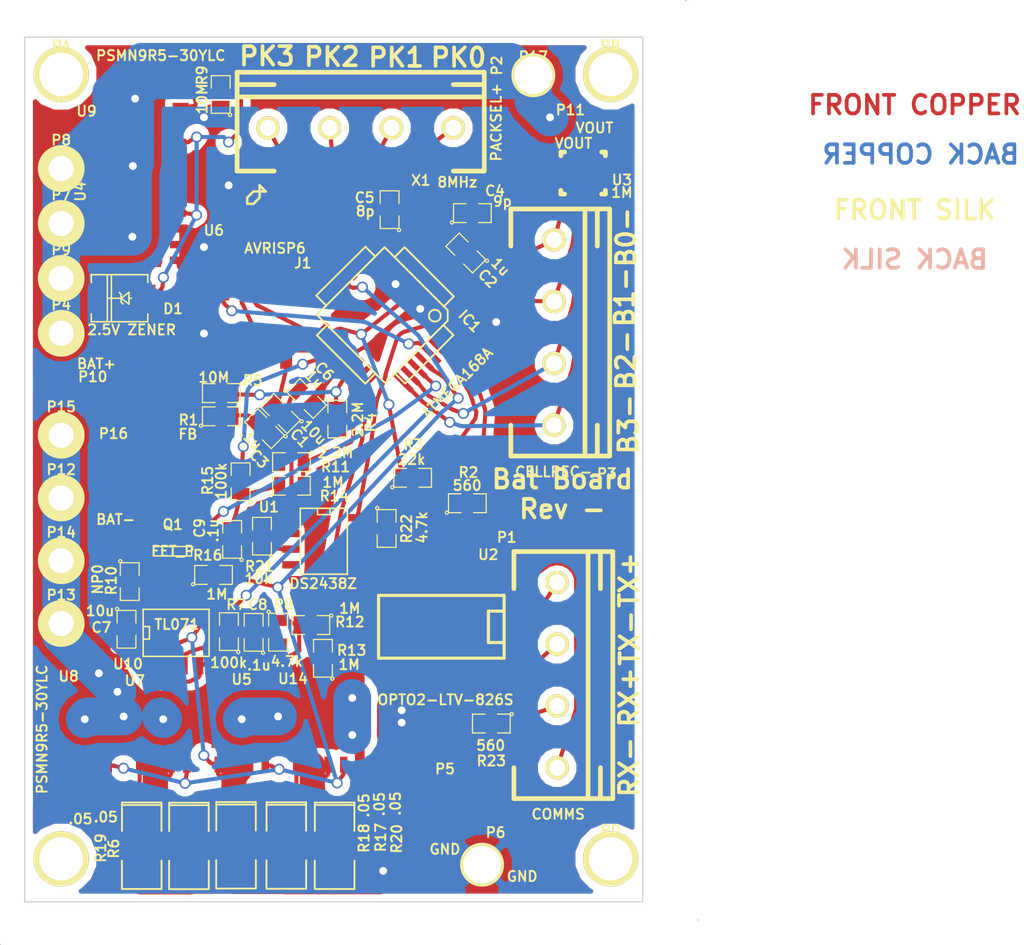
<source format=kicad_pcb>
(kicad_pcb (version 3) (host pcbnew "(2013-mar-13)-testing")

  (general
    (links 157)
    (no_connects 0)
    (area 17.949999 19.449999 68.050001 89.550001)
    (thickness 1.6)
    (drawings 38)
    (tracks 1790)
    (zones 0)
    (modules 69)
    (nets 45)
  )

  (page User 152.4 127)
  (title_block
    (title "BMS Parallel Board")
    (rev -)
  )

  (layers
    (15 F.Cu signal)
    (0 B.Cu signal)
    (16 B.Adhes user)
    (17 F.Adhes user)
    (18 B.Paste user)
    (19 F.Paste user)
    (20 B.SilkS user)
    (21 F.SilkS user)
    (22 B.Mask user)
    (23 F.Mask user)
    (24 Dwgs.User user)
    (25 Cmts.User user)
    (26 Eco1.User user)
    (27 Eco2.User user)
    (28 Edge.Cuts user)
  )

  (setup
    (last_trace_width 0.3302)
    (trace_clearance 0.254)
    (zone_clearance 0.6112)
    (zone_45_only no)
    (trace_min 0.254)
    (segment_width 0.2)
    (edge_width 0.1)
    (via_size 0.889)
    (via_drill 0.635)
    (via_min_size 0.889)
    (via_min_drill 0.508)
    (uvia_size 0.508)
    (uvia_drill 0.127)
    (uvias_allowed no)
    (uvia_min_size 0.508)
    (uvia_min_drill 0.127)
    (pcb_text_width 0.3)
    (pcb_text_size 1.5 1.5)
    (mod_edge_width 0.15)
    (mod_text_size 0.8128 0.8128)
    (mod_text_width 0.15748)
    (pad_size 3.302 3.302)
    (pad_drill 2.032)
    (pad_to_mask_clearance 0)
    (aux_axis_origin 0 0)
    (visible_elements FFFFFF7F)
    (pcbplotparams
      (layerselection 15761409)
      (usegerberextensions false)
      (excludeedgelayer false)
      (linewidth 0.150000)
      (plotframeref false)
      (viasonmask false)
      (mode 1)
      (useauxorigin false)
      (hpglpennumber 1)
      (hpglpenspeed 20)
      (hpglpendiameter 15)
      (hpglpenoverlay 2)
      (psnegative false)
      (psa4output false)
      (plotreference true)
      (plotvalue true)
      (plotothertext true)
      (plotinvisibletext false)
      (padsonsilk false)
      (subtractmaskfromsilk false)
      (outputformat 2)
      (mirror false)
      (drillshape 0)
      (scaleselection 1)
      (outputdirectory plots/))
  )

  (net 0 "")
  (net 1 +5V)
  (net 2 /BAT-)
  (net 3 /PVCC)
  (net 4 GND)
  (net 5 N-000001)
  (net 6 N-0000010)
  (net 7 N-0000011)
  (net 8 N-0000012)
  (net 9 N-0000013)
  (net 10 N-0000014)
  (net 11 N-0000015)
  (net 12 N-0000016)
  (net 13 N-0000017)
  (net 14 N-0000018)
  (net 15 N-0000019)
  (net 16 N-000002)
  (net 17 N-0000020)
  (net 18 N-0000021)
  (net 19 N-0000022)
  (net 20 N-0000023)
  (net 21 N-0000024)
  (net 22 N-0000025)
  (net 23 N-0000026)
  (net 24 N-0000027)
  (net 25 N-0000028)
  (net 26 N-0000029)
  (net 27 N-000003)
  (net 28 N-0000030)
  (net 29 N-0000031)
  (net 30 N-0000032)
  (net 31 N-0000033)
  (net 32 N-0000034)
  (net 33 N-0000036)
  (net 34 N-0000037)
  (net 35 N-0000038)
  (net 36 N-0000039)
  (net 37 N-000004)
  (net 38 N-0000041)
  (net 39 N-0000042)
  (net 40 N-0000043)
  (net 41 N-0000044)
  (net 42 N-0000046)
  (net 43 N-000007)
  (net 44 N-000008)

  (net_class Default "This is the default net class."
    (clearance 0.254)
    (trace_width 0.3302)
    (via_dia 0.889)
    (via_drill 0.635)
    (uvia_dia 0.508)
    (uvia_drill 0.127)
    (add_net "")
    (add_net /PVCC)
    (add_net GND)
    (add_net N-000001)
    (add_net N-0000010)
    (add_net N-0000011)
    (add_net N-0000012)
    (add_net N-0000013)
    (add_net N-0000014)
    (add_net N-0000015)
    (add_net N-0000016)
    (add_net N-0000017)
    (add_net N-0000018)
    (add_net N-0000019)
    (add_net N-000002)
    (add_net N-0000020)
    (add_net N-0000021)
    (add_net N-0000022)
    (add_net N-0000023)
    (add_net N-0000024)
    (add_net N-0000025)
    (add_net N-0000026)
    (add_net N-0000027)
    (add_net N-0000028)
    (add_net N-0000029)
    (add_net N-000003)
    (add_net N-0000030)
    (add_net N-0000031)
    (add_net N-0000032)
    (add_net N-0000033)
    (add_net N-0000034)
    (add_net N-0000036)
    (add_net N-0000037)
    (add_net N-0000038)
    (add_net N-0000039)
    (add_net N-000004)
    (add_net N-0000041)
    (add_net N-0000042)
    (add_net N-0000043)
    (add_net N-0000044)
    (add_net N-0000046)
    (add_net N-000007)
    (add_net N-000008)
  )

  (net_class 5VThick ""
    (clearance 0.254)
    (trace_width 3.048)
    (via_dia 0.889)
    (via_drill 0.635)
    (uvia_dia 0.508)
    (uvia_drill 0.127)
    (add_net +5V)
    (add_net /BAT-)
  )

  (net_class Fat ""
    (clearance 0.254)
    (trace_width 2.032)
    (via_dia 0.889)
    (via_drill 0.635)
    (uvia_dia 0.508)
    (uvia_drill 0.127)
  )

  (module SM0805 (layer F.Cu) (tedit 539BFFFE) (tstamp 539BAEAD)
    (at 38.6872 49.9732 135)
    (path /538F066A)
    (attr smd)
    (fp_text reference C1 (at -2.502875 -0.292742 135) (layer F.SilkS)
      (effects (font (size 0.8128 0.8128) (thickness 0.15748)))
    )
    (fp_text value 10u (at -2.99785 0.838629 135) (layer F.SilkS)
      (effects (font (size 0.8128 0.8128) (thickness 0.15748)))
    )
    (fp_circle (center -1.651 0.762) (end -1.651 0.635) (layer F.SilkS) (width 0.09906))
    (fp_line (start -0.508 0.762) (end -1.524 0.762) (layer F.SilkS) (width 0.09906))
    (fp_line (start -1.524 0.762) (end -1.524 -0.762) (layer F.SilkS) (width 0.09906))
    (fp_line (start -1.524 -0.762) (end -0.508 -0.762) (layer F.SilkS) (width 0.09906))
    (fp_line (start 0.508 -0.762) (end 1.524 -0.762) (layer F.SilkS) (width 0.09906))
    (fp_line (start 1.524 -0.762) (end 1.524 0.762) (layer F.SilkS) (width 0.09906))
    (fp_line (start 1.524 0.762) (end 0.508 0.762) (layer F.SilkS) (width 0.09906))
    (pad 1 smd rect (at -0.9525 0 135) (size 0.889 1.397)
      (layers F.Cu F.Paste F.Mask)
      (net 4 GND)
    )
    (pad 2 smd rect (at 0.9525 0 135) (size 0.889 1.397)
      (layers F.Cu F.Paste F.Mask)
      (net 3 /PVCC)
    )
    (model smd/chip_cms.wrl
      (at (xyz 0 0 0))
      (scale (xyz 0.1 0.1 0.1))
      (rotate (xyz 0 0 0))
    )
  )

  (module SM0805 (layer F.Cu) (tedit 539C0187) (tstamp 539BAEBA)
    (at 53.69 36.98 135)
    (path /538F0679)
    (attr smd)
    (fp_text reference C2 (at -2.708219 -0.219203 135) (layer F.SilkS)
      (effects (font (size 0.8128 0.8128) (thickness 0.15748)))
    )
    (fp_text value 1u (at -2.77893 1.19501 135) (layer F.SilkS)
      (effects (font (size 0.8128 0.8128) (thickness 0.15748)))
    )
    (fp_circle (center -1.651 0.762) (end -1.651 0.635) (layer F.SilkS) (width 0.09906))
    (fp_line (start -0.508 0.762) (end -1.524 0.762) (layer F.SilkS) (width 0.09906))
    (fp_line (start -1.524 0.762) (end -1.524 -0.762) (layer F.SilkS) (width 0.09906))
    (fp_line (start -1.524 -0.762) (end -0.508 -0.762) (layer F.SilkS) (width 0.09906))
    (fp_line (start 0.508 -0.762) (end 1.524 -0.762) (layer F.SilkS) (width 0.09906))
    (fp_line (start 1.524 -0.762) (end 1.524 0.762) (layer F.SilkS) (width 0.09906))
    (fp_line (start 1.524 0.762) (end 0.508 0.762) (layer F.SilkS) (width 0.09906))
    (pad 1 smd rect (at -0.9525 0 135) (size 0.889 1.397)
      (layers F.Cu F.Paste F.Mask)
      (net 4 GND)
    )
    (pad 2 smd rect (at 0.9525 0 135) (size 0.889 1.397)
      (layers F.Cu F.Paste F.Mask)
      (net 3 /PVCC)
    )
    (model smd/chip_cms.wrl
      (at (xyz 0 0 0))
      (scale (xyz 0.1 0.1 0.1))
      (rotate (xyz 0 0 0))
    )
  )

  (module SM0805 (layer F.Cu) (tedit 539C0008) (tstamp 539BAEC7)
    (at 37.4 51.2 135)
    (path /538F0688)
    (attr smd)
    (fp_text reference C3 (at -1.414214 -2.05061 135) (layer F.SilkS)
      (effects (font (size 0.8128 0.8128) (thickness 0.15748)))
    )
    (fp_text value .1u (at 0.176777 -1.378858 135) (layer F.SilkS)
      (effects (font (size 0.8128 0.8128) (thickness 0.15748)))
    )
    (fp_circle (center -1.651 0.762) (end -1.651 0.635) (layer F.SilkS) (width 0.09906))
    (fp_line (start -0.508 0.762) (end -1.524 0.762) (layer F.SilkS) (width 0.09906))
    (fp_line (start -1.524 0.762) (end -1.524 -0.762) (layer F.SilkS) (width 0.09906))
    (fp_line (start -1.524 -0.762) (end -0.508 -0.762) (layer F.SilkS) (width 0.09906))
    (fp_line (start 0.508 -0.762) (end 1.524 -0.762) (layer F.SilkS) (width 0.09906))
    (fp_line (start 1.524 -0.762) (end 1.524 0.762) (layer F.SilkS) (width 0.09906))
    (fp_line (start 1.524 0.762) (end 0.508 0.762) (layer F.SilkS) (width 0.09906))
    (pad 1 smd rect (at -0.9525 0 135) (size 0.889 1.397)
      (layers F.Cu F.Paste F.Mask)
      (net 4 GND)
    )
    (pad 2 smd rect (at 0.9525 0 135) (size 0.889 1.397)
      (layers F.Cu F.Paste F.Mask)
      (net 3 /PVCC)
    )
    (model smd/chip_cms.wrl
      (at (xyz 0 0 0))
      (scale (xyz 0.1 0.1 0.1))
      (rotate (xyz 0 0 0))
    )
  )

  (module SM0805 (layer F.Cu) (tedit 539C0122) (tstamp 539BAED4)
    (at 54.22 33.75)
    (path /538EF5C3)
    (attr smd)
    (fp_text reference C4 (at 1.83 -1.8) (layer F.SilkS)
      (effects (font (size 0.8128 0.8128) (thickness 0.15748)))
    )
    (fp_text value 9p (at 2.43 -0.95) (layer F.SilkS)
      (effects (font (size 0.8128 0.8128) (thickness 0.15748)))
    )
    (fp_circle (center -1.651 0.762) (end -1.651 0.635) (layer F.SilkS) (width 0.09906))
    (fp_line (start -0.508 0.762) (end -1.524 0.762) (layer F.SilkS) (width 0.09906))
    (fp_line (start -1.524 0.762) (end -1.524 -0.762) (layer F.SilkS) (width 0.09906))
    (fp_line (start -1.524 -0.762) (end -0.508 -0.762) (layer F.SilkS) (width 0.09906))
    (fp_line (start 0.508 -0.762) (end 1.524 -0.762) (layer F.SilkS) (width 0.09906))
    (fp_line (start 1.524 -0.762) (end 1.524 0.762) (layer F.SilkS) (width 0.09906))
    (fp_line (start 1.524 0.762) (end 0.508 0.762) (layer F.SilkS) (width 0.09906))
    (pad 1 smd rect (at -0.9525 0) (size 0.889 1.397)
      (layers F.Cu F.Paste F.Mask)
      (net 36 N-0000039)
    )
    (pad 2 smd rect (at 0.9525 0) (size 0.889 1.397)
      (layers F.Cu F.Paste F.Mask)
      (net 4 GND)
    )
    (model smd/chip_cms.wrl
      (at (xyz 0 0 0))
      (scale (xyz 0.1 0.1 0.1))
      (rotate (xyz 0 0 0))
    )
  )

  (module SM0805 (layer F.Cu) (tedit 539C002B) (tstamp 539BAEE1)
    (at 47.52 33.47 90)
    (path /538EF5DA)
    (attr smd)
    (fp_text reference C5 (at 0.97 -2.02 180) (layer F.SilkS)
      (effects (font (size 0.8128 0.8128) (thickness 0.15748)))
    )
    (fp_text value 8p (at -0.13 -1.97 180) (layer F.SilkS)
      (effects (font (size 0.8128 0.8128) (thickness 0.15748)))
    )
    (fp_circle (center -1.651 0.762) (end -1.651 0.635) (layer F.SilkS) (width 0.09906))
    (fp_line (start -0.508 0.762) (end -1.524 0.762) (layer F.SilkS) (width 0.09906))
    (fp_line (start -1.524 0.762) (end -1.524 -0.762) (layer F.SilkS) (width 0.09906))
    (fp_line (start -1.524 -0.762) (end -0.508 -0.762) (layer F.SilkS) (width 0.09906))
    (fp_line (start 0.508 -0.762) (end 1.524 -0.762) (layer F.SilkS) (width 0.09906))
    (fp_line (start 1.524 -0.762) (end 1.524 0.762) (layer F.SilkS) (width 0.09906))
    (fp_line (start 1.524 0.762) (end 0.508 0.762) (layer F.SilkS) (width 0.09906))
    (pad 1 smd rect (at -0.9525 0 90) (size 0.889 1.397)
      (layers F.Cu F.Paste F.Mask)
      (net 35 N-0000038)
    )
    (pad 2 smd rect (at 0.9525 0 90) (size 0.889 1.397)
      (layers F.Cu F.Paste F.Mask)
      (net 4 GND)
    )
    (model smd/chip_cms.wrl
      (at (xyz 0 0 0))
      (scale (xyz 0.1 0.1 0.1))
      (rotate (xyz 0 0 0))
    )
  )

  (module SM0805 (layer F.Cu) (tedit 539C01A8) (tstamp 539BAEEE)
    (at 40.7972 48.7565 315)
    (path /538F1300)
    (attr smd)
    (fp_text reference C6 (at -0.532946 -2.587516 315) (layer F.SilkS)
      (effects (font (size 0.8128 0.8128) (thickness 0.15748)))
    )
    (fp_text value 1u (at -0.639012 -1.562211 315) (layer F.SilkS)
      (effects (font (size 0.8128 0.8128) (thickness 0.15748)))
    )
    (fp_circle (center -1.651 0.762) (end -1.651 0.635) (layer F.SilkS) (width 0.09906))
    (fp_line (start -0.508 0.762) (end -1.524 0.762) (layer F.SilkS) (width 0.09906))
    (fp_line (start -1.524 0.762) (end -1.524 -0.762) (layer F.SilkS) (width 0.09906))
    (fp_line (start -1.524 -0.762) (end -0.508 -0.762) (layer F.SilkS) (width 0.09906))
    (fp_line (start 0.508 -0.762) (end 1.524 -0.762) (layer F.SilkS) (width 0.09906))
    (fp_line (start 1.524 -0.762) (end 1.524 0.762) (layer F.SilkS) (width 0.09906))
    (fp_line (start 1.524 0.762) (end 0.508 0.762) (layer F.SilkS) (width 0.09906))
    (pad 1 smd rect (at -0.9525 0 315) (size 0.889 1.397)
      (layers F.Cu F.Paste F.Mask)
      (net 10 N-0000014)
    )
    (pad 2 smd rect (at 0.9525 0 315) (size 0.889 1.397)
      (layers F.Cu F.Paste F.Mask)
      (net 4 GND)
    )
    (model smd/chip_cms.wrl
      (at (xyz 0 0 0))
      (scale (xyz 0.1 0.1 0.1))
      (rotate (xyz 0 0 0))
    )
  )

  (module SM0805 (layer F.Cu) (tedit 539C01EA) (tstamp 539BAEFB)
    (at 26.231 67.44 270)
    (path /538CF6E6)
    (attr smd)
    (fp_text reference C7 (at -0.14 2.031 360) (layer F.SilkS)
      (effects (font (size 0.8128 0.8128) (thickness 0.15748)))
    )
    (fp_text value 10u (at -1.49 2.131 360) (layer F.SilkS)
      (effects (font (size 0.8128 0.8128) (thickness 0.15748)))
    )
    (fp_circle (center -1.651 0.762) (end -1.651 0.635) (layer F.SilkS) (width 0.09906))
    (fp_line (start -0.508 0.762) (end -1.524 0.762) (layer F.SilkS) (width 0.09906))
    (fp_line (start -1.524 0.762) (end -1.524 -0.762) (layer F.SilkS) (width 0.09906))
    (fp_line (start -1.524 -0.762) (end -0.508 -0.762) (layer F.SilkS) (width 0.09906))
    (fp_line (start 0.508 -0.762) (end 1.524 -0.762) (layer F.SilkS) (width 0.09906))
    (fp_line (start 1.524 -0.762) (end 1.524 0.762) (layer F.SilkS) (width 0.09906))
    (fp_line (start 1.524 0.762) (end 0.508 0.762) (layer F.SilkS) (width 0.09906))
    (pad 1 smd rect (at -0.9525 0 270) (size 0.889 1.397)
      (layers F.Cu F.Paste F.Mask)
      (net 32 N-0000034)
    )
    (pad 2 smd rect (at 0.9525 0 270) (size 0.889 1.397)
      (layers F.Cu F.Paste F.Mask)
      (net 4 GND)
    )
    (model smd/chip_cms.wrl
      (at (xyz 0 0 0))
      (scale (xyz 0.1 0.1 0.1))
      (rotate (xyz 0 0 0))
    )
  )

  (module SM0805 (layer F.Cu) (tedit 539C0349) (tstamp 539BAF08)
    (at 36.52 67.69 90)
    (path /5396A2DD)
    (attr smd)
    (fp_text reference C8 (at 2.24 0.33 180) (layer F.SilkS)
      (effects (font (size 0.8128 0.8128) (thickness 0.15748)))
    )
    (fp_text value .1u (at -2.66 0.43 180) (layer F.SilkS)
      (effects (font (size 0.8128 0.8128) (thickness 0.15748)))
    )
    (fp_circle (center -1.651 0.762) (end -1.651 0.635) (layer F.SilkS) (width 0.09906))
    (fp_line (start -0.508 0.762) (end -1.524 0.762) (layer F.SilkS) (width 0.09906))
    (fp_line (start -1.524 0.762) (end -1.524 -0.762) (layer F.SilkS) (width 0.09906))
    (fp_line (start -1.524 -0.762) (end -0.508 -0.762) (layer F.SilkS) (width 0.09906))
    (fp_line (start 0.508 -0.762) (end 1.524 -0.762) (layer F.SilkS) (width 0.09906))
    (fp_line (start 1.524 -0.762) (end 1.524 0.762) (layer F.SilkS) (width 0.09906))
    (fp_line (start 1.524 0.762) (end 0.508 0.762) (layer F.SilkS) (width 0.09906))
    (pad 1 smd rect (at -0.9525 0 90) (size 0.889 1.397)
      (layers F.Cu F.Paste F.Mask)
      (net 38 N-0000041)
    )
    (pad 2 smd rect (at 0.9525 0 90) (size 0.889 1.397)
      (layers F.Cu F.Paste F.Mask)
      (net 4 GND)
    )
    (model smd/chip_cms.wrl
      (at (xyz 0 0 0))
      (scale (xyz 0.1 0.1 0.1))
      (rotate (xyz 0 0 0))
    )
  )

  (module TQFP32 (layer F.Cu) (tedit 539CC5C7) (tstamp 539BAF3E)
    (at 47.15 42.04 225)
    (path /5387B3BD)
    (fp_text reference IC1 (at -4.518412 -5.168951 315) (layer F.SilkS)
      (effects (font (size 0.8128 0.8128) (thickness 0.15748)))
    )
    (fp_text value ATMEGA168A (at -0.275772 -7.997378 225) (layer F.SilkS)
      (effects (font (size 0.8128 0.8128) (thickness 0.15748)))
    )
    (fp_line (start 5.0292 2.7686) (end 3.8862 2.7686) (layer F.SilkS) (width 0.1524))
    (fp_line (start 5.0292 -2.7686) (end 3.9116 -2.7686) (layer F.SilkS) (width 0.1524))
    (fp_line (start 5.0292 2.7686) (end 5.0292 -2.7686) (layer F.SilkS) (width 0.1524))
    (fp_line (start 2.794 3.9624) (end 2.794 5.0546) (layer F.SilkS) (width 0.1524))
    (fp_line (start -2.8194 3.9878) (end -2.8194 5.0546) (layer F.SilkS) (width 0.1524))
    (fp_line (start -2.8448 5.0546) (end 2.794 5.08) (layer F.SilkS) (width 0.1524))
    (fp_line (start -2.794 -5.0292) (end 2.7178 -5.0546) (layer F.SilkS) (width 0.1524))
    (fp_line (start -3.8862 -3.2766) (end -3.8862 3.9116) (layer F.SilkS) (width 0.1524))
    (fp_line (start 2.7432 -5.0292) (end 2.7432 -3.9878) (layer F.SilkS) (width 0.1524))
    (fp_line (start -3.2512 -3.8862) (end 3.81 -3.8862) (layer F.SilkS) (width 0.1524))
    (fp_line (start 3.8608 3.937) (end 3.8608 -3.7846) (layer F.SilkS) (width 0.1524))
    (fp_line (start -3.8862 3.937) (end 3.7338 3.937) (layer F.SilkS) (width 0.1524))
    (fp_line (start -5.0292 -2.8448) (end -5.0292 2.794) (layer F.SilkS) (width 0.1524))
    (fp_line (start -5.0292 2.794) (end -3.8862 2.794) (layer F.SilkS) (width 0.1524))
    (fp_line (start -3.87604 -3.302) (end -3.29184 -3.8862) (layer F.SilkS) (width 0.1524))
    (fp_line (start -5.02412 -2.8448) (end -3.87604 -2.8448) (layer F.SilkS) (width 0.1524))
    (fp_line (start -2.794 -3.8862) (end -2.794 -5.03428) (layer F.SilkS) (width 0.1524))
    (fp_circle (center -2.83972 -2.86004) (end -2.43332 -2.60604) (layer F.SilkS) (width 0.1524))
    (pad 8 smd rect (at -4.81584 2.77622 225) (size 1.99898 0.44958)
      (layers F.Cu F.Paste F.Mask)
      (net 35 N-0000038)
    )
    (pad 7 smd rect (at -4.81584 1.97612 225) (size 1.99898 0.44958)
      (layers F.Cu F.Paste F.Mask)
      (net 36 N-0000039)
    )
    (pad 6 smd rect (at -4.81584 1.17602 225) (size 1.99898 0.44958)
      (layers F.Cu F.Paste F.Mask)
      (net 3 /PVCC)
    )
    (pad 5 smd rect (at -4.81584 0.37592 225) (size 1.99898 0.44958)
      (layers F.Cu F.Paste F.Mask)
      (net 4 GND)
    )
    (pad 4 smd rect (at -4.81584 -0.42418 225) (size 1.99898 0.44958)
      (layers F.Cu F.Paste F.Mask)
      (net 3 /PVCC)
    )
    (pad 3 smd rect (at -4.81584 -1.22428 225) (size 1.99898 0.44958)
      (layers F.Cu F.Paste F.Mask)
      (net 4 GND)
    )
    (pad 2 smd rect (at -4.81584 -2.02438 225) (size 1.99898 0.44958)
      (layers F.Cu F.Paste F.Mask)
      (net 5 N-000001)
    )
    (pad 1 smd rect (at -4.81584 -2.82448 225) (size 1.99898 0.44958)
      (layers F.Cu F.Paste F.Mask)
      (net 15 N-0000019)
    )
    (pad 24 smd rect (at 4.7498 -2.8194 225) (size 1.99898 0.44958)
      (layers F.Cu F.Paste F.Mask)
      (net 34 N-0000037)
    )
    (pad 17 smd rect (at 4.7498 2.794 225) (size 1.99898 0.44958)
      (layers F.Cu F.Paste F.Mask)
      (net 24 N-0000027)
    )
    (pad 18 smd rect (at 4.7498 1.9812 225) (size 1.99898 0.44958)
      (layers F.Cu F.Paste F.Mask)
      (net 3 /PVCC)
    )
    (pad 19 smd rect (at 4.7498 1.1684 225) (size 1.99898 0.44958)
      (layers F.Cu F.Paste F.Mask)
      (net 41 N-0000044)
    )
    (pad 20 smd rect (at 4.7498 0.381 225) (size 1.99898 0.44958)
      (layers F.Cu F.Paste F.Mask)
      (net 10 N-0000014)
    )
    (pad 21 smd rect (at 4.7498 -0.4318 225) (size 1.99898 0.44958)
      (layers F.Cu F.Paste F.Mask)
      (net 4 GND)
    )
    (pad 22 smd rect (at 4.7498 -1.2192 225) (size 1.99898 0.44958)
      (layers F.Cu F.Paste F.Mask)
      (net 28 N-0000030)
    )
    (pad 23 smd rect (at 4.7498 -2.032 225) (size 1.99898 0.44958)
      (layers F.Cu F.Paste F.Mask)
      (net 9 N-0000013)
    )
    (pad 32 smd rect (at -2.82448 -4.826 225) (size 0.44958 1.99898)
      (layers F.Cu F.Paste F.Mask)
      (net 22 N-0000025)
    )
    (pad 31 smd rect (at -2.02692 -4.826 225) (size 0.44958 1.99898)
      (layers F.Cu F.Paste F.Mask)
      (net 33 N-0000036)
    )
    (pad 30 smd rect (at -1.22428 -4.826 225) (size 0.44958 1.99898)
      (layers F.Cu F.Paste F.Mask)
      (net 29 N-0000031)
    )
    (pad 29 smd rect (at -0.42672 -4.826 225) (size 0.44958 1.99898)
      (layers F.Cu F.Paste F.Mask)
      (net 26 N-0000029)
    )
    (pad 28 smd rect (at 0.37592 -4.826 225) (size 0.44958 1.99898)
      (layers F.Cu F.Paste F.Mask)
      (net 43 N-000007)
    )
    (pad 27 smd rect (at 1.17348 -4.826 225) (size 0.44958 1.99898)
      (layers F.Cu F.Paste F.Mask)
      (net 37 N-000004)
    )
    (pad 26 smd rect (at 1.97612 -4.826 225) (size 0.44958 1.99898)
      (layers F.Cu F.Paste F.Mask)
      (net 16 N-000002)
    )
    (pad 25 smd rect (at 2.77368 -4.826 225) (size 0.44958 1.99898)
      (layers F.Cu F.Paste F.Mask)
      (net 27 N-000003)
    )
    (pad 9 smd rect (at -2.8194 4.7752 225) (size 0.44958 1.99898)
      (layers F.Cu F.Paste F.Mask)
      (net 7 N-0000011)
    )
    (pad 10 smd rect (at -2.032 4.7752 225) (size 0.44958 1.99898)
      (layers F.Cu F.Paste F.Mask)
      (net 6 N-0000010)
    )
    (pad 11 smd rect (at -1.2192 4.7752 225) (size 0.44958 1.99898)
      (layers F.Cu F.Paste F.Mask)
      (net 8 N-0000012)
    )
    (pad 12 smd rect (at -0.4318 4.7752 225) (size 0.44958 1.99898)
      (layers F.Cu F.Paste F.Mask)
      (net 17 N-0000020)
    )
    (pad 13 smd rect (at 0.3556 4.7752 225) (size 0.44958 1.99898)
      (layers F.Cu F.Paste F.Mask)
      (net 39 N-0000042)
    )
    (pad 14 smd rect (at 1.1684 4.7752 225) (size 0.44958 1.99898)
      (layers F.Cu F.Paste F.Mask)
      (net 4 GND)
    )
    (pad 15 smd rect (at 1.9812 4.7752 225) (size 0.44958 1.99898)
      (layers F.Cu F.Paste F.Mask)
      (net 25 N-0000028)
    )
    (pad 16 smd rect (at 2.794 4.7752 225) (size 0.44958 1.99898)
      (layers F.Cu F.Paste F.Mask)
      (net 23 N-0000026)
    )
    (model smd/tqfp32.wrl
      (at (xyz 0 0 0))
      (scale (xyz 1 1 1))
      (rotate (xyz 0 0 0))
    )
  )

  (module RIBBON6SMT (layer F.Cu) (tedit 539C017F) (tstamp 539BAF48)
    (at 39.15 44.84 180)
    (path /5387B3CC)
    (fp_text reference J1 (at -1.35 7.04 360) (layer F.SilkS)
      (effects (font (size 0.8128 0.8128) (thickness 0.15748)))
    )
    (fp_text value AVRISP6 (at 0.9 8.24 180) (layer F.SilkS)
      (effects (font (size 0.8128 0.8128) (thickness 0.15748)))
    )
    (pad 2 smd rect (at 0 0 180) (size 0.9652 3.0226)
      (layers F.Cu F.Paste F.Mask)
      (net 3 /PVCC)
    )
    (pad 4 smd rect (at 2.54 0 180) (size 0.9652 3.0226)
      (layers F.Cu F.Paste F.Mask)
      (net 25 N-0000028)
    )
    (pad 6 smd rect (at 5.08 0 180) (size 0.9652 3.0226)
      (layers F.Cu F.Paste F.Mask)
      (net 4 GND)
    )
    (pad 1 smd rect (at 0 5.5372 180) (size 0.9652 3.0226)
      (layers F.Cu F.Paste F.Mask)
      (net 23 N-0000026)
    )
    (pad 3 smd rect (at 2.54 5.5372 180) (size 0.9652 3.0226)
      (layers F.Cu F.Paste F.Mask)
      (net 24 N-0000027)
    )
    (pad 5 smd rect (at 5.08 5.5372 180) (size 0.9652 3.0226)
      (layers F.Cu F.Paste F.Mask)
      (net 26 N-0000029)
    )
  )

  (module PHOENIX1935187 (layer F.Cu) (tedit 539C0393) (tstamp 539BAF58)
    (at 61.0803 71.149 90)
    (path /538F5A41)
    (fp_text reference P1 (at 11.149 -4.0803 180) (layer F.SilkS)
      (effects (font (size 0.8128 0.8128) (thickness 0.15748)))
    )
    (fp_text value COMMS (at -11.267 0.082 180) (layer F.SilkS)
      (effects (font (size 0.8128 0.8128) (thickness 0.15748)))
    )
    (fp_line (start -10 -3.5) (end -10 4.5) (layer F.SilkS) (width 0.381))
    (fp_line (start 10 -3.5) (end 10 4.5) (layer F.SilkS) (width 0.381))
    (fp_line (start 10 4.5) (end -10 4.5) (layer F.SilkS) (width 0.381))
    (fp_line (start -10 2.5) (end 10 2.5) (layer F.SilkS) (width 0.381))
    (fp_line (start 7 -3.5) (end 10 -3.5) (layer F.SilkS) (width 0.381))
    (fp_line (start 10 3.5) (end 7 3.5) (layer F.SilkS) (width 0.381))
    (fp_line (start -7.5 -3.5) (end -10 -3.5) (layer F.SilkS) (width 0.381))
    (fp_line (start -10 3.5) (end -7.5 3.5) (layer F.SilkS) (width 0.381))
    (pad 1 thru_hole circle (at -7.5 0 90) (size 1.9 1.9) (drill 1.3)
      (layers *.Cu *.Mask F.SilkS)
      (net 31 N-0000033)
    )
    (pad 2 thru_hole circle (at -2.5 0 90) (size 1.9 1.9) (drill 1.3)
      (layers *.Cu *.Mask F.SilkS)
      (net 13 N-0000017)
    )
    (pad 3 thru_hole circle (at 2.5 0 90) (size 1.9 1.9) (drill 1.3)
      (layers *.Cu *.Mask F.SilkS)
      (net 11 N-0000015)
    )
    (pad 4 thru_hole circle (at 7.5 0 90) (size 1.9 1.9) (drill 1.3)
      (layers *.Cu *.Mask F.SilkS)
      (net 12 N-0000016)
    )
  )

  (module PHOENIX1935187 (layer F.Cu) (tedit 539C00B7) (tstamp 539BAF68)
    (at 45.1808 26.8455 180)
    (path /539BAC29)
    (fp_text reference P2 (at -11.0192 5.0455 270) (layer F.SilkS)
      (effects (font (size 0.8128 0.8128) (thickness 0.15748)))
    )
    (fp_text value PACKSEL+ (at -10.9692 0.4455 270) (layer F.SilkS)
      (effects (font (size 0.8128 0.8128) (thickness 0.15748)))
    )
    (fp_line (start -10 -3.5) (end -10 4.5) (layer F.SilkS) (width 0.381))
    (fp_line (start 10 -3.5) (end 10 4.5) (layer F.SilkS) (width 0.381))
    (fp_line (start 10 4.5) (end -10 4.5) (layer F.SilkS) (width 0.381))
    (fp_line (start -10 2.5) (end 10 2.5) (layer F.SilkS) (width 0.381))
    (fp_line (start 7 -3.5) (end 10 -3.5) (layer F.SilkS) (width 0.381))
    (fp_line (start 10 3.5) (end 7 3.5) (layer F.SilkS) (width 0.381))
    (fp_line (start -7.5 -3.5) (end -10 -3.5) (layer F.SilkS) (width 0.381))
    (fp_line (start -10 3.5) (end -7.5 3.5) (layer F.SilkS) (width 0.381))
    (pad 1 thru_hole circle (at -7.5 0 180) (size 1.9 1.9) (drill 1.3)
      (layers *.Cu *.Mask F.SilkS)
      (net 7 N-0000011)
    )
    (pad 2 thru_hole circle (at -2.5 0 180) (size 1.9 1.9) (drill 1.3)
      (layers *.Cu *.Mask F.SilkS)
      (net 6 N-0000010)
    )
    (pad 3 thru_hole circle (at 2.5 0 180) (size 1.9 1.9) (drill 1.3)
      (layers *.Cu *.Mask F.SilkS)
      (net 8 N-0000012)
    )
    (pad 4 thru_hole circle (at 7.5 0 180) (size 1.9 1.9) (drill 1.3)
      (layers *.Cu *.Mask F.SilkS)
      (net 17 N-0000020)
    )
  )

  (module PHOENIX1935187 (layer F.Cu) (tedit 539C0131) (tstamp 539BAF78)
    (at 60.8293 43.4155 90)
    (path /539BB120)
    (fp_text reference P3 (at -11.4345 4.2707 180) (layer F.SilkS)
      (effects (font (size 0.8128 0.8128) (thickness 0.15748)))
    )
    (fp_text value CELLREC- (at -11.2845 -0.0293 180) (layer F.SilkS)
      (effects (font (size 0.8128 0.8128) (thickness 0.15748)))
    )
    (fp_line (start -10 -3.5) (end -10 4.5) (layer F.SilkS) (width 0.381))
    (fp_line (start 10 -3.5) (end 10 4.5) (layer F.SilkS) (width 0.381))
    (fp_line (start 10 4.5) (end -10 4.5) (layer F.SilkS) (width 0.381))
    (fp_line (start -10 2.5) (end 10 2.5) (layer F.SilkS) (width 0.381))
    (fp_line (start 7 -3.5) (end 10 -3.5) (layer F.SilkS) (width 0.381))
    (fp_line (start 10 3.5) (end 7 3.5) (layer F.SilkS) (width 0.381))
    (fp_line (start -7.5 -3.5) (end -10 -3.5) (layer F.SilkS) (width 0.381))
    (fp_line (start -10 3.5) (end -7.5 3.5) (layer F.SilkS) (width 0.381))
    (pad 1 thru_hole circle (at -7.5 0 90) (size 1.9 1.9) (drill 1.3)
      (layers *.Cu *.Mask F.SilkS)
      (net 27 N-000003)
    )
    (pad 2 thru_hole circle (at -2.5 0 90) (size 1.9 1.9) (drill 1.3)
      (layers *.Cu *.Mask F.SilkS)
      (net 16 N-000002)
    )
    (pad 3 thru_hole circle (at 2.5 0 90) (size 1.9 1.9) (drill 1.3)
      (layers *.Cu *.Mask F.SilkS)
      (net 15 N-0000019)
    )
    (pad 4 thru_hole circle (at 7.5 0 90) (size 1.9 1.9) (drill 1.3)
      (layers *.Cu *.Mask F.SilkS)
      (net 5 N-000001)
    )
  )

  (module SM0805 (layer F.Cu) (tedit 539BFFF4) (tstamp 539BAF85)
    (at 33.9 50.2)
    (path /538F0697)
    (attr smd)
    (fp_text reference R1 (at -2.65 0.3) (layer F.SilkS)
      (effects (font (size 0.8128 0.8128) (thickness 0.15748)))
    )
    (fp_text value FB (at -2.7 1.45) (layer F.SilkS)
      (effects (font (size 0.8128 0.8128) (thickness 0.15748)))
    )
    (fp_circle (center -1.651 0.762) (end -1.651 0.635) (layer F.SilkS) (width 0.09906))
    (fp_line (start -0.508 0.762) (end -1.524 0.762) (layer F.SilkS) (width 0.09906))
    (fp_line (start -1.524 0.762) (end -1.524 -0.762) (layer F.SilkS) (width 0.09906))
    (fp_line (start -1.524 -0.762) (end -0.508 -0.762) (layer F.SilkS) (width 0.09906))
    (fp_line (start 0.508 -0.762) (end 1.524 -0.762) (layer F.SilkS) (width 0.09906))
    (fp_line (start 1.524 -0.762) (end 1.524 0.762) (layer F.SilkS) (width 0.09906))
    (fp_line (start 1.524 0.762) (end 0.508 0.762) (layer F.SilkS) (width 0.09906))
    (pad 1 smd rect (at -0.9525 0) (size 0.889 1.397)
      (layers F.Cu F.Paste F.Mask)
      (net 1 +5V)
    )
    (pad 2 smd rect (at 0.9525 0) (size 0.889 1.397)
      (layers F.Cu F.Paste F.Mask)
      (net 3 /PVCC)
    )
    (model smd/chip_cms.wrl
      (at (xyz 0 0 0))
      (scale (xyz 0.1 0.1 0.1))
      (rotate (xyz 0 0 0))
    )
  )

  (module SM0805 (layer F.Cu) (tedit 539C0193) (tstamp 539BAF92)
    (at 53.81 57.24)
    (path /538F53BE)
    (attr smd)
    (fp_text reference R2 (at 0.09 -2.49) (layer F.SilkS)
      (effects (font (size 0.8128 0.8128) (thickness 0.15748)))
    )
    (fp_text value 560 (at -0.01 -1.44) (layer F.SilkS)
      (effects (font (size 0.8128 0.8128) (thickness 0.15748)))
    )
    (fp_circle (center -1.651 0.762) (end -1.651 0.635) (layer F.SilkS) (width 0.09906))
    (fp_line (start -0.508 0.762) (end -1.524 0.762) (layer F.SilkS) (width 0.09906))
    (fp_line (start -1.524 0.762) (end -1.524 -0.762) (layer F.SilkS) (width 0.09906))
    (fp_line (start -1.524 -0.762) (end -0.508 -0.762) (layer F.SilkS) (width 0.09906))
    (fp_line (start 0.508 -0.762) (end 1.524 -0.762) (layer F.SilkS) (width 0.09906))
    (fp_line (start 1.524 -0.762) (end 1.524 0.762) (layer F.SilkS) (width 0.09906))
    (fp_line (start 1.524 0.762) (end 0.508 0.762) (layer F.SilkS) (width 0.09906))
    (pad 1 smd rect (at -0.9525 0) (size 0.889 1.397)
      (layers F.Cu F.Paste F.Mask)
      (net 30 N-0000032)
    )
    (pad 2 smd rect (at 0.9525 0) (size 0.889 1.397)
      (layers F.Cu F.Paste F.Mask)
      (net 33 N-0000036)
    )
    (model smd/chip_cms.wrl
      (at (xyz 0 0 0))
      (scale (xyz 0.1 0.1 0.1))
      (rotate (xyz 0 0 0))
    )
  )

  (module SM0805 (layer F.Cu) (tedit 539C019C) (tstamp 539BAF9F)
    (at 49.385 55.175)
    (path /538F5077)
    (attr smd)
    (fp_text reference R3 (at 0.065 -2.675) (layer F.SilkS)
      (effects (font (size 0.8128 0.8128) (thickness 0.15748)))
    )
    (fp_text value 22k (at -0.085 -1.475) (layer F.SilkS)
      (effects (font (size 0.8128 0.8128) (thickness 0.15748)))
    )
    (fp_circle (center -1.651 0.762) (end -1.651 0.635) (layer F.SilkS) (width 0.09906))
    (fp_line (start -0.508 0.762) (end -1.524 0.762) (layer F.SilkS) (width 0.09906))
    (fp_line (start -1.524 0.762) (end -1.524 -0.762) (layer F.SilkS) (width 0.09906))
    (fp_line (start -1.524 -0.762) (end -0.508 -0.762) (layer F.SilkS) (width 0.09906))
    (fp_line (start 0.508 -0.762) (end 1.524 -0.762) (layer F.SilkS) (width 0.09906))
    (fp_line (start 1.524 -0.762) (end 1.524 0.762) (layer F.SilkS) (width 0.09906))
    (fp_line (start 1.524 0.762) (end 0.508 0.762) (layer F.SilkS) (width 0.09906))
    (pad 1 smd rect (at -0.9525 0) (size 0.889 1.397)
      (layers F.Cu F.Paste F.Mask)
      (net 3 /PVCC)
    )
    (pad 2 smd rect (at 0.9525 0) (size 0.889 1.397)
      (layers F.Cu F.Paste F.Mask)
      (net 29 N-0000031)
    )
    (model smd/chip_cms.wrl
      (at (xyz 0 0 0))
      (scale (xyz 0.1 0.1 0.1))
      (rotate (xyz 0 0 0))
    )
  )

  (module SM2010 (layer F.Cu) (tedit 539C02E9) (tstamp 539BAFAC)
    (at 31.284 84.98 270)
    (tags "CMS SM")
    (path /538A0713)
    (attr smd)
    (fp_text reference R6 (at 0.22 6.084 270) (layer F.SilkS)
      (effects (font (size 0.8128 0.8128) (thickness 0.15748)))
    )
    (fp_text value .05 (at -2.18 8.784 360) (layer F.SilkS)
      (effects (font (size 0.8128 0.8128) (thickness 0.15748)))
    )
    (fp_line (start -3.3 -1.6) (end -3.3 1.6) (layer F.SilkS) (width 0.15))
    (fp_line (start 3.50012 -1.6002) (end 3.50012 1.6002) (layer F.SilkS) (width 0.15))
    (fp_line (start -3.5 -1.6) (end -3.5 1.6) (layer F.SilkS) (width 0.15))
    (fp_line (start 1.19634 1.60528) (end 3.48234 1.60528) (layer F.SilkS) (width 0.15))
    (fp_line (start 3.48234 -1.60528) (end 1.19634 -1.60528) (layer F.SilkS) (width 0.15))
    (fp_line (start -1.2 -1.6) (end -3.5 -1.6) (layer F.SilkS) (width 0.15))
    (fp_line (start -3.5 1.6) (end -1.2 1.6) (layer F.SilkS) (width 0.15))
    (pad 1 smd rect (at -2.4003 0 270) (size 1.80086 2.70002)
      (layers F.Cu F.Paste F.Mask)
      (net 44 N-000008)
    )
    (pad 2 smd rect (at 2.4003 0 270) (size 1.80086 2.70002)
      (layers F.Cu F.Paste F.Mask)
      (net 4 GND)
    )
    (model smd\chip_smd_pol_wide.wrl
      (at (xyz 0 0 0))
      (scale (xyz 0.35 0.35 0.35))
      (rotate (xyz 0 0 0))
    )
  )

  (module SM0805 (layer F.Cu) (tedit 539C0339) (tstamp 539BAFB9)
    (at 34.52 67.63 90)
    (path /5396A2D1)
    (attr smd)
    (fp_text reference R7 (at 2.18 0.58 180) (layer F.SilkS)
      (effects (font (size 0.8128 0.8128) (thickness 0.15748)))
    )
    (fp_text value 100k (at -2.52 -0.02 180) (layer F.SilkS)
      (effects (font (size 0.8128 0.8128) (thickness 0.15748)))
    )
    (fp_circle (center -1.651 0.762) (end -1.651 0.635) (layer F.SilkS) (width 0.09906))
    (fp_line (start -0.508 0.762) (end -1.524 0.762) (layer F.SilkS) (width 0.09906))
    (fp_line (start -1.524 0.762) (end -1.524 -0.762) (layer F.SilkS) (width 0.09906))
    (fp_line (start -1.524 -0.762) (end -0.508 -0.762) (layer F.SilkS) (width 0.09906))
    (fp_line (start 0.508 -0.762) (end 1.524 -0.762) (layer F.SilkS) (width 0.09906))
    (fp_line (start 1.524 -0.762) (end 1.524 0.762) (layer F.SilkS) (width 0.09906))
    (fp_line (start 1.524 0.762) (end 0.508 0.762) (layer F.SilkS) (width 0.09906))
    (pad 1 smd rect (at -0.9525 0 90) (size 0.889 1.397)
      (layers F.Cu F.Paste F.Mask)
      (net 38 N-0000041)
    )
    (pad 2 smd rect (at 0.9525 0 90) (size 0.889 1.397)
      (layers F.Cu F.Paste F.Mask)
      (net 39 N-0000042)
    )
    (model smd/chip_cms.wrl
      (at (xyz 0 0 0))
      (scale (xyz 0.1 0.1 0.1))
      (rotate (xyz 0 0 0))
    )
  )

  (module SM0805 (layer F.Cu) (tedit 539C034B) (tstamp 539BAFC6)
    (at 38.5 67.68 270)
    (path /5396A2D7)
    (attr smd)
    (fp_text reference R8 (at -2.23 -0.45 360) (layer F.SilkS)
      (effects (font (size 0.8128 0.8128) (thickness 0.15748)))
    )
    (fp_text value 4.7k (at 2.37 -0.7 360) (layer F.SilkS)
      (effects (font (size 0.8128 0.8128) (thickness 0.15748)))
    )
    (fp_circle (center -1.651 0.762) (end -1.651 0.635) (layer F.SilkS) (width 0.09906))
    (fp_line (start -0.508 0.762) (end -1.524 0.762) (layer F.SilkS) (width 0.09906))
    (fp_line (start -1.524 0.762) (end -1.524 -0.762) (layer F.SilkS) (width 0.09906))
    (fp_line (start -1.524 -0.762) (end -0.508 -0.762) (layer F.SilkS) (width 0.09906))
    (fp_line (start 0.508 -0.762) (end 1.524 -0.762) (layer F.SilkS) (width 0.09906))
    (fp_line (start 1.524 -0.762) (end 1.524 0.762) (layer F.SilkS) (width 0.09906))
    (fp_line (start 1.524 0.762) (end 0.508 0.762) (layer F.SilkS) (width 0.09906))
    (pad 1 smd rect (at -0.9525 0 270) (size 0.889 1.397)
      (layers F.Cu F.Paste F.Mask)
      (net 4 GND)
    )
    (pad 2 smd rect (at 0.9525 0 270) (size 0.889 1.397)
      (layers F.Cu F.Paste F.Mask)
      (net 38 N-0000041)
    )
    (model smd/chip_cms.wrl
      (at (xyz 0 0 0))
      (scale (xyz 0.1 0.1 0.1))
      (rotate (xyz 0 0 0))
    )
  )

  (module SM0805 (layer F.Cu) (tedit 539C0364) (tstamp 539BAFD3)
    (at 33.8542 24.1453 90)
    (path /538CD888)
    (attr smd)
    (fp_text reference R9 (at 1.5453 -1.5042 90) (layer F.SilkS)
      (effects (font (size 0.8128 0.8128) (thickness 0.15748)))
    )
    (fp_text value 10M (at -0.3547 -1.5042 90) (layer F.SilkS)
      (effects (font (size 0.8128 0.8128) (thickness 0.15748)))
    )
    (fp_circle (center -1.651 0.762) (end -1.651 0.635) (layer F.SilkS) (width 0.09906))
    (fp_line (start -0.508 0.762) (end -1.524 0.762) (layer F.SilkS) (width 0.09906))
    (fp_line (start -1.524 0.762) (end -1.524 -0.762) (layer F.SilkS) (width 0.09906))
    (fp_line (start -1.524 -0.762) (end -0.508 -0.762) (layer F.SilkS) (width 0.09906))
    (fp_line (start 0.508 -0.762) (end 1.524 -0.762) (layer F.SilkS) (width 0.09906))
    (fp_line (start 1.524 -0.762) (end 1.524 0.762) (layer F.SilkS) (width 0.09906))
    (fp_line (start 1.524 0.762) (end 0.508 0.762) (layer F.SilkS) (width 0.09906))
    (pad 1 smd rect (at -0.9525 0 90) (size 0.889 1.397)
      (layers F.Cu F.Paste F.Mask)
      (net 4 GND)
    )
    (pad 2 smd rect (at 0.9525 0 90) (size 0.889 1.397)
      (layers F.Cu F.Paste F.Mask)
      (net 42 N-0000046)
    )
    (model smd/chip_cms.wrl
      (at (xyz 0 0 0))
      (scale (xyz 0.1 0.1 0.1))
      (rotate (xyz 0 0 0))
    )
  )

  (module SM0805 (layer F.Cu) (tedit 539C01E4) (tstamp 539BAFE0)
    (at 26.493 63.58 270)
    (path /5396F2FB)
    (attr smd)
    (fp_text reference R10 (at -0.08 1.493 270) (layer F.SilkS)
      (effects (font (size 0.8128 0.8128) (thickness 0.15748)))
    )
    (fp_text value NP0 (at -0.18 2.593 270) (layer F.SilkS)
      (effects (font (size 0.8128 0.8128) (thickness 0.15748)))
    )
    (fp_circle (center -1.651 0.762) (end -1.651 0.635) (layer F.SilkS) (width 0.09906))
    (fp_line (start -0.508 0.762) (end -1.524 0.762) (layer F.SilkS) (width 0.09906))
    (fp_line (start -1.524 0.762) (end -1.524 -0.762) (layer F.SilkS) (width 0.09906))
    (fp_line (start -1.524 -0.762) (end -0.508 -0.762) (layer F.SilkS) (width 0.09906))
    (fp_line (start 0.508 -0.762) (end 1.524 -0.762) (layer F.SilkS) (width 0.09906))
    (fp_line (start 1.524 -0.762) (end 1.524 0.762) (layer F.SilkS) (width 0.09906))
    (fp_line (start 1.524 0.762) (end 0.508 0.762) (layer F.SilkS) (width 0.09906))
    (pad 1 smd rect (at -0.9525 0 270) (size 0.889 1.397)
      (layers F.Cu F.Paste F.Mask)
      (net 3 /PVCC)
    )
    (pad 2 smd rect (at 0.9525 0 270) (size 0.889 1.397)
      (layers F.Cu F.Paste F.Mask)
      (net 32 N-0000034)
    )
    (model smd/chip_cms.wrl
      (at (xyz 0 0 0))
      (scale (xyz 0.1 0.1 0.1))
      (rotate (xyz 0 0 0))
    )
  )

  (module SM2010 (layer F.Cu) (tedit 539C02FC) (tstamp 539BAFED)
    (at 39.163 84.95 270)
    (tags "CMS SM")
    (path /5396DAA6)
    (attr smd)
    (fp_text reference R17 (at -0.65 -7.637 270) (layer F.SilkS)
      (effects (font (size 0.8128 0.8128) (thickness 0.15748)))
    )
    (fp_text value .05 (at -3.35 -7.537 270) (layer F.SilkS)
      (effects (font (size 0.8128 0.8128) (thickness 0.15748)))
    )
    (fp_line (start -3.3 -1.6) (end -3.3 1.6) (layer F.SilkS) (width 0.15))
    (fp_line (start 3.50012 -1.6002) (end 3.50012 1.6002) (layer F.SilkS) (width 0.15))
    (fp_line (start -3.5 -1.6) (end -3.5 1.6) (layer F.SilkS) (width 0.15))
    (fp_line (start 1.19634 1.60528) (end 3.48234 1.60528) (layer F.SilkS) (width 0.15))
    (fp_line (start 3.48234 -1.60528) (end 1.19634 -1.60528) (layer F.SilkS) (width 0.15))
    (fp_line (start -1.2 -1.6) (end -3.5 -1.6) (layer F.SilkS) (width 0.15))
    (fp_line (start -3.5 1.6) (end -1.2 1.6) (layer F.SilkS) (width 0.15))
    (pad 1 smd rect (at -2.4003 0 270) (size 1.80086 2.70002)
      (layers F.Cu F.Paste F.Mask)
      (net 44 N-000008)
    )
    (pad 2 smd rect (at 2.4003 0 270) (size 1.80086 2.70002)
      (layers F.Cu F.Paste F.Mask)
      (net 4 GND)
    )
    (model smd\chip_smd_pol_wide.wrl
      (at (xyz 0 0 0))
      (scale (xyz 0.35 0.35 0.35))
      (rotate (xyz 0 0 0))
    )
  )

  (module SM2010 (layer F.Cu) (tedit 539C02FE) (tstamp 539BAFFA)
    (at 35.096 84.93 270)
    (tags "CMS SM")
    (path /5396DAAE)
    (attr smd)
    (fp_text reference R18 (at -0.58 -10.354 270) (layer F.SilkS)
      (effects (font (size 0.8128 0.8128) (thickness 0.15748)))
    )
    (fp_text value .05 (at -3.23 -10.354 270) (layer F.SilkS)
      (effects (font (size 0.8128 0.8128) (thickness 0.15748)))
    )
    (fp_line (start -3.3 -1.6) (end -3.3 1.6) (layer F.SilkS) (width 0.15))
    (fp_line (start 3.50012 -1.6002) (end 3.50012 1.6002) (layer F.SilkS) (width 0.15))
    (fp_line (start -3.5 -1.6) (end -3.5 1.6) (layer F.SilkS) (width 0.15))
    (fp_line (start 1.19634 1.60528) (end 3.48234 1.60528) (layer F.SilkS) (width 0.15))
    (fp_line (start 3.48234 -1.60528) (end 1.19634 -1.60528) (layer F.SilkS) (width 0.15))
    (fp_line (start -1.2 -1.6) (end -3.5 -1.6) (layer F.SilkS) (width 0.15))
    (fp_line (start -3.5 1.6) (end -1.2 1.6) (layer F.SilkS) (width 0.15))
    (pad 1 smd rect (at -2.4003 0 270) (size 1.80086 2.70002)
      (layers F.Cu F.Paste F.Mask)
      (net 44 N-000008)
    )
    (pad 2 smd rect (at 2.4003 0 270) (size 1.80086 2.70002)
      (layers F.Cu F.Paste F.Mask)
      (net 4 GND)
    )
    (model smd\chip_smd_pol_wide.wrl
      (at (xyz 0 0 0))
      (scale (xyz 0.35 0.35 0.35))
      (rotate (xyz 0 0 0))
    )
  )

  (module SM2010 (layer F.Cu) (tedit 539C02E3) (tstamp 539BB007)
    (at 27.465 84.966 270)
    (tags "CMS SM")
    (path /5396DAB6)
    (attr smd)
    (fp_text reference R19 (at 0.184 3.315 270) (layer F.SilkS)
      (effects (font (size 0.8128 0.8128) (thickness 0.15748)))
    )
    (fp_text value .05 (at -2.316 2.915 360) (layer F.SilkS)
      (effects (font (size 0.8128 0.8128) (thickness 0.15748)))
    )
    (fp_line (start -3.3 -1.6) (end -3.3 1.6) (layer F.SilkS) (width 0.15))
    (fp_line (start 3.50012 -1.6002) (end 3.50012 1.6002) (layer F.SilkS) (width 0.15))
    (fp_line (start -3.5 -1.6) (end -3.5 1.6) (layer F.SilkS) (width 0.15))
    (fp_line (start 1.19634 1.60528) (end 3.48234 1.60528) (layer F.SilkS) (width 0.15))
    (fp_line (start 3.48234 -1.60528) (end 1.19634 -1.60528) (layer F.SilkS) (width 0.15))
    (fp_line (start -1.2 -1.6) (end -3.5 -1.6) (layer F.SilkS) (width 0.15))
    (fp_line (start -3.5 1.6) (end -1.2 1.6) (layer F.SilkS) (width 0.15))
    (pad 1 smd rect (at -2.4003 0 270) (size 1.80086 2.70002)
      (layers F.Cu F.Paste F.Mask)
      (net 44 N-000008)
    )
    (pad 2 smd rect (at 2.4003 0 270) (size 1.80086 2.70002)
      (layers F.Cu F.Paste F.Mask)
      (net 4 GND)
    )
    (model smd\chip_smd_pol_wide.wrl
      (at (xyz 0 0 0))
      (scale (xyz 0.35 0.35 0.35))
      (rotate (xyz 0 0 0))
    )
  )

  (module SM2010 (layer F.Cu) (tedit 539C0300) (tstamp 539BB014)
    (at 43.072 84.966 270)
    (tags "CMS SM")
    (path /5396DABE)
    (attr smd)
    (fp_text reference R20 (at -0.566 -5.028 270) (layer F.SilkS)
      (effects (font (size 0.8128 0.8128) (thickness 0.15748)))
    )
    (fp_text value .05 (at -3.416 -4.928 270) (layer F.SilkS)
      (effects (font (size 0.8128 0.8128) (thickness 0.15748)))
    )
    (fp_line (start -3.3 -1.6) (end -3.3 1.6) (layer F.SilkS) (width 0.15))
    (fp_line (start 3.50012 -1.6002) (end 3.50012 1.6002) (layer F.SilkS) (width 0.15))
    (fp_line (start -3.5 -1.6) (end -3.5 1.6) (layer F.SilkS) (width 0.15))
    (fp_line (start 1.19634 1.60528) (end 3.48234 1.60528) (layer F.SilkS) (width 0.15))
    (fp_line (start 3.48234 -1.60528) (end 1.19634 -1.60528) (layer F.SilkS) (width 0.15))
    (fp_line (start -1.2 -1.6) (end -3.5 -1.6) (layer F.SilkS) (width 0.15))
    (fp_line (start -3.5 1.6) (end -1.2 1.6) (layer F.SilkS) (width 0.15))
    (pad 1 smd rect (at -2.4003 0 270) (size 1.80086 2.70002)
      (layers F.Cu F.Paste F.Mask)
      (net 44 N-000008)
    )
    (pad 2 smd rect (at 2.4003 0 270) (size 1.80086 2.70002)
      (layers F.Cu F.Paste F.Mask)
      (net 4 GND)
    )
    (model smd\chip_smd_pol_wide.wrl
      (at (xyz 0 0 0))
      (scale (xyz 0.35 0.35 0.35))
      (rotate (xyz 0 0 0))
    )
  )

  (module 1206NETWORK (layer F.Cu) (tedit 5393F879) (tstamp 539BB028)
    (at 63.18 30.51 180)
    (tags 1206NETWORK)
    (path /539BB266)
    (fp_text reference U3 (at -3.1399 -0.5555 180) (layer F.SilkS)
      (effects (font (size 0.8128 0.8128) (thickness 0.15748)))
    )
    (fp_text value 1M (at -3.1399 -1.5715 180) (layer F.SilkS)
      (effects (font (size 0.8128 0.8128) (thickness 0.15748)))
    )
    (fp_line (start 1.8 1.4) (end 1.8 1.7) (layer F.SilkS) (width 0.381))
    (fp_line (start 1.8 1.7) (end 1.5 1.7) (layer F.SilkS) (width 0.381))
    (fp_line (start -1.8 -1.4) (end -1.8 -1.7) (layer F.SilkS) (width 0.381))
    (fp_line (start -1.8 -1.7) (end -1.5 -1.7) (layer F.SilkS) (width 0.381))
    (fp_line (start 1.5 -1.7) (end 1.8 -1.7) (layer F.SilkS) (width 0.381))
    (fp_line (start 1.8 -1.7) (end 1.8 -1.4) (layer F.SilkS) (width 0.381))
    (fp_line (start -1.8 1.4) (end -1.8 1.7) (layer F.SilkS) (width 0.381))
    (fp_line (start -1.8 1.7) (end -1.5 1.7) (layer F.SilkS) (width 0.381))
    (pad 1 smd rect (at -1.2 0.8 180) (size 0.4 1)
      (layers F.Cu F.Paste F.Mask)
      (net 4 GND)
    )
    (pad 2 smd rect (at -0.4 0.8 180) (size 0.4 1)
      (layers F.Cu F.Paste F.Mask)
      (net 4 GND)
    )
    (pad 3 smd rect (at 0.4 0.8 180) (size 0.4 1)
      (layers F.Cu F.Paste F.Mask)
      (net 4 GND)
    )
    (pad 4 smd rect (at 1.2 0.8 180) (size 0.4 1)
      (layers F.Cu F.Paste F.Mask)
      (net 4 GND)
    )
    (pad 5 smd rect (at 1.2 -0.8 180) (size 0.4 1)
      (layers F.Cu F.Paste F.Mask)
      (net 5 N-000001)
    )
    (pad 6 smd rect (at 0.4 -0.8 180) (size 0.4 1)
      (layers F.Cu F.Paste F.Mask)
      (net 15 N-0000019)
    )
    (pad 7 smd rect (at -0.4 -0.8 180) (size 0.4 1)
      (layers F.Cu F.Paste F.Mask)
      (net 16 N-000002)
    )
    (pad 8 smd rect (at -1.2 -0.8 180) (size 0.4 1)
      (layers F.Cu F.Paste F.Mask)
      (net 27 N-000003)
    )
  )

  (module XTAL4P (layer F.Cu) (tedit 539C010D) (tstamp 539BB030)
    (at 51.57 34.21 180)
    (path /538EEFAE)
    (fp_text reference X1 (at 1.52 3.11 180) (layer F.SilkS)
      (effects (font (size 0.8128 0.8128) (thickness 0.15748)))
    )
    (fp_text value 8MHz (at -1.43 2.96 180) (layer F.SilkS)
      (effects (font (size 0.8128 0.8128) (thickness 0.15748)))
    )
    (pad 4 smd rect (at 0 0 180) (size 1.397 1.1938)
      (layers F.Cu F.Paste F.Mask)
      (net 4 GND)
    )
    (pad 1 smd rect (at 0 1.7018 180) (size 1.397 1.1938)
      (layers F.Cu F.Paste F.Mask)
      (net 36 N-0000039)
    )
    (pad 3 smd rect (at 2.286 1.7018 180) (size 1.397 1.1938)
      (layers F.Cu F.Paste F.Mask)
      (net 4 GND)
    )
    (pad 2 smd rect (at 2.286 0 180) (size 1.397 1.1938)
      (layers F.Cu F.Paste F.Mask)
      (net 35 N-0000038)
    )
  )

  (module SM0805 (layer F.Cu) (tedit 539C01A3) (tstamp 539BB212)
    (at 43.292 50.4261 270)
    (path /538F3928)
    (attr smd)
    (fp_text reference R4 (at 0.2739 -2.708 270) (layer F.SilkS)
      (effects (font (size 0.8128 0.8128) (thickness 0.15748)))
    )
    (fp_text value 2.2M (at 0.0239 -1.658 270) (layer F.SilkS)
      (effects (font (size 0.8128 0.8128) (thickness 0.15748)))
    )
    (fp_circle (center -1.651 0.762) (end -1.651 0.635) (layer F.SilkS) (width 0.09906))
    (fp_line (start -0.508 0.762) (end -1.524 0.762) (layer F.SilkS) (width 0.09906))
    (fp_line (start -1.524 0.762) (end -1.524 -0.762) (layer F.SilkS) (width 0.09906))
    (fp_line (start -1.524 -0.762) (end -0.508 -0.762) (layer F.SilkS) (width 0.09906))
    (fp_line (start 0.508 -0.762) (end 1.524 -0.762) (layer F.SilkS) (width 0.09906))
    (fp_line (start 1.524 -0.762) (end 1.524 0.762) (layer F.SilkS) (width 0.09906))
    (fp_line (start 1.524 0.762) (end 0.508 0.762) (layer F.SilkS) (width 0.09906))
    (pad 1 smd rect (at -0.9525 0 270) (size 0.889 1.397)
      (layers F.Cu F.Paste F.Mask)
      (net 28 N-0000030)
    )
    (pad 2 smd rect (at 0.9525 0 270) (size 0.889 1.397)
      (layers F.Cu F.Paste F.Mask)
      (net 4 GND)
    )
    (model smd/chip_cms.wrl
      (at (xyz 0 0 0))
      (scale (xyz 0.1 0.1 0.1))
      (rotate (xyz 0 0 0))
    )
  )

  (module SM0805 (layer F.Cu) (tedit 539BFFED) (tstamp 539BB21F)
    (at 33.9 48.32 180)
    (path /538F3937)
    (attr smd)
    (fp_text reference R5 (at -2.55 1.02 180) (layer F.SilkS)
      (effects (font (size 0.8128 0.8128) (thickness 0.15748)))
    )
    (fp_text value 10M (at 0.6 1.27 180) (layer F.SilkS)
      (effects (font (size 0.8128 0.8128) (thickness 0.15748)))
    )
    (fp_circle (center -1.651 0.762) (end -1.651 0.635) (layer F.SilkS) (width 0.09906))
    (fp_line (start -0.508 0.762) (end -1.524 0.762) (layer F.SilkS) (width 0.09906))
    (fp_line (start -1.524 0.762) (end -1.524 -0.762) (layer F.SilkS) (width 0.09906))
    (fp_line (start -1.524 -0.762) (end -0.508 -0.762) (layer F.SilkS) (width 0.09906))
    (fp_line (start 0.508 -0.762) (end 1.524 -0.762) (layer F.SilkS) (width 0.09906))
    (fp_line (start 1.524 -0.762) (end 1.524 0.762) (layer F.SilkS) (width 0.09906))
    (fp_line (start 1.524 0.762) (end 0.508 0.762) (layer F.SilkS) (width 0.09906))
    (pad 1 smd rect (at -0.9525 0 180) (size 0.889 1.397)
      (layers F.Cu F.Paste F.Mask)
      (net 28 N-0000030)
    )
    (pad 2 smd rect (at 0.9525 0 180) (size 0.889 1.397)
      (layers F.Cu F.Paste F.Mask)
      (net 1 +5V)
    )
    (model smd/chip_cms.wrl
      (at (xyz 0 0 0))
      (scale (xyz 0.1 0.1 0.1))
      (rotate (xyz 0 0 0))
    )
  )

  (module SM0805 (layer F.Cu) (tedit 539C01B9) (tstamp 539BB22C)
    (at 39.58 53.91 180)
    (path /5396E06D)
    (attr smd)
    (fp_text reference R11 (at -3.57 -0.39 180) (layer F.SilkS)
      (effects (font (size 0.8128 0.8128) (thickness 0.15748)))
    )
    (fp_text value 2.2M (at -3.57 0.76 180) (layer F.SilkS)
      (effects (font (size 0.8128 0.8128) (thickness 0.15748)))
    )
    (fp_circle (center -1.651 0.762) (end -1.651 0.635) (layer F.SilkS) (width 0.09906))
    (fp_line (start -0.508 0.762) (end -1.524 0.762) (layer F.SilkS) (width 0.09906))
    (fp_line (start -1.524 0.762) (end -1.524 -0.762) (layer F.SilkS) (width 0.09906))
    (fp_line (start -1.524 -0.762) (end -0.508 -0.762) (layer F.SilkS) (width 0.09906))
    (fp_line (start 0.508 -0.762) (end 1.524 -0.762) (layer F.SilkS) (width 0.09906))
    (fp_line (start 1.524 -0.762) (end 1.524 0.762) (layer F.SilkS) (width 0.09906))
    (fp_line (start 1.524 0.762) (end 0.508 0.762) (layer F.SilkS) (width 0.09906))
    (pad 1 smd rect (at -0.9525 0 180) (size 0.889 1.397)
      (layers F.Cu F.Paste F.Mask)
      (net 9 N-0000013)
    )
    (pad 2 smd rect (at 0.9525 0 180) (size 0.889 1.397)
      (layers F.Cu F.Paste F.Mask)
      (net 10 N-0000014)
    )
    (model smd/chip_cms.wrl
      (at (xyz 0 0 0))
      (scale (xyz 0.1 0.1 0.1))
      (rotate (xyz 0 0 0))
    )
  )

  (module SM0805 (layer F.Cu) (tedit 539C0232) (tstamp 539BB239)
    (at 41.15 67.1 180)
    (path /5396D3E1)
    (attr smd)
    (fp_text reference R12 (at -3.15 0.25 180) (layer F.SilkS)
      (effects (font (size 0.8128 0.8128) (thickness 0.15748)))
    )
    (fp_text value 1M (at -3.15 1.35 180) (layer F.SilkS)
      (effects (font (size 0.8128 0.8128) (thickness 0.15748)))
    )
    (fp_circle (center -1.651 0.762) (end -1.651 0.635) (layer F.SilkS) (width 0.09906))
    (fp_line (start -0.508 0.762) (end -1.524 0.762) (layer F.SilkS) (width 0.09906))
    (fp_line (start -1.524 0.762) (end -1.524 -0.762) (layer F.SilkS) (width 0.09906))
    (fp_line (start -1.524 -0.762) (end -0.508 -0.762) (layer F.SilkS) (width 0.09906))
    (fp_line (start 0.508 -0.762) (end 1.524 -0.762) (layer F.SilkS) (width 0.09906))
    (fp_line (start 1.524 -0.762) (end 1.524 0.762) (layer F.SilkS) (width 0.09906))
    (fp_line (start 1.524 0.762) (end 0.508 0.762) (layer F.SilkS) (width 0.09906))
    (pad 1 smd rect (at -0.9525 0 180) (size 0.889 1.397)
      (layers F.Cu F.Paste F.Mask)
      (net 34 N-0000037)
    )
    (pad 2 smd rect (at 0.9525 0 180) (size 0.889 1.397)
      (layers F.Cu F.Paste F.Mask)
      (net 4 GND)
    )
    (model smd/chip_cms.wrl
      (at (xyz 0 0 0))
      (scale (xyz 0.1 0.1 0.1))
      (rotate (xyz 0 0 0))
    )
  )

  (module SM0805 (layer F.Cu) (tedit 539C022D) (tstamp 539BB246)
    (at 42.13 69.79 90)
    (path /5396A081)
    (attr smd)
    (fp_text reference R13 (at 0.64 2.32 180) (layer F.SilkS)
      (effects (font (size 0.8128 0.8128) (thickness 0.15748)))
    )
    (fp_text value 1M (at -0.51 2.12 180) (layer F.SilkS)
      (effects (font (size 0.8128 0.8128) (thickness 0.15748)))
    )
    (fp_circle (center -1.651 0.762) (end -1.651 0.635) (layer F.SilkS) (width 0.09906))
    (fp_line (start -0.508 0.762) (end -1.524 0.762) (layer F.SilkS) (width 0.09906))
    (fp_line (start -1.524 0.762) (end -1.524 -0.762) (layer F.SilkS) (width 0.09906))
    (fp_line (start -1.524 -0.762) (end -0.508 -0.762) (layer F.SilkS) (width 0.09906))
    (fp_line (start 0.508 -0.762) (end 1.524 -0.762) (layer F.SilkS) (width 0.09906))
    (fp_line (start 1.524 -0.762) (end 1.524 0.762) (layer F.SilkS) (width 0.09906))
    (fp_line (start 1.524 0.762) (end 0.508 0.762) (layer F.SilkS) (width 0.09906))
    (pad 1 smd rect (at -0.9525 0 90) (size 0.889 1.397)
      (layers F.Cu F.Paste F.Mask)
      (net 2 /BAT-)
    )
    (pad 2 smd rect (at 0.9525 0 90) (size 0.889 1.397)
      (layers F.Cu F.Paste F.Mask)
      (net 34 N-0000037)
    )
    (model smd/chip_cms.wrl
      (at (xyz 0 0 0))
      (scale (xyz 0.1 0.1 0.1))
      (rotate (xyz 0 0 0))
    )
  )

  (module SM0805 (layer F.Cu) (tedit 539C01BF) (tstamp 539BB253)
    (at 39.58 55.82)
    (path /5396E067)
    (attr smd)
    (fp_text reference R14 (at 3.47 0.83) (layer F.SilkS)
      (effects (font (size 0.8128 0.8128) (thickness 0.15748)))
    )
    (fp_text value 1M (at 3.37 -0.27) (layer F.SilkS)
      (effects (font (size 0.8128 0.8128) (thickness 0.15748)))
    )
    (fp_circle (center -1.651 0.762) (end -1.651 0.635) (layer F.SilkS) (width 0.09906))
    (fp_line (start -0.508 0.762) (end -1.524 0.762) (layer F.SilkS) (width 0.09906))
    (fp_line (start -1.524 0.762) (end -1.524 -0.762) (layer F.SilkS) (width 0.09906))
    (fp_line (start -1.524 -0.762) (end -0.508 -0.762) (layer F.SilkS) (width 0.09906))
    (fp_line (start 0.508 -0.762) (end 1.524 -0.762) (layer F.SilkS) (width 0.09906))
    (fp_line (start 1.524 -0.762) (end 1.524 0.762) (layer F.SilkS) (width 0.09906))
    (fp_line (start 1.524 0.762) (end 0.508 0.762) (layer F.SilkS) (width 0.09906))
    (pad 1 smd rect (at -0.9525 0) (size 0.889 1.397)
      (layers F.Cu F.Paste F.Mask)
      (net 44 N-000008)
    )
    (pad 2 smd rect (at 0.9525 0) (size 0.889 1.397)
      (layers F.Cu F.Paste F.Mask)
      (net 9 N-0000013)
    )
    (model smd/chip_cms.wrl
      (at (xyz 0 0 0))
      (scale (xyz 0.1 0.1 0.1))
      (rotate (xyz 0 0 0))
    )
  )

  (module SM0805 (layer F.Cu) (tedit 539C01B4) (tstamp 539BB260)
    (at 35.467 55.495 90)
    (path /5396A093)
    (attr smd)
    (fp_text reference R15 (at 0.095 -2.667 90) (layer F.SilkS)
      (effects (font (size 0.8128 0.8128) (thickness 0.15748)))
    )
    (fp_text value 100k (at 0.045 -1.567 90) (layer F.SilkS)
      (effects (font (size 0.8128 0.8128) (thickness 0.15748)))
    )
    (fp_circle (center -1.651 0.762) (end -1.651 0.635) (layer F.SilkS) (width 0.09906))
    (fp_line (start -0.508 0.762) (end -1.524 0.762) (layer F.SilkS) (width 0.09906))
    (fp_line (start -1.524 0.762) (end -1.524 -0.762) (layer F.SilkS) (width 0.09906))
    (fp_line (start -1.524 -0.762) (end -0.508 -0.762) (layer F.SilkS) (width 0.09906))
    (fp_line (start 0.508 -0.762) (end 1.524 -0.762) (layer F.SilkS) (width 0.09906))
    (fp_line (start 1.524 -0.762) (end 1.524 0.762) (layer F.SilkS) (width 0.09906))
    (fp_line (start 1.524 0.762) (end 0.508 0.762) (layer F.SilkS) (width 0.09906))
    (pad 1 smd rect (at -0.9525 0 90) (size 0.889 1.397)
      (layers F.Cu F.Paste F.Mask)
      (net 44 N-000008)
    )
    (pad 2 smd rect (at 0.9525 0 90) (size 0.889 1.397)
      (layers F.Cu F.Paste F.Mask)
      (net 41 N-0000044)
    )
    (model smd/chip_cms.wrl
      (at (xyz 0 0 0))
      (scale (xyz 0.1 0.1 0.1))
      (rotate (xyz 0 0 0))
    )
  )

  (module SM0805 (layer F.Cu) (tedit 539C032A) (tstamp 539BB26D)
    (at 33.274 63.038)
    (path /53969AEF)
    (attr smd)
    (fp_text reference R16 (at -0.474 -1.588) (layer F.SilkS)
      (effects (font (size 0.8128 0.8128) (thickness 0.15748)))
    )
    (fp_text value 1M (at 0.276 1.562) (layer F.SilkS)
      (effects (font (size 0.8128 0.8128) (thickness 0.15748)))
    )
    (fp_circle (center -1.651 0.762) (end -1.651 0.635) (layer F.SilkS) (width 0.09906))
    (fp_line (start -0.508 0.762) (end -1.524 0.762) (layer F.SilkS) (width 0.09906))
    (fp_line (start -1.524 0.762) (end -1.524 -0.762) (layer F.SilkS) (width 0.09906))
    (fp_line (start -1.524 -0.762) (end -0.508 -0.762) (layer F.SilkS) (width 0.09906))
    (fp_line (start 0.508 -0.762) (end 1.524 -0.762) (layer F.SilkS) (width 0.09906))
    (fp_line (start 1.524 -0.762) (end 1.524 0.762) (layer F.SilkS) (width 0.09906))
    (fp_line (start 1.524 0.762) (end 0.508 0.762) (layer F.SilkS) (width 0.09906))
    (pad 1 smd rect (at -0.9525 0) (size 0.889 1.397)
      (layers F.Cu F.Paste F.Mask)
      (net 40 N-0000043)
    )
    (pad 2 smd rect (at 0.9525 0) (size 0.889 1.397)
      (layers F.Cu F.Paste F.Mask)
      (net 43 N-000007)
    )
    (model smd/chip_cms.wrl
      (at (xyz 0 0 0))
      (scale (xyz 0.1 0.1 0.1))
      (rotate (xyz 0 0 0))
    )
  )

  (module MOSFET-LFPAK56 (layer F.Cu) (tedit 539BFF72) (tstamp 539BB9B7)
    (at 27.89 29.937 90)
    (path /5396DC0E)
    (fp_text reference U4 (at -2.063 -5.39 90) (layer F.SilkS)
      (effects (font (size 0.8128 0.8128) (thickness 0.15748)))
    )
    (fp_text value PSMN9R5-30YLC (at -0.5 -2.7 90) (layer F.SilkS) hide
      (effects (font (size 0.8128 0.8128) (thickness 0.15748)))
    )
    (pad 1 smd rect (at -1.905 2.54 90) (size 0.6 1.3)
      (layers F.Cu F.Paste F.Mask)
      (net 4 GND)
    )
    (pad 2 smd rect (at -0.635 2.54 90) (size 0.6 1.3)
      (layers F.Cu F.Paste F.Mask)
      (net 4 GND)
    )
    (pad 3 smd rect (at 0.635 2.54 90) (size 0.6 1.3)
      (layers F.Cu F.Paste F.Mask)
      (net 4 GND)
    )
    (pad 4 smd rect (at 1.905 2.54 90) (size 0.6 1.3)
      (layers F.Cu F.Paste F.Mask)
      (net 42 N-0000046)
    )
    (pad 5 smd rect (at 0 -1.143 90) (size 4.9 4.65)
      (layers F.Cu F.Paste F.Mask)
      (net 1 +5V)
    )
  )

  (module MOSFET-LFPAK56 (layer F.Cu) (tedit 539C021F) (tstamp 539BB9C0)
    (at 35.555 75.865)
    (path /5396DBF6)
    (fp_text reference U5 (at -0.005 -4.365) (layer F.SilkS)
      (effects (font (size 0.8128 0.8128) (thickness 0.15748)))
    )
    (fp_text value PSMN9R5-30YLC (at -0.5 -2.7) (layer F.SilkS) hide
      (effects (font (size 0.8128 0.8128) (thickness 0.15748)))
    )
    (pad 1 smd rect (at -1.905 2.54) (size 0.6 1.3)
      (layers F.Cu F.Paste F.Mask)
      (net 44 N-000008)
    )
    (pad 2 smd rect (at -0.635 2.54) (size 0.6 1.3)
      (layers F.Cu F.Paste F.Mask)
      (net 44 N-000008)
    )
    (pad 3 smd rect (at 0.635 2.54) (size 0.6 1.3)
      (layers F.Cu F.Paste F.Mask)
      (net 44 N-000008)
    )
    (pad 4 smd rect (at 1.905 2.54) (size 0.6 1.3)
      (layers F.Cu F.Paste F.Mask)
      (net 43 N-000007)
    )
    (pad 5 smd rect (at 0 -1.143) (size 4.9 4.65)
      (layers F.Cu F.Paste F.Mask)
      (net 2 /BAT-)
    )
  )

  (module MOSFET-LFPAK56 (layer F.Cu) (tedit 539C0170) (tstamp 539BB9C9)
    (at 27.8516 35.6641 90)
    (path /5396DC16)
    (fp_text reference U6 (at 0.5141 5.4484 180) (layer F.SilkS)
      (effects (font (size 0.8128 0.8128) (thickness 0.15748)))
    )
    (fp_text value PSMN9R5-30YLC (at -0.5 -2.7 90) (layer F.SilkS) hide
      (effects (font (size 0.8128 0.8128) (thickness 0.15748)))
    )
    (pad 1 smd rect (at -1.905 2.54 90) (size 0.6 1.3)
      (layers F.Cu F.Paste F.Mask)
      (net 4 GND)
    )
    (pad 2 smd rect (at -0.635 2.54 90) (size 0.6 1.3)
      (layers F.Cu F.Paste F.Mask)
      (net 4 GND)
    )
    (pad 3 smd rect (at 0.635 2.54 90) (size 0.6 1.3)
      (layers F.Cu F.Paste F.Mask)
      (net 4 GND)
    )
    (pad 4 smd rect (at 1.905 2.54 90) (size 0.6 1.3)
      (layers F.Cu F.Paste F.Mask)
      (net 42 N-0000046)
    )
    (pad 5 smd rect (at 0 -1.143 90) (size 4.9 4.65)
      (layers F.Cu F.Paste F.Mask)
      (net 1 +5V)
    )
  )

  (module MOSFET-LFPAK56 (layer F.Cu) (tedit 539C021D) (tstamp 539BB9D2)
    (at 29.205 75.865)
    (path /5396DBFE)
    (fp_text reference U7 (at -2.305 -4.265) (layer F.SilkS)
      (effects (font (size 0.8128 0.8128) (thickness 0.15748)))
    )
    (fp_text value PSMN9R5-30YLC (at -0.5 -2.7) (layer F.SilkS) hide
      (effects (font (size 0.8128 0.8128) (thickness 0.15748)))
    )
    (pad 1 smd rect (at -1.905 2.54) (size 0.6 1.3)
      (layers F.Cu F.Paste F.Mask)
      (net 44 N-000008)
    )
    (pad 2 smd rect (at -0.635 2.54) (size 0.6 1.3)
      (layers F.Cu F.Paste F.Mask)
      (net 44 N-000008)
    )
    (pad 3 smd rect (at 0.635 2.54) (size 0.6 1.3)
      (layers F.Cu F.Paste F.Mask)
      (net 44 N-000008)
    )
    (pad 4 smd rect (at 1.905 2.54) (size 0.6 1.3)
      (layers F.Cu F.Paste F.Mask)
      (net 43 N-000007)
    )
    (pad 5 smd rect (at 0 -1.143) (size 4.9 4.65)
      (layers F.Cu F.Paste F.Mask)
      (net 2 /BAT-)
    )
  )

  (module MOSFET-LFPAK56 (layer F.Cu) (tedit 539C0219) (tstamp 539BB9DB)
    (at 22.855 75.865)
    (path /5396DC06)
    (fp_text reference U8 (at -1.305 -4.615) (layer F.SilkS)
      (effects (font (size 0.8128 0.8128) (thickness 0.15748)))
    )
    (fp_text value PSMN9R5-30YLC (at -3.455 -0.315 90) (layer F.SilkS)
      (effects (font (size 0.8128 0.8128) (thickness 0.15748)))
    )
    (pad 1 smd rect (at -1.905 2.54) (size 0.6 1.3)
      (layers F.Cu F.Paste F.Mask)
      (net 44 N-000008)
    )
    (pad 2 smd rect (at -0.635 2.54) (size 0.6 1.3)
      (layers F.Cu F.Paste F.Mask)
      (net 44 N-000008)
    )
    (pad 3 smd rect (at 0.635 2.54) (size 0.6 1.3)
      (layers F.Cu F.Paste F.Mask)
      (net 44 N-000008)
    )
    (pad 4 smd rect (at 1.905 2.54) (size 0.6 1.3)
      (layers F.Cu F.Paste F.Mask)
      (net 43 N-000007)
    )
    (pad 5 smd rect (at 0 -1.143) (size 4.9 4.65)
      (layers F.Cu F.Paste F.Mask)
      (net 2 /BAT-)
    )
  )

  (module MOSFET-LFPAK56 (layer F.Cu) (tedit 539C0227) (tstamp 539C3D6C)
    (at 41.905 75.865)
    (path /538CC9CE)
    (fp_text reference U14 (at -2.205 -4.415) (layer F.SilkS)
      (effects (font (size 0.8128 0.8128) (thickness 0.15748)))
    )
    (fp_text value PSMN9R5-30YLC (at -0.5 -2.7) (layer F.SilkS) hide
      (effects (font (size 0.8128 0.8128) (thickness 0.15748)))
    )
    (pad 1 smd rect (at -1.905 2.54) (size 0.6 1.3)
      (layers F.Cu F.Paste F.Mask)
      (net 44 N-000008)
    )
    (pad 2 smd rect (at -0.635 2.54) (size 0.6 1.3)
      (layers F.Cu F.Paste F.Mask)
      (net 44 N-000008)
    )
    (pad 3 smd rect (at 0.635 2.54) (size 0.6 1.3)
      (layers F.Cu F.Paste F.Mask)
      (net 44 N-000008)
    )
    (pad 4 smd rect (at 1.905 2.54) (size 0.6 1.3)
      (layers F.Cu F.Paste F.Mask)
      (net 43 N-000007)
    )
    (pad 5 smd rect (at 0 -1.143) (size 4.9 4.65)
      (layers F.Cu F.Paste F.Mask)
      (net 2 /BAT-)
    )
  )

  (module 60MILHOLE (layer F.Cu) (tedit 539C043D) (tstamp 539BC0FF)
    (at 20.95 43.48)
    (descr Hole)
    (tags "DEV 60MIL HOLE")
    (path /539BF104)
    (fp_text reference P4 (at 0 -2.30124) (layer F.SilkS)
      (effects (font (size 0.8128 0.8128) (thickness 0.15748)))
    )
    (fp_text value CONN_1 (at 0 2.794) (layer F.SilkS) hide
      (effects (font (size 0.8128 0.8128) (thickness 0.15748)))
    )
    (fp_circle (center 0 0) (end 1.69926 -0.09906) (layer F.SilkS) (width 0.381))
    (pad 1 thru_hole circle (at 0 0) (size 3.302 3.302) (drill 2.032)
      (layers *.Cu *.Mask F.SilkS)
      (net 1 +5V)
    )
  )

  (module .2SMTPIN (layer F.Cu) (tedit 539C02A6) (tstamp 539BC104)
    (at 52 82)
    (path /539C1167)
    (fp_text reference P5 (at 0 -3.25) (layer F.SilkS)
      (effects (font (size 0.8128 0.8128) (thickness 0.15748)))
    )
    (fp_text value GND (at 0 3.25) (layer F.SilkS)
      (effects (font (size 0.8128 0.8128) (thickness 0.15748)))
    )
    (pad 1 smd circle (at 0 0) (size 5.08 5.08)
      (layers F.Cu F.Paste F.Mask)
      (net 4 GND)
    )
  )

  (module 60MILHOLE (layer F.Cu) (tedit 539C0431) (tstamp 539BC10A)
    (at 20.95 34.59)
    (descr Hole)
    (tags "DEV 60MIL HOLE")
    (path /539BFF51)
    (fp_text reference P7 (at 0 -2.30124) (layer F.SilkS)
      (effects (font (size 0.8128 0.8128) (thickness 0.15748)))
    )
    (fp_text value CONN_1 (at 0 2.794) (layer F.SilkS) hide
      (effects (font (size 0.8128 0.8128) (thickness 0.15748)))
    )
    (fp_circle (center 0 0) (end 1.69926 -0.09906) (layer F.SilkS) (width 0.381))
    (pad 1 thru_hole circle (at 0 0) (size 3.302 3.302) (drill 2.032)
      (layers *.Cu *.Mask F.SilkS)
      (net 1 +5V)
    )
  )

  (module 60MILHOLE (layer F.Cu) (tedit 539C0436) (tstamp 539BC110)
    (at 20.95 30.145)
    (descr Hole)
    (tags "DEV 60MIL HOLE")
    (path /539BFF57)
    (fp_text reference P8 (at 0 -2.30124) (layer F.SilkS)
      (effects (font (size 0.8128 0.8128) (thickness 0.15748)))
    )
    (fp_text value CONN_1 (at 0 2.794) (layer F.SilkS) hide
      (effects (font (size 0.8128 0.8128) (thickness 0.15748)))
    )
    (fp_circle (center 0 0) (end 1.69926 -0.09906) (layer F.SilkS) (width 0.381))
    (pad 1 thru_hole circle (at 0 0) (size 3.302 3.302) (drill 2.032)
      (layers *.Cu *.Mask F.SilkS)
      (net 1 +5V)
    )
  )

  (module 60MILHOLE (layer F.Cu) (tedit 539C042C) (tstamp 539BC116)
    (at 20.95 39.035)
    (descr Hole)
    (tags "DEV 60MIL HOLE")
    (path /539BFF5D)
    (fp_text reference P9 (at 0 -2.30124) (layer F.SilkS)
      (effects (font (size 0.8128 0.8128) (thickness 0.15748)))
    )
    (fp_text value CONN_1 (at 0 2.794) (layer F.SilkS) hide
      (effects (font (size 0.8128 0.8128) (thickness 0.15748)))
    )
    (fp_circle (center 0 0) (end 1.69926 -0.09906) (layer F.SilkS) (width 0.381))
    (pad 1 thru_hole circle (at 0 0) (size 3.302 3.302) (drill 2.032)
      (layers *.Cu *.Mask F.SilkS)
      (net 1 +5V)
    )
  )

  (module .2SMTPIN (layer F.Cu) (tedit 539BFFDC) (tstamp 539BC11B)
    (at 27.79 46.3)
    (path /539BFF63)
    (fp_text reference P10 (at -4.29 0.7) (layer F.SilkS)
      (effects (font (size 0.8128 0.8128) (thickness 0.15748)))
    )
    (fp_text value BAT+ (at -3.99 -0.35) (layer F.SilkS)
      (effects (font (size 0.8128 0.8128) (thickness 0.15748)))
    )
    (pad 1 smd circle (at 0 0) (size 5.08 5.08)
      (layers F.Cu F.Paste F.Mask)
      (net 1 +5V)
    )
  )

  (module .2SMTPIN (layer F.Cu) (tedit 539C0127) (tstamp 539BC120)
    (at 58.506 27.1561)
    (path /539C0E44)
    (fp_text reference P11 (at 3.644 -1.7561) (layer F.SilkS)
      (effects (font (size 0.8128 0.8128) (thickness 0.15748)))
    )
    (fp_text value VOUT (at 3.894 0.9439) (layer F.SilkS)
      (effects (font (size 0.8128 0.8128) (thickness 0.15748)))
    )
    (pad 1 smd circle (at 0 0) (size 5.08 5.08)
      (layers F.Cu F.Paste F.Mask)
      (net 1 +5V)
    )
  )

  (module 60MILHOLE (layer F.Cu) (tedit 539C0452) (tstamp 539BC126)
    (at 20.95 56.815)
    (descr Hole)
    (tags "DEV 60MIL HOLE")
    (path /539BFF75)
    (fp_text reference P12 (at 0 -2.30124) (layer F.SilkS)
      (effects (font (size 0.8128 0.8128) (thickness 0.15748)))
    )
    (fp_text value CONN_1 (at 0 2.794) (layer F.SilkS) hide
      (effects (font (size 0.8128 0.8128) (thickness 0.15748)))
    )
    (fp_circle (center 0 0) (end 1.69926 -0.09906) (layer F.SilkS) (width 0.381))
    (pad 1 thru_hole circle (at 0 0) (size 3.302 3.302) (drill 2.032)
      (layers *.Cu *.Mask F.SilkS)
      (net 2 /BAT-)
    )
  )

  (module 60MILHOLE (layer F.Cu) (tedit 539C045B) (tstamp 539BC12C)
    (at 20.95 66.975)
    (descr Hole)
    (tags "DEV 60MIL HOLE")
    (path /539BFF7B)
    (fp_text reference P13 (at 0 -2.30124) (layer F.SilkS)
      (effects (font (size 0.8128 0.8128) (thickness 0.15748)))
    )
    (fp_text value CONN_1 (at 0 2.794) (layer F.SilkS) hide
      (effects (font (size 0.8128 0.8128) (thickness 0.15748)))
    )
    (fp_circle (center 0 0) (end 1.69926 -0.09906) (layer F.SilkS) (width 0.381))
    (pad 1 thru_hole circle (at 0 0) (size 3.302 3.302) (drill 2.032)
      (layers *.Cu *.Mask F.SilkS)
      (net 2 /BAT-)
    )
  )

  (module 60MILHOLE (layer F.Cu) (tedit 539C0461) (tstamp 539BC132)
    (at 20.95 61.895)
    (descr Hole)
    (tags "DEV 60MIL HOLE")
    (path /539BFF81)
    (fp_text reference P14 (at 0 -2.30124) (layer F.SilkS)
      (effects (font (size 0.8128 0.8128) (thickness 0.15748)))
    )
    (fp_text value CONN_1 (at 0 2.794) (layer F.SilkS) hide
      (effects (font (size 0.8128 0.8128) (thickness 0.15748)))
    )
    (fp_circle (center 0 0) (end 1.69926 -0.09906) (layer F.SilkS) (width 0.381))
    (pad 1 thru_hole circle (at 0 0) (size 3.302 3.302) (drill 2.032)
      (layers *.Cu *.Mask F.SilkS)
      (net 2 /BAT-)
    )
  )

  (module 60MILHOLE (layer F.Cu) (tedit 539C044A) (tstamp 539BC138)
    (at 20.95 51.735)
    (descr Hole)
    (tags "DEV 60MIL HOLE")
    (path /539BFF87)
    (fp_text reference P15 (at 0 -2.30124) (layer F.SilkS)
      (effects (font (size 0.8128 0.8128) (thickness 0.15748)))
    )
    (fp_text value CONN_1 (at 0 2.794) (layer F.SilkS) hide
      (effects (font (size 0.8128 0.8128) (thickness 0.15748)))
    )
    (fp_circle (center 0 0) (end 1.69926 -0.09906) (layer F.SilkS) (width 0.381))
    (pad 1 thru_hole circle (at 0 0) (size 3.302 3.302) (drill 2.032)
      (layers *.Cu *.Mask F.SilkS)
      (net 2 /BAT-)
    )
  )

  (module .2SMTPIN (layer F.Cu) (tedit 539BFFB8) (tstamp 539BC13D)
    (at 25.18 54.85)
    (path /539BFF8D)
    (fp_text reference P16 (at 0 -3.25) (layer F.SilkS)
      (effects (font (size 0.8128 0.8128) (thickness 0.15748)))
    )
    (fp_text value BAT- (at 0.17 3.7) (layer F.SilkS)
      (effects (font (size 0.8128 0.8128) (thickness 0.15748)))
    )
    (pad 1 smd circle (at 0 0) (size 5.08 5.08)
      (layers F.Cu F.Paste F.Mask)
      (net 2 /BAT-)
    )
  )

  (module MOSFET-LFPAK56 (layer F.Cu) (tedit 539BFF5E) (tstamp 539C1F04)
    (at 28.0731 24.4858 90)
    (path /539BF283)
    (fp_text reference U9 (at -1.0142 -5.0731 180) (layer F.SilkS)
      (effects (font (size 0.8128 0.8128) (thickness 0.15748)))
    )
    (fp_text value PSMN9R5-30YLC (at 3.4858 0.9269 180) (layer F.SilkS)
      (effects (font (size 0.8128 0.8128) (thickness 0.15748)))
    )
    (pad 1 smd rect (at -1.905 2.54 90) (size 0.6 1.3)
      (layers F.Cu F.Paste F.Mask)
      (net 4 GND)
    )
    (pad 2 smd rect (at -0.635 2.54 90) (size 0.6 1.3)
      (layers F.Cu F.Paste F.Mask)
      (net 4 GND)
    )
    (pad 3 smd rect (at 0.635 2.54 90) (size 0.6 1.3)
      (layers F.Cu F.Paste F.Mask)
      (net 4 GND)
    )
    (pad 4 smd rect (at 1.905 2.54 90) (size 0.6 1.3)
      (layers F.Cu F.Paste F.Mask)
      (net 42 N-0000046)
    )
    (pad 5 smd rect (at 0 -1.143 90) (size 4.9 4.65)
      (layers F.Cu F.Paste F.Mask)
      (net 1 +5V)
    )
  )

  (module 440Hole (layer F.Cu) (tedit 539C02C5) (tstamp 539BC5ED)
    (at 55 86.5)
    (path /539C116D)
    (fp_text reference P6 (at 1.1 -2.6) (layer F.SilkS)
      (effects (font (size 0.8128 0.8128) (thickness 0.15748)))
    )
    (fp_text value GND (at 3.25 0.95) (layer F.SilkS)
      (effects (font (size 0.8128 0.8128) (thickness 0.15748)))
    )
    (pad 1 thru_hole circle (at 0 0) (size 3.556 3.556) (drill 3.048)
      (layers *.Cu *.Mask F.SilkS)
      (net 4 GND)
    )
  )

  (module 440Hole (layer F.Cu) (tedit 539C00A7) (tstamp 539BC5F2)
    (at 59.151 22.5915)
    (path /539C0E4A)
    (fp_text reference P17 (at 0 -1.5) (layer F.SilkS)
      (effects (font (size 0.8128 0.8128) (thickness 0.15748)))
    )
    (fp_text value VOUT (at 4.949 4.2585) (layer F.SilkS)
      (effects (font (size 0.8128 0.8128) (thickness 0.15748)))
    )
    (pad 1 thru_hole circle (at 0 0) (size 3.556 3.556) (drill 3.048)
      (layers *.Cu *.Mask F.SilkS)
      (net 1 +5V)
    )
  )

  (module SM0805 (layer F.Cu) (tedit 539C031E) (tstamp 539CC1B4)
    (at 34.781 60.164 90)
    (path /539BD412)
    (attr smd)
    (fp_text reference C9 (at 0.914 -2.631 270) (layer F.SilkS)
      (effects (font (size 0.8128 0.8128) (thickness 0.15748)))
    )
    (fp_text value .1u (at 0.714 -1.531 270) (layer F.SilkS)
      (effects (font (size 0.8128 0.8128) (thickness 0.15748)))
    )
    (fp_circle (center -1.651 0.762) (end -1.651 0.635) (layer F.SilkS) (width 0.09906))
    (fp_line (start -0.508 0.762) (end -1.524 0.762) (layer F.SilkS) (width 0.09906))
    (fp_line (start -1.524 0.762) (end -1.524 -0.762) (layer F.SilkS) (width 0.09906))
    (fp_line (start -1.524 -0.762) (end -0.508 -0.762) (layer F.SilkS) (width 0.09906))
    (fp_line (start 0.508 -0.762) (end 1.524 -0.762) (layer F.SilkS) (width 0.09906))
    (fp_line (start 1.524 -0.762) (end 1.524 0.762) (layer F.SilkS) (width 0.09906))
    (fp_line (start 1.524 0.762) (end 0.508 0.762) (layer F.SilkS) (width 0.09906))
    (pad 1 smd rect (at -0.9525 0 90) (size 0.889 1.397)
      (layers F.Cu F.Paste F.Mask)
      (net 18 N-0000021)
    )
    (pad 2 smd rect (at 0.9525 0 90) (size 0.889 1.397)
      (layers F.Cu F.Paste F.Mask)
      (net 44 N-000008)
    )
    (model smd/chip_cms.wrl
      (at (xyz 0 0 0))
      (scale (xyz 0.1 0.1 0.1))
      (rotate (xyz 0 0 0))
    )
  )

  (module SM0805 (layer F.Cu) (tedit 539C01CF) (tstamp 539CC1CF)
    (at 37.194 59.904 90)
    (path /539BD3F6)
    (attr smd)
    (fp_text reference R21 (at -2.446 -0.194 180) (layer F.SilkS)
      (effects (font (size 0.8128 0.8128) (thickness 0.15748)))
    )
    (fp_text value 10k (at -3.446 -0.294 180) (layer F.SilkS)
      (effects (font (size 0.8128 0.8128) (thickness 0.15748)))
    )
    (fp_circle (center -1.651 0.762) (end -1.651 0.635) (layer F.SilkS) (width 0.09906))
    (fp_line (start -0.508 0.762) (end -1.524 0.762) (layer F.SilkS) (width 0.09906))
    (fp_line (start -1.524 0.762) (end -1.524 -0.762) (layer F.SilkS) (width 0.09906))
    (fp_line (start -1.524 -0.762) (end -0.508 -0.762) (layer F.SilkS) (width 0.09906))
    (fp_line (start 0.508 -0.762) (end 1.524 -0.762) (layer F.SilkS) (width 0.09906))
    (fp_line (start 1.524 -0.762) (end 1.524 0.762) (layer F.SilkS) (width 0.09906))
    (fp_line (start 1.524 0.762) (end 0.508 0.762) (layer F.SilkS) (width 0.09906))
    (pad 1 smd rect (at -0.9525 0 90) (size 0.889 1.397)
      (layers F.Cu F.Paste F.Mask)
      (net 18 N-0000021)
    )
    (pad 2 smd rect (at 0.9525 0 90) (size 0.889 1.397)
      (layers F.Cu F.Paste F.Mask)
      (net 4 GND)
    )
    (model smd/chip_cms.wrl
      (at (xyz 0 0 0))
      (scale (xyz 0.1 0.1 0.1))
      (rotate (xyz 0 0 0))
    )
  )

  (module SM0805 (layer F.Cu) (tedit 539C018E) (tstamp 539CC1DC)
    (at 47.28 59.28 270)
    (path /539BDDBE)
    (attr smd)
    (fp_text reference R22 (at 0.02 -1.62 270) (layer F.SilkS)
      (effects (font (size 0.8128 0.8128) (thickness 0.15748)))
    )
    (fp_text value 4.7k (at -0.08 -2.87 270) (layer F.SilkS)
      (effects (font (size 0.8128 0.8128) (thickness 0.15748)))
    )
    (fp_circle (center -1.651 0.762) (end -1.651 0.635) (layer F.SilkS) (width 0.09906))
    (fp_line (start -0.508 0.762) (end -1.524 0.762) (layer F.SilkS) (width 0.09906))
    (fp_line (start -1.524 0.762) (end -1.524 -0.762) (layer F.SilkS) (width 0.09906))
    (fp_line (start -1.524 -0.762) (end -0.508 -0.762) (layer F.SilkS) (width 0.09906))
    (fp_line (start 0.508 -0.762) (end 1.524 -0.762) (layer F.SilkS) (width 0.09906))
    (fp_line (start 1.524 -0.762) (end 1.524 0.762) (layer F.SilkS) (width 0.09906))
    (fp_line (start 1.524 0.762) (end 0.508 0.762) (layer F.SilkS) (width 0.09906))
    (pad 1 smd rect (at -0.9525 0 270) (size 0.889 1.397)
      (layers F.Cu F.Paste F.Mask)
      (net 22 N-0000025)
    )
    (pad 2 smd rect (at 0.9525 0 270) (size 0.889 1.397)
      (layers F.Cu F.Paste F.Mask)
      (net 3 /PVCC)
    )
    (model smd/chip_cms.wrl
      (at (xyz 0 0 0))
      (scale (xyz 0.1 0.1 0.1))
      (rotate (xyz 0 0 0))
    )
  )

  (module SO8E (layer F.Cu) (tedit 539C01C9) (tstamp 539CC1F0)
    (at 42.199 60.316 270)
    (descr "module CMS SOJ 8 pins etroit")
    (tags "CMS SOJ")
    (path /539BC6E7)
    (attr smd)
    (fp_text reference U1 (at -2.766 4.449 360) (layer F.SilkS)
      (effects (font (size 0.8128 0.8128) (thickness 0.15748)))
    )
    (fp_text value DS2438Z (at 3.434 0.049 360) (layer F.SilkS)
      (effects (font (size 0.8128 0.8128) (thickness 0.15748)))
    )
    (fp_line (start -2.667 1.778) (end -2.667 1.905) (layer F.SilkS) (width 0.127))
    (fp_line (start -2.667 1.905) (end 2.667 1.905) (layer F.SilkS) (width 0.127))
    (fp_line (start 2.667 -1.905) (end -2.667 -1.905) (layer F.SilkS) (width 0.127))
    (fp_line (start -2.667 -1.905) (end -2.667 1.778) (layer F.SilkS) (width 0.127))
    (fp_line (start -2.667 -0.508) (end -2.159 -0.508) (layer F.SilkS) (width 0.127))
    (fp_line (start -2.159 -0.508) (end -2.159 0.508) (layer F.SilkS) (width 0.127))
    (fp_line (start -2.159 0.508) (end -2.667 0.508) (layer F.SilkS) (width 0.127))
    (fp_line (start 2.667 -1.905) (end 2.667 1.905) (layer F.SilkS) (width 0.127))
    (pad 8 smd rect (at -1.905 -2.667 270) (size 0.59944 1.39954)
      (layers F.Cu F.Paste F.Mask)
      (net 22 N-0000025)
    )
    (pad 1 smd rect (at -1.905 2.667 270) (size 0.59944 1.39954)
      (layers F.Cu F.Paste F.Mask)
      (net 4 GND)
    )
    (pad 7 smd rect (at -0.635 -2.667 270) (size 0.59944 1.39954)
      (layers F.Cu F.Paste F.Mask)
      (net 21 N-0000024)
    )
    (pad 6 smd rect (at 0.635 -2.667 270) (size 0.59944 1.39954)
      (layers F.Cu F.Paste F.Mask)
      (net 20 N-0000023)
    )
    (pad 5 smd rect (at 1.905 -2.667 270) (size 0.59944 1.39954)
      (layers F.Cu F.Paste F.Mask)
      (net 3 /PVCC)
    )
    (pad 2 smd rect (at -0.635 2.667 270) (size 0.59944 1.39954)
      (layers F.Cu F.Paste F.Mask)
      (net 44 N-000008)
    )
    (pad 3 smd rect (at 0.635 2.667 270) (size 0.59944 1.39954)
      (layers F.Cu F.Paste F.Mask)
      (net 18 N-0000021)
    )
    (pad 4 smd rect (at 1.905 2.667 270) (size 0.59944 1.39954)
      (layers F.Cu F.Paste F.Mask)
      (net 19 N-0000022)
    )
    (model smd/cms_so8.wrl
      (at (xyz 0 0 0))
      (scale (xyz 0.5 0.32 0.5))
      (rotate (xyz 0 0 0))
    )
  )

  (module 8DIPCMS (layer F.Cu) (tedit 539C0245) (tstamp 539CC203)
    (at 51.7063 67.2409 180)
    (descr "8dip300 smd shape")
    (tags "smd cms 8dip")
    (path /538F24B5)
    (attr smd)
    (fp_text reference U2 (at -3.7937 5.8409 360) (layer F.SilkS)
      (effects (font (size 0.8128 0.8128) (thickness 0.15748)))
    )
    (fp_text value OPTO2-LTV-826S (at -0.3437 -5.9091 360) (layer F.SilkS)
      (effects (font (size 0.8128 0.8128) (thickness 0.15748)))
    )
    (fp_line (start -5.08 -2.54) (end -5.08 2.54) (layer F.SilkS) (width 0.254))
    (fp_line (start -5.08 2.54) (end 5.08 2.54) (layer F.SilkS) (width 0.254))
    (fp_line (start 5.08 2.54) (end 5.08 -2.54) (layer F.SilkS) (width 0.254))
    (fp_line (start 5.08 -2.54) (end -5.08 -2.54) (layer F.SilkS) (width 0.254))
    (fp_line (start -5.08 -1.27) (end -3.81 -1.27) (layer F.SilkS) (width 0.254))
    (fp_line (start -3.81 -1.27) (end -3.81 1.27) (layer F.SilkS) (width 0.254))
    (fp_line (start -3.81 1.27) (end -5.08 1.27) (layer F.SilkS) (width 0.254))
    (pad 1 smd rect (at -3.81 3.81 180) (size 1.524 2.032)
      (layers F.Cu F.Paste F.Mask)
      (net 30 N-0000032)
    )
    (pad 2 smd rect (at -1.27 3.81 180) (size 1.524 2.032)
      (layers F.Cu F.Paste F.Mask)
      (net 31 N-0000033)
    )
    (pad 3 smd rect (at 1.27 3.81 180) (size 1.524 2.032)
      (layers F.Cu F.Paste F.Mask)
      (net 14 N-0000018)
    )
    (pad 4 smd rect (at 3.81 3.81 180) (size 1.524 2.032)
      (layers F.Cu F.Paste F.Mask)
      (net 4 GND)
    )
    (pad 5 smd rect (at 3.81 -3.81 180) (size 1.524 2.032)
      (layers F.Cu F.Paste F.Mask)
      (net 4 GND)
    )
    (pad 6 smd rect (at 1.27 -3.81 180) (size 1.524 2.032)
      (layers F.Cu F.Paste F.Mask)
      (net 29 N-0000031)
    )
    (pad 7 smd rect (at -1.27 -3.81 180) (size 1.524 2.032)
      (layers F.Cu F.Paste F.Mask)
      (net 11 N-0000015)
    )
    (pad 8 smd rect (at -3.81 -3.81 180) (size 1.524 2.032)
      (layers F.Cu F.Paste F.Mask)
      (net 12 N-0000016)
    )
    (model smd/cms_so8.wrl
      (at (xyz 0 0 0))
      (scale (xyz 1 0.5 0.8))
      (rotate (xyz 0 0 0))
    )
  )

  (module SO8E (layer F.Cu) (tedit 539C0336) (tstamp 539CC217)
    (at 30.248 67.73)
    (descr "module CMS SOJ 8 pins etroit")
    (tags "CMS SOJ")
    (path /539BE149)
    (attr smd)
    (fp_text reference U10 (at -3.898 2.52) (layer F.SilkS)
      (effects (font (size 0.8128 0.8128) (thickness 0.15748)))
    )
    (fp_text value TL071 (at 0.052 -0.68) (layer F.SilkS)
      (effects (font (size 0.8128 0.8128) (thickness 0.15748)))
    )
    (fp_line (start -2.667 1.778) (end -2.667 1.905) (layer F.SilkS) (width 0.127))
    (fp_line (start -2.667 1.905) (end 2.667 1.905) (layer F.SilkS) (width 0.127))
    (fp_line (start 2.667 -1.905) (end -2.667 -1.905) (layer F.SilkS) (width 0.127))
    (fp_line (start -2.667 -1.905) (end -2.667 1.778) (layer F.SilkS) (width 0.127))
    (fp_line (start -2.667 -0.508) (end -2.159 -0.508) (layer F.SilkS) (width 0.127))
    (fp_line (start -2.159 -0.508) (end -2.159 0.508) (layer F.SilkS) (width 0.127))
    (fp_line (start -2.159 0.508) (end -2.667 0.508) (layer F.SilkS) (width 0.127))
    (fp_line (start 2.667 -1.905) (end 2.667 1.905) (layer F.SilkS) (width 0.127))
    (pad 8 smd rect (at -1.905 -2.667) (size 0.59944 1.39954)
      (layers F.Cu F.Paste F.Mask)
    )
    (pad 1 smd rect (at -1.905 2.667) (size 0.59944 1.39954)
      (layers F.Cu F.Paste F.Mask)
    )
    (pad 7 smd rect (at -0.635 -2.667) (size 0.59944 1.39954)
      (layers F.Cu F.Paste F.Mask)
      (net 32 N-0000034)
    )
    (pad 6 smd rect (at 0.635 -2.667) (size 0.59944 1.39954)
      (layers F.Cu F.Paste F.Mask)
      (net 40 N-0000043)
    )
    (pad 5 smd rect (at 1.905 -2.667) (size 0.59944 1.39954)
      (layers F.Cu F.Paste F.Mask)
    )
    (pad 2 smd rect (at -0.635 2.667) (size 0.59944 1.39954)
      (layers F.Cu F.Paste F.Mask)
      (net 44 N-000008)
    )
    (pad 3 smd rect (at 0.635 2.667) (size 0.59944 1.39954)
      (layers F.Cu F.Paste F.Mask)
      (net 38 N-0000041)
    )
    (pad 4 smd rect (at 1.905 2.667) (size 0.59944 1.39954)
      (layers F.Cu F.Paste F.Mask)
      (net 4 GND)
    )
    (model smd/cms_so8.wrl
      (at (xyz 0 0 0))
      (scale (xyz 0.5 0.32 0.5))
      (rotate (xyz 0 0 0))
    )
  )

  (module 632HOLE (layer F.Cu) (tedit 539BE04B) (tstamp 539D02B8)
    (at 20.95 22.525)
    (descr Hole)
    (tags "DEV 6-32 HOLE")
    (path /520FC562)
    (fp_text reference PA (at 0 -2.30124) (layer F.SilkS)
      (effects (font (size 0.8128 0.8128) (thickness 0.15748)))
    )
    (fp_text value GND (at 0 2.794) (layer F.SilkS) hide
      (effects (font (size 0.8128 0.8128) (thickness 0.15748)))
    )
    (fp_circle (center 0 0) (end 1.69926 -0.09906) (layer F.SilkS) (width 0.381))
    (pad 1 thru_hole circle (at 0 0) (size 4.4704 4.4704) (drill 3.5052)
      (layers *.Cu *.Mask F.SilkS)
    )
  )

  (module 632HOLE (layer F.Cu) (tedit 539BE053) (tstamp 539D02C3)
    (at 65.4 22.525)
    (descr Hole)
    (tags "DEV 6-32 HOLE")
    (path /520FC562)
    (fp_text reference PB (at 0 -2.30124) (layer F.SilkS)
      (effects (font (size 0.8128 0.8128) (thickness 0.15748)))
    )
    (fp_text value GND (at 0 2.794) (layer F.SilkS) hide
      (effects (font (size 0.8128 0.8128) (thickness 0.15748)))
    )
    (fp_circle (center 0 0) (end 1.69926 -0.09906) (layer F.SilkS) (width 0.381))
    (pad 1 thru_hole circle (at 0 0) (size 4.4704 4.4704) (drill 3.5052)
      (layers *.Cu *.Mask F.SilkS)
    )
  )

  (module 632HOLE (layer F.Cu) (tedit 539BE062) (tstamp 539D02CE)
    (at 65.4 86.025)
    (descr Hole)
    (tags "DEV 6-32 HOLE")
    (path /520FC562)
    (fp_text reference PD (at 0 -2.30124) (layer F.SilkS)
      (effects (font (size 0.8128 0.8128) (thickness 0.15748)))
    )
    (fp_text value GND (at 0 2.794) (layer F.SilkS) hide
      (effects (font (size 0.8128 0.8128) (thickness 0.15748)))
    )
    (fp_circle (center 0 0) (end 1.69926 -0.09906) (layer F.SilkS) (width 0.381))
    (pad 1 thru_hole circle (at 0 0) (size 4.4704 4.4704) (drill 3.5052)
      (layers *.Cu *.Mask F.SilkS)
    )
  )

  (module 632HOLE (layer F.Cu) (tedit 539C02EC) (tstamp 539D02D9)
    (at 20.95 86.025)
    (descr Hole)
    (tags "DEV 6-32 HOLE")
    (path /520FC562)
    (fp_text reference PC (at -0.05 -0.825) (layer F.SilkS)
      (effects (font (size 0.8128 0.8128) (thickness 0.15748)))
    )
    (fp_text value GND (at 0 2.794) (layer F.SilkS) hide
      (effects (font (size 0.8128 0.8128) (thickness 0.15748)))
    )
    (fp_circle (center 0 0) (end 1.69926 -0.09906) (layer F.SilkS) (width 0.381))
    (pad 1 thru_hole circle (at 0 0) (size 4.4704 4.4704) (drill 3.5052)
      (layers *.Cu *.Mask F.SilkS)
    )
  )

  (module SOT23GDS (layer F.Cu) (tedit 50911E03) (tstamp 539D8BB7)
    (at 29.976 61.124)
    (descr "Module CMS SOT23 Transistore EBC")
    (tags "CMS SOT")
    (path /538EEAB6)
    (attr smd)
    (fp_text reference Q1 (at 0 -2.159) (layer F.SilkS)
      (effects (font (size 0.8128 0.8128) (thickness 0.15748)))
    )
    (fp_text value FET_P (at 0 0) (layer F.SilkS)
      (effects (font (size 0.8128 0.8128) (thickness 0.15748)))
    )
    (fp_line (start -1.524 -0.381) (end 1.524 -0.381) (layer F.SilkS) (width 0.11938))
    (fp_line (start 1.524 -0.381) (end 1.524 0.381) (layer F.SilkS) (width 0.11938))
    (fp_line (start 1.524 0.381) (end -1.524 0.381) (layer F.SilkS) (width 0.11938))
    (fp_line (start -1.524 0.381) (end -1.524 -0.381) (layer F.SilkS) (width 0.11938))
    (pad S smd rect (at -0.889 -1.016) (size 0.9144 0.9144)
      (layers F.Cu F.Paste F.Mask)
      (net 3 /PVCC)
    )
    (pad G smd rect (at 0.889 -1.016) (size 0.9144 0.9144)
      (layers F.Cu F.Paste F.Mask)
      (net 37 N-000004)
    )
    (pad D smd rect (at 0 1.016) (size 0.9144 0.9144)
      (layers F.Cu F.Paste F.Mask)
      (net 32 N-0000034)
    )
    (model smd/cms_sot23.wrl
      (at (xyz 0 0 0))
      (scale (xyz 0.13 0.15 0.15))
      (rotate (xyz 0 0 0))
    )
  )

  (module "DO-214AA(SMB)" (layer F.Cu) (tedit 539BFF9C) (tstamp 539C0F70)
    (at 25.67 40.64 180)
    (descr "DO-214AA (SMB)  PACKAGE.")
    (tags "DO-214AA SMB")
    (path /538CDB9B)
    (attr smd)
    (fp_text reference D1 (at -4.33 -0.86 180) (layer F.SilkS)
      (effects (font (size 0.8128 0.8128) (thickness 0.15748)))
    )
    (fp_text value "2.5V ZENER" (at -0.98 -2.56 360) (layer F.SilkS)
      (effects (font (size 0.8128 0.8128) (thickness 0.15748)))
    )
    (fp_line (start -0.762 0) (end -0.9652 0) (layer F.SilkS) (width 0.127))
    (fp_line (start -2.286 -1.905) (end 2.286 -1.905) (layer F.SilkS) (width 0.127))
    (fp_line (start 2.286 -1.905) (end 2.286 -1.27) (layer F.SilkS) (width 0.127))
    (fp_line (start 0.6604 1.905) (end 0.6604 -1.905) (layer F.SilkS) (width 0.127))
    (fp_line (start 0.9906 1.905) (end 0.9906 -1.905) (layer F.SilkS) (width 0.127))
    (fp_line (start -2.286 1.27) (end -2.286 1.905) (layer F.SilkS) (width 0.127))
    (fp_line (start -2.286 1.905) (end 2.286 1.905) (layer F.SilkS) (width 0.127))
    (fp_line (start 2.286 1.905) (end 2.286 1.27) (layer F.SilkS) (width 0.127))
    (fp_line (start -2.286 -1.27) (end -2.286 -1.905) (layer F.SilkS) (width 0.127))
    (fp_line (start -0.127 0) (end -0.762 -0.47498) (layer F.SilkS) (width 0.127))
    (fp_line (start -0.762 -0.47498) (end -0.762 0) (layer F.SilkS) (width 0.127))
    (fp_line (start -0.762 0) (end -0.762 0.47498) (layer F.SilkS) (width 0.127))
    (fp_line (start -0.762 0.47498) (end -0.127 0) (layer F.SilkS) (width 0.127))
    (fp_line (start -0.127 0) (end -0.127 -0.3175) (layer F.SilkS) (width 0.127))
    (fp_line (start -0.127 -0.3175) (end -0.28448 -0.47498) (layer F.SilkS) (width 0.127))
    (fp_line (start -0.127 0) (end -0.127 0.3175) (layer F.SilkS) (width 0.127))
    (fp_line (start -0.127 0.3175) (end 0.03048 0.47498) (layer F.SilkS) (width 0.127))
    (fp_line (start -0.127 0) (end 0.98298 0) (layer F.SilkS) (width 0.127))
    (pad 1 smd rect (at -2.0066 0 180) (size 1.80086 2.19964)
      (layers F.Cu F.Paste F.Mask)
      (net 42 N-0000046)
    )
    (pad 2 smd rect (at 2.0066 0 180) (size 1.80086 2.19964)
      (layers F.Cu F.Paste F.Mask)
      (net 1 +5V)
    )
    (model smd/do214.wrl
      (at (xyz 0 0 0))
      (scale (xyz 1 1 1))
      (rotate (xyz 0 0 0))
    )
  )

  (module SM0805 (layer F.Cu) (tedit 539C023B) (tstamp 539C0F7D)
    (at 55.75 75.07 180)
    (path /539BEB24)
    (attr smd)
    (fp_text reference R23 (at 0 -3.03 180) (layer F.SilkS)
      (effects (font (size 0.8128 0.8128) (thickness 0.15748)))
    )
    (fp_text value 560 (at 0.05 -1.78 180) (layer F.SilkS)
      (effects (font (size 0.8128 0.8128) (thickness 0.15748)))
    )
    (fp_circle (center -1.651 0.762) (end -1.651 0.635) (layer F.SilkS) (width 0.09906))
    (fp_line (start -0.508 0.762) (end -1.524 0.762) (layer F.SilkS) (width 0.09906))
    (fp_line (start -1.524 0.762) (end -1.524 -0.762) (layer F.SilkS) (width 0.09906))
    (fp_line (start -1.524 -0.762) (end -0.508 -0.762) (layer F.SilkS) (width 0.09906))
    (fp_line (start 0.508 -0.762) (end 1.524 -0.762) (layer F.SilkS) (width 0.09906))
    (fp_line (start 1.524 -0.762) (end 1.524 0.762) (layer F.SilkS) (width 0.09906))
    (fp_line (start 1.524 0.762) (end 0.508 0.762) (layer F.SilkS) (width 0.09906))
    (pad 1 smd rect (at -0.9525 0 180) (size 0.889 1.397)
      (layers F.Cu F.Paste F.Mask)
      (net 13 N-0000017)
    )
    (pad 2 smd rect (at 0.9525 0 180) (size 0.889 1.397)
      (layers F.Cu F.Paste F.Mask)
      (net 14 N-0000018)
    )
    (model smd/chip_cms.wrl
      (at (xyz 0 0 0))
      (scale (xyz 0.1 0.1 0.1))
      (rotate (xyz 0 0 0))
    )
  )

  (gr_text "FRONT PASTE" (at 90 52) (layer F.Paste)
    (effects (font (size 1.5 1.5) (thickness 0.3)))
  )
  (gr_text "BACK MASK" (at 90 46.5) (layer B.Mask)
    (effects (font (size 1.5 1.5) (thickness 0.3)) (justify mirror))
  )
  (gr_text "FRONT MASK" (at 90 42.5) (layer F.Mask)
    (effects (font (size 1.5 1.5) (thickness 0.3)))
  )
  (gr_text "BACK SILK" (at 90 37.5) (layer B.SilkS)
    (effects (font (size 1.5 1.5) (thickness 0.3)) (justify mirror))
  )
  (gr_text "FRONT SILK" (at 90 33.5) (layer F.SilkS)
    (effects (font (size 1.5 1.5) (thickness 0.3)))
  )
  (gr_text "FRONT COPPER" (at 90 25) (layer F.Cu)
    (effects (font (size 1.5 1.5) (thickness 0.3)))
  )
  (gr_text "BACK COPPER" (at 90.5 29) (layer B.Cu)
    (effects (font (size 1.5 1.5) (thickness 0.3)) (justify mirror))
  )
  (target plus (at 16 93) (size 0.005) (width 0.1) (layer Edge.Cuts))
  (target plus (at 72.5 91) (size 0.005) (width 0.1) (layer Edge.Cuts))
  (target plus (at 71.5 16.5) (size 0.005) (width 0.1) (layer Edge.Cuts))
  (gr_text "Bat Board\nRev -" (at 61.5 56.5) (layer F.SilkS)
    (effects (font (size 1.5 1.5) (thickness 0.3)))
  )
  (gr_line (start 37.5 32) (end 37 32) (angle 90) (layer F.SilkS) (width 0.2))
  (gr_line (start 37 31.5) (end 37.5 32) (angle 90) (layer F.SilkS) (width 0.2))
  (gr_line (start 37 32) (end 37 31.5) (angle 90) (layer F.SilkS) (width 0.2))
  (gr_line (start 36.5 33) (end 36 33) (angle 90) (layer F.SilkS) (width 0.2))
  (gr_line (start 37 32.5) (end 36.5 33) (angle 90) (layer F.SilkS) (width 0.2))
  (gr_line (start 37 32) (end 37 32.5) (angle 90) (layer F.SilkS) (width 0.2))
  (gr_line (start 36.5 32) (end 37 32) (angle 90) (layer F.SilkS) (width 0.2))
  (gr_line (start 36 32.5) (end 36.5 32) (angle 90) (layer F.SilkS) (width 0.2))
  (gr_line (start 36 33) (end 36 32.5) (angle 90) (layer F.SilkS) (width 0.2))
  (gr_text RX- (at 66.9 78.6 90) (layer F.SilkS)
    (effects (font (size 1.5 1.5) (thickness 0.3)))
  )
  (gr_text RX+ (at 66.9 72.95 90) (layer F.SilkS)
    (effects (font (size 1.5 1.5) (thickness 0.3)))
  )
  (gr_text TX- (at 66.95 68.15 90) (layer F.SilkS)
    (effects (font (size 1.5 1.5) (thickness 0.3)))
  )
  (gr_text TX+ (at 66.9 63.45 90) (layer F.SilkS)
    (effects (font (size 1.5 1.5) (thickness 0.3)))
  )
  (gr_text B3- (at 66.85 50.85 90) (layer F.SilkS)
    (effects (font (size 1.5 1.5) (thickness 0.3)))
  )
  (gr_text B2- (at 66.65 45.65 90) (layer F.SilkS)
    (effects (font (size 1.5 1.5) (thickness 0.3)))
  )
  (gr_text B1- (at 66.55 40.55 90) (layer F.SilkS)
    (effects (font (size 1.5 1.5) (thickness 0.3)))
  )
  (gr_text B0- (at 66.65 35.7 90) (layer F.SilkS)
    (effects (font (size 1.5 1.5) (thickness 0.3)))
  )
  (gr_text PK3 (at 37.6 21.05) (layer F.SilkS)
    (effects (font (size 1.5 1.5) (thickness 0.3)))
  )
  (gr_text "PK2\n" (at 42.85 21.1) (layer F.SilkS)
    (effects (font (size 1.5 1.5) (thickness 0.3)))
  )
  (gr_text PK1 (at 48.05 21.15) (layer F.SilkS)
    (effects (font (size 1.5 1.5) (thickness 0.3)))
  )
  (gr_text PK0 (at 53.1 21.15) (layer F.SilkS)
    (effects (font (size 1.5 1.5) (thickness 0.3)))
  )
  (gr_line (start 68 19.5) (end 68 39.5) (angle 90) (layer Edge.Cuts) (width 0.1))
  (gr_line (start 18 19.5) (end 68 19.5) (angle 90) (layer Edge.Cuts) (width 0.1))
  (gr_line (start 18 39.5) (end 18 19.5) (angle 90) (layer Edge.Cuts) (width 0.1))
  (gr_line (start 68 89.5) (end 18 89.5) (angle 90) (layer Edge.Cuts) (width 0.1))
  (gr_line (start 68 39.5) (end 68 89.5) (angle 90) (layer Edge.Cuts) (width 0.1))
  (gr_line (start 18 89.5) (end 18 39.5) (angle 90) (layer Edge.Cuts) (width 0.1))

  (segment (start 41 35) (end 39.5 36.5) (width 0.3302) (layer F.Cu) (net 0))
  (segment (start 59.151 22.5915) (end 58.4085 22.5915) (width 3.048) (layer B.Cu) (net 1))
  (segment (start 25 24) (end 25 31.684) (width 3.048) (layer B.Cu) (net 1) (tstamp 539C056B))
  (segment (start 27.5 21.5) (end 25 24) (width 3.048) (layer B.Cu) (net 1) (tstamp 539C056A))
  (segment (start 57.317 21.5) (end 27.5 21.5) (width 3.048) (layer B.Cu) (net 1) (tstamp 539C0563))
  (segment (start 58.4085 22.5915) (end 57.317 21.5) (width 3.048) (layer B.Cu) (net 1) (tstamp 539C055B))
  (segment (start 59.151 22.5915) (end 59.151 24.651) (width 3.048) (layer B.Cu) (net 1))
  (segment (start 59.3439 27.1561) (end 58.506 27.1561) (width 3.048) (layer F.Cu) (net 1) (tstamp 539C0558))
  (segment (start 60.5 26) (end 59.3439 27.1561) (width 3.048) (layer F.Cu) (net 1) (tstamp 539C0557))
  (via (at 60.5 26) (size 0.889) (layers F.Cu B.Cu) (net 1))
  (segment (start 59.151 24.651) (end 60.5 26) (width 3.048) (layer B.Cu) (net 1) (tstamp 539C0553))
  (segment (start 25 35.6641) (end 25 31.684) (width 3.048) (layer B.Cu) (net 1))
  (segment (start 25 31.684) (end 24.5 32.184) (width 3.048) (layer B.Cu) (net 1) (tstamp 539C0541))
  (segment (start 24.5 32.184) (end 24.5 32.5) (width 3.048) (layer B.Cu) (net 1) (tstamp 539C0542))
  (segment (start 24.5 32.5) (end 24.5 32.184) (width 3.048) (layer B.Cu) (net 1) (tstamp 539C0543))
  (segment (start 26.9301 28) (end 26 28) (width 3.048) (layer B.Cu) (net 1))
  (segment (start 20.95 33.05) (end 20.95 34.59) (width 3.048) (layer B.Cu) (net 1) (tstamp 539C053E))
  (segment (start 26 28) (end 20.95 33.05) (width 3.048) (layer B.Cu) (net 1) (tstamp 539C053C))
  (segment (start 20.95 34.59) (end 22.094 34.59) (width 3.048) (layer B.Cu) (net 1))
  (segment (start 22.094 34.59) (end 24.5 32.184) (width 3.048) (layer B.Cu) (net 1) (tstamp 539C0528))
  (segment (start 24.5 32.184) (end 26.747 29.937) (width 3.048) (layer B.Cu) (net 1) (tstamp 539C0544))
  (segment (start 26.7086 35.6641) (end 25 35.6641) (width 3.048) (layer B.Cu) (net 1))
  (segment (start 25 35.6641) (end 22.0241 35.6641) (width 3.048) (layer B.Cu) (net 1) (tstamp 539C053F))
  (segment (start 22.0241 35.6641) (end 20.95 34.59) (width 3.048) (layer B.Cu) (net 1) (tstamp 539C0525))
  (segment (start 26.747 29.937) (end 26.747 35.6257) (width 3.048) (layer B.Cu) (net 1))
  (segment (start 26.747 35.6257) (end 26.7086 35.6641) (width 3.048) (layer B.Cu) (net 1) (tstamp 539C0521))
  (segment (start 26.9301 24.4858) (end 26.9301 28) (width 3.048) (layer B.Cu) (net 1))
  (segment (start 26.9301 28) (end 26.9301 29.7539) (width 3.048) (layer B.Cu) (net 1) (tstamp 539C053A))
  (segment (start 26.9301 29.7539) (end 26.747 29.937) (width 3.048) (layer B.Cu) (net 1) (tstamp 539C051D))
  (via (at 26.7086 35.6641) (size 0.889) (layers F.Cu B.Cu) (net 1))
  (segment (start 20.95 39.035) (end 24.1415 37.5823) (width 0.3302) (layer F.Cu) (net 1))
  (segment (start 24.5487 37.5298) (end 26.7086 35.6641) (width 0.3302) (layer F.Cu) (net 1))
  (segment (start 24.3836 37.5298) (end 24.5487 37.5298) (width 0.3302) (layer F.Cu) (net 1))
  (segment (start 24.1981 37.5565) (end 24.1415 37.5823) (width 0.3302) (layer F.Cu) (net 1))
  (segment (start 24.3212 37.5298) (end 24.1981 37.5565) (width 0.3302) (layer F.Cu) (net 1))
  (segment (start 24.3836 37.5298) (end 24.3212 37.5298) (width 0.3302) (layer F.Cu) (net 1))
  (segment (start 25.5445 34.5) (end 25.5 34.5) (width 0.3302) (layer B.Cu) (net 1) (tstamp 539C0509))
  (segment (start 26.7086 35.6641) (end 25.5445 34.5) (width 0.3302) (layer B.Cu) (net 1) (tstamp 539C0508))
  (via (at 26.747 29.937) (size 0.889) (layers F.Cu B.Cu) (net 1))
  (segment (start 25.5 30) (end 26.684 30) (width 0.3302) (layer B.Cu) (net 1) (tstamp 539C04FD))
  (segment (start 26.684 30) (end 26.747 29.937) (width 0.3302) (layer B.Cu) (net 1) (tstamp 539C04FC))
  (segment (start 26.9301 24.4858) (end 26.5142 24.4858) (width 0.3302) (layer B.Cu) (net 1))
  (segment (start 26 24.5) (end 26 25) (width 0.3302) (layer B.Cu) (net 1) (tstamp 539C04F6))
  (segment (start 26.5 24.5) (end 26 24.5) (width 0.3302) (layer B.Cu) (net 1) (tstamp 539C04F5))
  (segment (start 26.5142 24.4858) (end 26.5 24.5) (width 0.3302) (layer B.Cu) (net 1) (tstamp 539C04F1))
  (via (at 26.9301 24.4858) (size 0.889) (layers F.Cu B.Cu) (net 1))
  (segment (start 28 23) (end 28 23.4159) (width 0.3302) (layer B.Cu) (net 1) (tstamp 539C04EE))
  (segment (start 28 23.4159) (end 26.9301 24.4858) (width 0.3302) (layer B.Cu) (net 1) (tstamp 539C04ED))
  (segment (start 20.95 30.145) (end 20.95 30.05) (width 3.048) (layer B.Cu) (net 1))
  (segment (start 20.95 30.05) (end 26 25) (width 3.048) (layer B.Cu) (net 1) (tstamp 539C37DE))
  (segment (start 58.7425 23) (end 59.151 22.5915) (width 3.048) (layer B.Cu) (net 1) (tstamp 539C37E0))
  (segment (start 28 23) (end 58.7425 23) (width 3.048) (layer B.Cu) (net 1) (tstamp 539C37DF))
  (segment (start 26 25) (end 28 23) (width 3.048) (layer B.Cu) (net 1) (tstamp 539C04F7))
  (segment (start 20.95 34.59) (end 20.95 30.145) (width 3.048) (layer B.Cu) (net 1))
  (segment (start 20.95 39.035) (end 20.95 34.59) (width 3.048) (layer B.Cu) (net 1))
  (segment (start 20.95 43.48) (end 20.95 39.035) (width 3.048) (layer B.Cu) (net 1))
  (segment (start 31.963 48.7953) (end 31.99 48.73) (width 0.3302) (layer F.Cu) (net 1))
  (segment (start 31.9187 48.9606) (end 31.9187 49.0185) (width 0.3302) (layer F.Cu) (net 1))
  (segment (start 31.9411 48.8482) (end 31.9187 48.9606) (width 0.3302) (layer F.Cu) (net 1))
  (segment (start 31.963 48.7953) (end 31.9411 48.8482) (width 0.3302) (layer F.Cu) (net 1))
  (segment (start 31.9187 49.5015) (end 31.9187 49.0185) (width 0.3302) (layer F.Cu) (net 1))
  (segment (start 32.3873 50.0859) (end 32.503 50.0858) (width 0.3302) (layer F.Cu) (net 1))
  (segment (start 32.1725 49.9971) (end 32.3873 50.0859) (width 0.3302) (layer F.Cu) (net 1))
  (segment (start 32.0079 49.8329) (end 32.1725 49.9971) (width 0.3302) (layer F.Cu) (net 1))
  (segment (start 31.9188 49.6182) (end 32.0079 49.8329) (width 0.3302) (layer F.Cu) (net 1))
  (segment (start 31.9187 49.5015) (end 31.9188 49.6182) (width 0.3302) (layer F.Cu) (net 1))
  (segment (start 32.6681 50.0858) (end 32.503 50.0858) (width 0.3302) (layer F.Cu) (net 1))
  (segment (start 32.9475 50.2) (end 32.6681 50.0858) (width 0.3302) (layer F.Cu) (net 1))
  (segment (start 32.0318 48.673) (end 31.99 48.73) (width 0.3302) (layer F.Cu) (net 1))
  (segment (start 32.1144 48.5603) (end 32.0318 48.673) (width 0.3302) (layer F.Cu) (net 1))
  (segment (start 32.3638 48.4341) (end 32.1144 48.5603) (width 0.3302) (layer F.Cu) (net 1))
  (segment (start 32.503 48.4342) (end 32.3638 48.4341) (width 0.3302) (layer F.Cu) (net 1))
  (segment (start 32.6681 48.4342) (end 32.503 48.4342) (width 0.3302) (layer F.Cu) (net 1))
  (segment (start 32.9475 48.32) (end 32.6681 48.4342) (width 0.3302) (layer F.Cu) (net 1))
  (segment (start 29.2774 21.4519) (end 59.151 22.5915) (width 0.3302) (layer F.Cu) (net 1))
  (segment (start 28.6707 21.917) (end 28.6708 22.0358) (width 0.3302) (layer F.Cu) (net 1))
  (segment (start 28.7641 21.6973) (end 28.6707 21.917) (width 0.3302) (layer F.Cu) (net 1))
  (segment (start 28.9354 21.5324) (end 28.7641 21.6973) (width 0.3302) (layer F.Cu) (net 1))
  (segment (start 29.1586 21.4473) (end 28.9354 21.5324) (width 0.3302) (layer F.Cu) (net 1))
  (segment (start 29.2774 21.4519) (end 29.1586 21.4473) (width 0.3302) (layer F.Cu) (net 1))
  (segment (start 28.6708 22.2009) (end 28.6708 22.0358) (width 0.3302) (layer F.Cu) (net 1))
  (segment (start 26.9301 24.4858) (end 28.6708 22.2009) (width 0.3302) (layer F.Cu) (net 1))
  (segment (start 20.95 43.48) (end 27.79 46.3) (width 0.3302) (layer F.Cu) (net 1))
  (segment (start 24.5871 30.145) (end 26.747 29.937) (width 0.3302) (layer F.Cu) (net 1))
  (segment (start 20.95 30.145) (end 24.422 30.145) (width 0.3302) (layer F.Cu) (net 1))
  (segment (start 24.422 30.145) (end 24.5871 30.145) (width 0.3302) (layer F.Cu) (net 1))
  (segment (start 27.79 46.3) (end 31.99 48.73) (width 0.3302) (layer F.Cu) (net 1))
  (segment (start 22.4392 40.0266) (end 20.95 39.035) (width 0.3302) (layer F.Cu) (net 1))
  (segment (start 22.6762 40.1245) (end 22.763 40.1245) (width 0.3302) (layer F.Cu) (net 1))
  (segment (start 22.511 40.0744) (end 22.6762 40.1245) (width 0.3302) (layer F.Cu) (net 1))
  (segment (start 22.4392 40.0266) (end 22.511 40.0744) (width 0.3302) (layer F.Cu) (net 1))
  (segment (start 22.9281 40.1245) (end 22.763 40.1245) (width 0.3302) (layer F.Cu) (net 1))
  (segment (start 23.6634 40.64) (end 22.9281 40.1245) (width 0.3302) (layer F.Cu) (net 1))
  (segment (start 35.555 74.722) (end 29.205 74.722) (width 3.048) (layer F.Cu) (net 2))
  (segment (start 41.905 74.722) (end 42.778 74.722) (width 3.048) (layer F.Cu) (net 2))
  (segment (start 43.222 74.722) (end 41.905 74.722) (width 3.048) (layer F.Cu) (net 2) (tstamp 539C05C0))
  (segment (start 44.5 76) (end 43.222 74.722) (width 3.048) (layer F.Cu) (net 2) (tstamp 539C05BF))
  (via (at 44.5 76) (size 0.889) (layers F.Cu B.Cu) (net 2))
  (segment (start 44.5 73) (end 44.5 76) (width 3.048) (layer B.Cu) (net 2) (tstamp 539C05BC))
  (via (at 44.5 73) (size 0.889) (layers F.Cu B.Cu) (net 2))
  (segment (start 42.778 74.722) (end 44.5 73) (width 3.048) (layer F.Cu) (net 2) (tstamp 539C05BA))
  (via (at 35.555 74.722) (size 0.889) (layers F.Cu B.Cu) (net 2))
  (segment (start 38.5 74.722) (end 38.5 74.5) (width 3.048) (layer F.Cu) (net 2) (tstamp 539C05B2))
  (via (at 38.5 74.5) (size 0.889) (layers F.Cu B.Cu) (net 2))
  (segment (start 35.777 74.5) (end 38.5 74.5) (width 3.048) (layer B.Cu) (net 2) (tstamp 539C05B0))
  (segment (start 35.777 74.5) (end 35.555 74.722) (width 3.048) (layer B.Cu) (net 2) (tstamp 539C05AF))
  (segment (start 38.5 74.722) (end 38.5 75) (width 3.048) (layer F.Cu) (net 2) (tstamp 539C05B3))
  (segment (start 38.5 75) (end 38.5 74.722) (width 3.048) (layer F.Cu) (net 2) (tstamp 539C05B7))
  (segment (start 24 71) (end 24 73.577) (width 3.048) (layer F.Cu) (net 2))
  (segment (start 24 73.577) (end 22.855 74.722) (width 3.048) (layer F.Cu) (net 2) (tstamp 539C059D))
  (via (at 22.855 74.722) (size 0.889) (layers F.Cu B.Cu) (net 2))
  (segment (start 26.222 74.722) (end 29.205 74.722) (width 3.048) (layer F.Cu) (net 2) (tstamp 539C05A5))
  (segment (start 26 74.5) (end 26.222 74.722) (width 3.048) (layer F.Cu) (net 2) (tstamp 539C05A4))
  (via (at 26 74.5) (size 0.889) (layers F.Cu B.Cu) (net 2))
  (segment (start 23.077 74.5) (end 26 74.5) (width 3.048) (layer B.Cu) (net 2) (tstamp 539C05A1))
  (segment (start 22.855 74.722) (end 23.077 74.5) (width 3.048) (layer B.Cu) (net 2) (tstamp 539C05A0))
  (via (at 29.205 74.722) (size 0.889) (layers F.Cu B.Cu) (net 2))
  (segment (start 29.205 74.722) (end 29 74.517) (width 3.048) (layer B.Cu) (net 2) (tstamp 539C05A8))
  (segment (start 29 74.517) (end 29 74.5) (width 3.048) (layer B.Cu) (net 2) (tstamp 539C05A9))
  (segment (start 25.18 54.85) (end 25.18 57.18) (width 3.048) (layer F.Cu) (net 2))
  (segment (start 25.18 57.18) (end 26.5 58.5) (width 3.048) (layer F.Cu) (net 2) (tstamp 539C03F0))
  (segment (start 25.18 54.85) (end 28.85 54.85) (width 3.048) (layer F.Cu) (net 2))
  (segment (start 28.85 54.85) (end 29 55) (width 3.048) (layer F.Cu) (net 2) (tstamp 539C03EB))
  (segment (start 24 71) (end 25.5 72.5) (width 3.048) (layer B.Cu) (net 2))
  (segment (start 27.722 74.722) (end 29.205 74.722) (width 3.048) (layer F.Cu) (net 2) (tstamp 539C386C))
  (segment (start 25.5 72.5) (end 27.722 74.722) (width 3.048) (layer F.Cu) (net 2) (tstamp 539C386B))
  (via (at 25.5 72.5) (size 0.889) (layers F.Cu B.Cu) (net 2))
  (segment (start 20.95 66.975) (end 20.95 67.95) (width 3.048) (layer B.Cu) (net 2))
  (via (at 24 71) (size 0.889) (layers F.Cu B.Cu) (net 2))
  (segment (start 20.95 67.95) (end 24 71) (width 3.048) (layer B.Cu) (net 2) (tstamp 539C385F))
  (segment (start 20.95 61.895) (end 20.95 66.975) (width 3.048) (layer B.Cu) (net 2))
  (segment (start 20.95 56.815) (end 20.95 61.895) (width 3.048) (layer B.Cu) (net 2))
  (segment (start 20.95 51.735) (end 20.95 56.815) (width 3.048) (layer B.Cu) (net 2))
  (segment (start 25.18 54.85) (end 24.065 54.85) (width 3.048) (layer F.Cu) (net 2))
  (segment (start 24.065 54.85) (end 20.95 51.735) (width 3.048) (layer F.Cu) (net 2) (tstamp 539C3854))
  (segment (start 20.95 56.815) (end 23.215 56.815) (width 3.048) (layer F.Cu) (net 2))
  (segment (start 23.215 56.815) (end 25.18 54.85) (width 3.048) (layer F.Cu) (net 2) (tstamp 539C3851))
  (segment (start 29.205 74.722) (end 22.855 74.722) (width 3.048) (layer F.Cu) (net 2))
  (segment (start 41.905 74.722) (end 38.5 74.722) (width 3.048) (layer F.Cu) (net 2))
  (segment (start 42.0175 71.0219) (end 42.13 70.7425) (width 0.3302) (layer F.Cu) (net 2))
  (segment (start 42.0175 71.187) (end 42.0175 71.0219) (width 0.3302) (layer F.Cu) (net 2))
  (segment (start 42.0175 72.397) (end 42.0175 71.187) (width 0.3302) (layer F.Cu) (net 2))
  (segment (start 42.0175 72.5621) (end 42.0175 72.397) (width 0.3302) (layer F.Cu) (net 2))
  (segment (start 41.905 74.722) (end 42.0175 72.5621) (width 0.3302) (layer F.Cu) (net 2))
  (via (at 45.23 43.56) (size 0.889) (layers F.Cu B.Cu) (net 3))
  (via (at 47.46 49.25) (size 0.889) (layers F.Cu B.Cu) (net 3))
  (segment (start 45.23 43.56) (end 47.46 49.25) (width 0.3302) (layer B.Cu) (net 3))
  (segment (start 52.4441 36.8629) (end 51.57 37.41) (width 0.3302) (layer F.Cu) (net 3))
  (segment (start 52.5047 36.8183) (end 52.5226 36.8004) (width 0.3302) (layer F.Cu) (net 3))
  (segment (start 52.4652 36.8497) (end 52.5047 36.8183) (width 0.3302) (layer F.Cu) (net 3))
  (segment (start 52.4441 36.8629) (end 52.4652 36.8497) (width 0.3302) (layer F.Cu) (net 3))
  (segment (start 52.6393 36.6837) (end 52.5226 36.8004) (width 0.3302) (layer F.Cu) (net 3))
  (segment (start 53.0165 36.3065) (end 52.6393 36.6837) (width 0.3302) (layer F.Cu) (net 3))
  (segment (start 37.6365 49.6769) (end 38.0137 49.2997) (width 0.3302) (layer F.Cu) (net 3))
  (segment (start 37.5198 49.7936) (end 37.6365 49.6769) (width 0.3302) (layer F.Cu) (net 3))
  (segment (start 37.5096 49.8038) (end 37.5198 49.7936) (width 0.3302) (layer F.Cu) (net 3))
  (segment (start 37.4874 49.8232) (end 37.5096 49.8038) (width 0.3302) (layer F.Cu) (net 3))
  (segment (start 37.4757 49.8322) (end 37.4874 49.8232) (width 0.3302) (layer F.Cu) (net 3))
  (segment (start 37.2645 49.994) (end 37.4757 49.8322) (width 0.3302) (layer F.Cu) (net 3))
  (segment (start 37.2306 50.0224) (end 37.2204 50.0326) (width 0.3302) (layer F.Cu) (net 3))
  (segment (start 37.2528 50.003) (end 37.2306 50.0224) (width 0.3302) (layer F.Cu) (net 3))
  (segment (start 37.2645 49.994) (end 37.2528 50.003) (width 0.3302) (layer F.Cu) (net 3))
  (segment (start 37.1037 50.1493) (end 37.2204 50.0326) (width 0.3302) (layer F.Cu) (net 3))
  (segment (start 36.7265 50.5265) (end 37.1037 50.1493) (width 0.3302) (layer F.Cu) (net 3))
  (segment (start 36.4482 50.4096) (end 36.7265 50.5265) (width 0.3302) (layer F.Cu) (net 3))
  (segment (start 36.3315 50.2929) (end 36.4482 50.4096) (width 0.3302) (layer F.Cu) (net 3))
  (segment (start 36.3259 50.2874) (end 36.3315 50.2929) (width 0.3302) (layer F.Cu) (net 3))
  (segment (start 36.0322 50.1217) (end 35.9183 50.1218) (width 0.3302) (layer F.Cu) (net 3))
  (segment (start 36.2437 50.2075) (end 36.0322 50.1217) (width 0.3302) (layer F.Cu) (net 3))
  (segment (start 36.3259 50.2874) (end 36.2437 50.2075) (width 0.3302) (layer F.Cu) (net 3))
  (segment (start 35.297 50.1218) (end 35.9183 50.1218) (width 0.3302) (layer F.Cu) (net 3))
  (segment (start 35.1319 50.1218) (end 35.297 50.1218) (width 0.3302) (layer F.Cu) (net 3))
  (segment (start 34.8525 50.2) (end 35.1319 50.1218) (width 0.3302) (layer F.Cu) (net 3))
  (segment (start 47.8134 60.2325) (end 47.28 60.2325) (width 0.3302) (layer F.Cu) (net 3))
  (segment (start 47.9785 60.2325) (end 47.8134 60.2325) (width 0.3302) (layer F.Cu) (net 3))
  (segment (start 48.4076 59.9291) (end 48.4188 59.8492) (width 0.3302) (layer F.Cu) (net 3))
  (segment (start 48.331 60.0704) (end 48.4076 59.9291) (width 0.3302) (layer F.Cu) (net 3))
  (segment (start 48.2098 60.176) (end 48.331 60.0704) (width 0.3302) (layer F.Cu) (net 3))
  (segment (start 48.0593 60.2324) (end 48.2098 60.176) (width 0.3302) (layer F.Cu) (net 3))
  (segment (start 47.9785 60.2325) (end 48.0593 60.2324) (width 0.3302) (layer F.Cu) (net 3))
  (segment (start 48.5572 58.8524) (end 48.4188 59.8492) (width 0.3302) (layer F.Cu) (net 3))
  (segment (start 48.5627 58.7925) (end 48.5628 58.772) (width 0.3302) (layer F.Cu) (net 3))
  (segment (start 48.56 58.8322) (end 48.5627 58.7925) (width 0.3302) (layer F.Cu) (net 3))
  (segment (start 48.5572 58.8524) (end 48.56 58.8322) (width 0.3302) (layer F.Cu) (net 3))
  (segment (start 48.5628 57.883) (end 48.5628 58.772) (width 0.3302) (layer F.Cu) (net 3))
  (segment (start 48.5628 57.883) (end 48.5615 57.8445) (width 0.3302) (layer F.Cu) (net 3))
  (segment (start 48.4335 55.9028) (end 48.5615 57.8445) (width 0.3302) (layer F.Cu) (net 3))
  (segment (start 48.4325 55.8735) (end 48.4335 55.9028) (width 0.3302) (layer F.Cu) (net 3))
  (segment (start 48.4325 55.7084) (end 48.4325 55.8735) (width 0.3302) (layer F.Cu) (net 3))
  (segment (start 48.4325 55.175) (end 48.4325 55.7084) (width 0.3302) (layer F.Cu) (net 3))
  (segment (start 28.7949 60.108) (end 29.087 60.108) (width 0.3302) (layer F.Cu) (net 3))
  (segment (start 28.6298 60.108) (end 28.7949 60.108) (width 0.3302) (layer F.Cu) (net 3))
  (segment (start 28.3705 60.1778) (end 28.3065 60.2419) (width 0.3302) (layer F.Cu) (net 3))
  (segment (start 28.5385 60.1081) (end 28.3705 60.1778) (width 0.3302) (layer F.Cu) (net 3))
  (segment (start 28.6298 60.108) (end 28.5385 60.1081) (width 0.3302) (layer F.Cu) (net 3))
  (segment (start 26.7784 61.7698) (end 28.3065 60.2419) (width 0.3302) (layer F.Cu) (net 3))
  (segment (start 26.6071 62.0672) (end 26.6072 62.183) (width 0.3302) (layer F.Cu) (net 3))
  (segment (start 26.6959 61.8524) (end 26.6071 62.0672) (width 0.3302) (layer F.Cu) (net 3))
  (segment (start 26.7784 61.7698) (end 26.6959 61.8524) (width 0.3302) (layer F.Cu) (net 3))
  (segment (start 26.6072 62.3481) (end 26.6072 62.183) (width 0.3302) (layer F.Cu) (net 3))
  (segment (start 26.493 62.6275) (end 26.6072 62.3481) (width 0.3302) (layer F.Cu) (net 3))
  (segment (start 51.4098 37.2495) (end 51.57 37.41) (width 0.3302) (layer F.Cu) (net 3))
  (segment (start 51.4098 37.2495) (end 51.3926 37.233) (width 0.3302) (layer F.Cu) (net 3))
  (segment (start 51.2276 37.0806) (end 51.3926 37.233) (width 0.3302) (layer F.Cu) (net 3))
  (segment (start 50.5133 37.0151) (end 50.4339 37.093) (width 0.3302) (layer F.Cu) (net 3))
  (segment (start 50.7177 36.9297) (end 50.5133 37.0151) (width 0.3302) (layer F.Cu) (net 3))
  (segment (start 50.9393 36.9263) (end 50.7177 36.9297) (width 0.3302) (layer F.Cu) (net 3))
  (segment (start 51.1462 37.0054) (end 50.9393 36.9263) (width 0.3302) (layer F.Cu) (net 3))
  (segment (start 51.2276 37.0806) (end 51.1462 37.0054) (width 0.3302) (layer F.Cu) (net 3))
  (segment (start 50.4318 37.0951) (end 50.4339 37.093) (width 0.3302) (layer F.Cu) (net 3))
  (segment (start 50.4304 37.0965) (end 50.4318 37.0951) (width 0.3302) (layer F.Cu) (net 3))
  (segment (start 50.3137 37.2133) (end 50.4304 37.0965) (width 0.3302) (layer F.Cu) (net 3))
  (segment (start 49.7237 37.8032) (end 50.3137 37.2133) (width 0.3302) (layer F.Cu) (net 3))
  (segment (start 51.6274 37.4925) (end 51.57 37.41) (width 0.3302) (layer F.Cu) (net 3))
  (segment (start 51.6853 37.5757) (end 51.6274 37.4925) (width 0.3302) (layer F.Cu) (net 3))
  (segment (start 51.7371 37.7708) (end 51.6853 37.5757) (width 0.3302) (layer F.Cu) (net 3))
  (segment (start 51.7195 37.9719) (end 51.7371 37.7708) (width 0.3302) (layer F.Cu) (net 3))
  (segment (start 51.6345 38.155) (end 51.7195 37.9719) (width 0.3302) (layer F.Cu) (net 3))
  (segment (start 51.563 38.2269) (end 51.6345 38.155) (width 0.3302) (layer F.Cu) (net 3))
  (segment (start 51.5619 38.228) (end 51.563 38.2269) (width 0.3302) (layer F.Cu) (net 3))
  (segment (start 51.4452 38.3448) (end 51.5619 38.228) (width 0.3302) (layer F.Cu) (net 3))
  (segment (start 50.8552 38.9347) (end 51.4452 38.3448) (width 0.3302) (layer F.Cu) (net 3))
  (segment (start 50.0616 39.719) (end 45.23 43.56) (width 0.3302) (layer F.Cu) (net 3))
  (segment (start 50.1281 39.6619) (end 50.1485 39.6415) (width 0.3302) (layer F.Cu) (net 3))
  (segment (start 50.084 39.7012) (end 50.1281 39.6619) (width 0.3302) (layer F.Cu) (net 3))
  (segment (start 50.0616 39.719) (end 50.084 39.7012) (width 0.3302) (layer F.Cu) (net 3))
  (segment (start 50.1484 39.6415) (end 50.1485 39.6415) (width 0.3302) (layer F.Cu) (net 3))
  (segment (start 50.1485 39.6415) (end 50.1484 39.6415) (width 0.3302) (layer F.Cu) (net 3))
  (segment (start 50.1484 39.6414) (end 50.1485 39.6415) (width 0.3302) (layer F.Cu) (net 3))
  (segment (start 50.1485 39.6414) (end 50.1484 39.6414) (width 0.3302) (layer F.Cu) (net 3))
  (segment (start 50.2652 39.5246) (end 50.1485 39.6414) (width 0.3302) (layer F.Cu) (net 3))
  (segment (start 50.8552 38.9347) (end 50.2652 39.5246) (width 0.3302) (layer F.Cu) (net 3))
  (segment (start 43.6636 43.1421) (end 45.23 43.56) (width 0.3302) (layer F.Cu) (net 3))
  (segment (start 43.2704 43.1584) (end 43.1626 43.2391) (width 0.3302) (layer F.Cu) (net 3))
  (segment (start 43.5343 43.1075) (end 43.2704 43.1584) (width 0.3302) (layer F.Cu) (net 3))
  (segment (start 43.6636 43.1421) (end 43.5343 43.1075) (width 0.3302) (layer F.Cu) (net 3))
  (segment (start 43.1214 43.27) (end 43.1626 43.2391) (width 0.3302) (layer F.Cu) (net 3))
  (segment (start 43.1029 43.2852) (end 43.0972 43.2909) (width 0.3302) (layer F.Cu) (net 3))
  (segment (start 43.1151 43.2747) (end 43.1029 43.2852) (width 0.3302) (layer F.Cu) (net 3))
  (segment (start 43.1214 43.27) (end 43.1151 43.2747) (width 0.3302) (layer F.Cu) (net 3))
  (segment (start 43.0973 43.291) (end 43.0972 43.2909) (width 0.3302) (layer F.Cu) (net 3))
  (segment (start 43.0972 43.291) (end 43.0973 43.291) (width 0.3302) (layer F.Cu) (net 3))
  (segment (start 42.9805 43.4078) (end 43.0972 43.291) (width 0.3302) (layer F.Cu) (net 3))
  (segment (start 42.3905 43.9977) (end 42.9805 43.4078) (width 0.3302) (layer F.Cu) (net 3))
  (segment (start 39.4675 44.873) (end 39.15 44.84) (width 0.3302) (layer F.Cu) (net 3))
  (segment (start 39.6326 44.873) (end 39.4675 44.873) (width 0.3302) (layer F.Cu) (net 3))
  (segment (start 41.2679 44.873) (end 39.6326 44.873) (width 0.3302) (layer F.Cu) (net 3))
  (segment (start 41.5421 44.8133) (end 41.6178 44.7567) (width 0.3302) (layer F.Cu) (net 3))
  (segment (start 41.3625 44.873) (end 41.5421 44.8133) (width 0.3302) (layer F.Cu) (net 3))
  (segment (start 41.2679 44.873) (end 41.3625 44.873) (width 0.3302) (layer F.Cu) (net 3))
  (segment (start 41.6594 44.7255) (end 41.6178 44.7567) (width 0.3302) (layer F.Cu) (net 3))
  (segment (start 41.6782 44.71) (end 41.6838 44.7044) (width 0.3302) (layer F.Cu) (net 3))
  (segment (start 41.666 44.7206) (end 41.6782 44.71) (width 0.3302) (layer F.Cu) (net 3))
  (segment (start 41.6594 44.7255) (end 41.666 44.7206) (width 0.3302) (layer F.Cu) (net 3))
  (segment (start 41.8005 44.5876) (end 41.6838 44.7044) (width 0.3302) (layer F.Cu) (net 3))
  (segment (start 42.3905 43.9977) (end 41.8005 44.5876) (width 0.3302) (layer F.Cu) (net 3))
  (segment (start 38.3909 48.9225) (end 38.0137 49.2997) (width 0.3302) (layer F.Cu) (net 3))
  (segment (start 38.5076 48.8058) (end 38.3909 48.9225) (width 0.3302) (layer F.Cu) (net 3))
  (segment (start 38.6111 48.6552) (end 38.6255 48.5952) (width 0.3302) (layer F.Cu) (net 3))
  (segment (start 38.5512 48.7622) (end 38.6111 48.6552) (width 0.3302) (layer F.Cu) (net 3))
  (segment (start 38.5076 48.8058) (end 38.5512 48.7622) (width 0.3302) (layer F.Cu) (net 3))
  (segment (start 39.1367 46.4638) (end 38.6255 48.5952) (width 0.3302) (layer F.Cu) (net 3))
  (segment (start 39.15 46.3798) (end 39.15 46.3513) (width 0.3302) (layer F.Cu) (net 3))
  (segment (start 39.1434 46.4359) (end 39.15 46.3798) (width 0.3302) (layer F.Cu) (net 3))
  (segment (start 39.1367 46.4638) (end 39.1434 46.4359) (width 0.3302) (layer F.Cu) (net 3))
  (segment (start 39.15 46.1862) (end 39.15 46.3513) (width 0.3302) (layer F.Cu) (net 3))
  (segment (start 39.15 44.84) (end 39.15 46.1862) (width 0.3302) (layer F.Cu) (net 3))
  (segment (start 47.1658 60.5119) (end 47.28 60.2325) (width 0.3302) (layer F.Cu) (net 3))
  (segment (start 47.1658 60.677) (end 47.1658 60.5119) (width 0.3302) (layer F.Cu) (net 3))
  (segment (start 47.1658 60.8047) (end 47.1658 60.677) (width 0.3302) (layer F.Cu) (net 3))
  (segment (start 47.059 61.0372) (end 47.1658 60.8047) (width 0.3302) (layer F.Cu) (net 3))
  (segment (start 46.9615 61.1208) (end 47.059 61.0372) (width 0.3302) (layer F.Cu) (net 3))
  (segment (start 45.7607 62.149) (end 46.9615 61.1208) (width 0.3302) (layer F.Cu) (net 3))
  (segment (start 45.7199 62.1839) (end 45.7607 62.149) (width 0.3302) (layer F.Cu) (net 3))
  (segment (start 45.6192 62.221) (end 45.7199 62.1839) (width 0.3302) (layer F.Cu) (net 3))
  (segment (start 45.5658 62.221) (end 45.6192 62.221) (width 0.3302) (layer F.Cu) (net 3))
  (segment (start 45.4007 62.221) (end 45.5658 62.221) (width 0.3302) (layer F.Cu) (net 3))
  (segment (start 44.866 62.221) (end 45.4007 62.221) (width 0.3302) (layer F.Cu) (net 3))
  (segment (start 34.8525 50.7334) (end 34.8525 50.2) (width 0.3302) (layer F.Cu) (net 3))
  (segment (start 34.8525 50.8985) (end 34.8525 50.7334) (width 0.3302) (layer F.Cu) (net 3))
  (segment (start 34.8525 50.9651) (end 34.8525 50.8985) (width 0.3302) (layer F.Cu) (net 3))
  (segment (start 34.8133 51.0929) (end 34.8525 50.9651) (width 0.3302) (layer F.Cu) (net 3))
  (segment (start 34.7755 51.1485) (end 34.8133 51.0929) (width 0.3302) (layer F.Cu) (net 3))
  (segment (start 29.1662 59.3936) (end 34.7755 51.1485) (width 0.3302) (layer F.Cu) (net 3))
  (segment (start 29.087 59.5822) (end 29.087 59.6508) (width 0.3302) (layer F.Cu) (net 3))
  (segment (start 29.1273 59.4508) (end 29.087 59.5822) (width 0.3302) (layer F.Cu) (net 3))
  (segment (start 29.1662 59.3936) (end 29.1273 59.4508) (width 0.3302) (layer F.Cu) (net 3))
  (segment (start 29.087 59.8159) (end 29.087 59.6508) (width 0.3302) (layer F.Cu) (net 3))
  (segment (start 29.087 60.108) (end 29.087 59.8159) (width 0.3302) (layer F.Cu) (net 3))
  (segment (start 48.4325 54.6416) (end 48.4325 55.175) (width 0.3302) (layer F.Cu) (net 3))
  (segment (start 48.4325 54.4765) (end 48.4325 54.6416) (width 0.3302) (layer F.Cu) (net 3))
  (segment (start 48.4286 54.4146) (end 48.4249 54.3946) (width 0.3302) (layer F.Cu) (net 3))
  (segment (start 48.4325 54.4555) (end 48.4286 54.4146) (width 0.3302) (layer F.Cu) (net 3))
  (segment (start 48.4325 54.4765) (end 48.4325 54.4555) (width 0.3302) (layer F.Cu) (net 3))
  (segment (start 47.46 49.25) (end 48.4249 54.3946) (width 0.3302) (layer F.Cu) (net 3))
  (segment (start 50 41.5) (end 56.1467 42.5704) (width 0.3302) (layer B.Cu) (net 4) (tstamp 539D0172))
  (segment (start 56.1467 42.5704) (end 57.0611 43.6626) (width 0.3302) (layer F.Cu) (net 4) (tstamp 539D0175))
  (via (at 56.1467 42.5704) (size 0.889) (layers F.Cu B.Cu) (net 4))
  (segment (start 64.38 29.71) (end 65.3542 29.8958) (width 0.3302) (layer F.Cu) (net 4) (tstamp 539D016D))
  (segment (start 65.9003 32.2707) (end 65.9003 33.0708) (width 0.3302) (layer F.Cu) (net 4) (tstamp 539D016F))
  (segment (start 65.3542 29.8958) (end 65.9003 32.2707) (width 0.3302) (layer F.Cu) (net 4) (tstamp 539D016E))
  (segment (start 61.98 29.71) (end 55.045 32.7163) (width 0.3302) (layer F.Cu) (net 4) (tstamp 539D016A))
  (segment (start 63.58 29.71) (end 62.78 29.71) (width 0.3302) (layer F.Cu) (net 4))
  (segment (start 64.38 29.71) (end 63.58 29.71) (width 0.3302) (layer F.Cu) (net 4))
  (segment (start 61.98 29.71) (end 62.78 29.71) (width 0.3302) (layer F.Cu) (net 4))
  (segment (start 34.07 44.84) (end 33.84 44.84) (width 0.3302) (layer F.Cu) (net 4))
  (segment (start 29.5 46.5) (end 29.5 49) (width 0.3302) (layer B.Cu) (net 4) (tstamp 539C07EE))
  (segment (start 32.5 43.5) (end 29.5 46.5) (width 0.3302) (layer B.Cu) (net 4) (tstamp 539C07ED))
  (via (at 32.5 43.5) (size 0.889) (layers F.Cu B.Cu) (net 4))
  (segment (start 33.84 44.84) (end 32.5 43.5) (width 0.3302) (layer F.Cu) (net 4) (tstamp 539C07EB))
  (segment (start 48 40) (end 48 39.5) (width 0.3302) (layer F.Cu) (net 4))
  (segment (start 49.912924 41.412924) (end 49.912924 40.898488) (width 0.3302) (layer F.Cu) (net 4) (tstamp 539C0749))
  (segment (start 50 41.5) (end 49.912924 41.412924) (width 0.3302) (layer F.Cu) (net 4) (tstamp 539C0748))
  (via (at 50 41.5) (size 0.889) (layers F.Cu B.Cu) (net 4))
  (segment (start 48 39.5) (end 50 41.5) (width 0.3302) (layer B.Cu) (net 4) (tstamp 539C0745))
  (via (at 48 39.5) (size 0.889) (layers F.Cu B.Cu) (net 4))
  (segment (start 42.94724 39.489607) (end 42.989607 39.489607) (width 0.3302) (layer F.Cu) (net 4))
  (segment (start 46.5 41.5) (end 48 40) (width 0.3302) (layer F.Cu) (net 4) (tstamp 539C06F2))
  (segment (start 48 40) (end 48.843779 39.156221) (width 0.3302) (layer F.Cu) (net 4) (tstamp 539C0741))
  (segment (start 45 41.5) (end 46.5 41.5) (width 0.3302) (layer F.Cu) (net 4) (tstamp 539C06F0))
  (segment (start 42.989607 39.489607) (end 45 41.5) (width 0.3302) (layer F.Cu) (net 4) (tstamp 539C06ED))
  (segment (start 48.019 76) (end 48.019 75.481) (width 3.048) (layer F.Cu) (net 4))
  (via (at 48.5 74) (size 0.889) (layers F.Cu B.Cu) (net 4))
  (segment (start 48.5 75) (end 48.5 74) (width 3.048) (layer B.Cu) (net 4) (tstamp 539C0665))
  (via (at 48.5 75) (size 0.889) (layers F.Cu B.Cu) (net 4))
  (segment (start 48.019 75.481) (end 48.5 75) (width 3.048) (layer F.Cu) (net 4) (tstamp 539C0663))
  (segment (start 31.94 25.73) (end 32.23 25.73) (width 0.3302) (layer F.Cu) (net 4))
  (segment (start 32.5 26) (end 33.5 26) (width 0.3302) (layer B.Cu) (net 4) (tstamp 539C3898))
  (via (at 32.5 26) (size 0.889) (layers F.Cu B.Cu) (net 4))
  (segment (start 32.23 25.73) (end 32.5 26) (width 0.3302) (layer F.Cu) (net 4) (tstamp 539C3896))
  (segment (start 31.627177 36.501555) (end 32.498445 36.501555) (width 0.3302) (layer F.Cu) (net 4))
  (segment (start 35 32) (end 34.5 31.5) (width 0.3302) (layer B.Cu) (net 4) (tstamp 539C3891))
  (segment (start 35 34) (end 35 32) (width 0.3302) (layer B.Cu) (net 4) (tstamp 539C3890))
  (segment (start 32.5 36.5) (end 35 34) (width 0.3302) (layer B.Cu) (net 4) (tstamp 539C388F))
  (via (at 32.5 36.5) (size 0.889) (layers F.Cu B.Cu) (net 4))
  (segment (start 32.498445 36.501555) (end 32.5 36.5) (width 0.3302) (layer F.Cu) (net 4) (tstamp 539C388D))
  (segment (start 34 32.89415) (end 34 32) (width 0.3302) (layer F.Cu) (net 4))
  (segment (start 34 32) (end 34.5 31.5) (width 0.3302) (layer F.Cu) (net 4) (tstamp 539C3876))
  (via (at 34.5 31.5) (size 0.889) (layers F.Cu B.Cu) (net 4))
  (segment (start 34.5 31.5) (end 33.5 30.5) (width 0.3302) (layer B.Cu) (net 4) (tstamp 539C3878))
  (segment (start 31.284 87.3803) (end 27.479 87.3803) (width 3.048) (layer F.Cu) (net 4))
  (segment (start 27.479 87.3803) (end 27.465 87.3663) (width 3.048) (layer F.Cu) (net 4) (tstamp 539C3807))
  (segment (start 35.096 87.3303) (end 31.334 87.3303) (width 3.048) (layer F.Cu) (net 4))
  (segment (start 31.334 87.3303) (end 31.284 87.3803) (width 3.048) (layer F.Cu) (net 4) (tstamp 539C3804))
  (segment (start 39.163 87.3503) (end 35.116 87.3503) (width 3.048) (layer F.Cu) (net 4))
  (segment (start 35.116 87.3503) (end 35.096 87.3303) (width 3.048) (layer F.Cu) (net 4) (tstamp 539C3801))
  (segment (start 43.072 87.3663) (end 39.179 87.3663) (width 3.048) (layer F.Cu) (net 4))
  (segment (start 39.179 87.3663) (end 39.163 87.3503) (width 3.048) (layer F.Cu) (net 4) (tstamp 539C37FE))
  (segment (start 55 86.5) (end 47.5 86.5) (width 3.048) (layer B.Cu) (net 4))
  (segment (start 46.6337 87.3663) (end 43.072 87.3663) (width 3.048) (layer F.Cu) (net 4) (tstamp 539C37FB))
  (segment (start 47 87) (end 46.6337 87.3663) (width 3.048) (layer F.Cu) (net 4) (tstamp 539C37FA))
  (via (at 47 87) (size 0.889) (layers F.Cu B.Cu) (net 4))
  (segment (start 47.5 86.5) (end 47 87) (width 3.048) (layer B.Cu) (net 4) (tstamp 539C37F8))
  (segment (start 39.58 58.2764) (end 39.532 58.411) (width 0.3302) (layer F.Cu) (net 4))
  (segment (start 39.58 58.1113) (end 39.58 58.2764) (width 0.3302) (layer F.Cu) (net 4))
  (segment (start 39.58 53.2115) (end 39.58 58.1113) (width 0.3302) (layer F.Cu) (net 4))
  (segment (start 39.58 53.1979) (end 39.58 53.2115) (width 0.3302) (layer F.Cu) (net 4))
  (segment (start 39.5815 53.1704) (end 39.58 53.1979) (width 0.3302) (layer F.Cu) (net 4))
  (segment (start 39.583 53.1563) (end 39.5815 53.1704) (width 0.3302) (layer F.Cu) (net 4))
  (segment (start 39.7619 51.5184) (end 39.583 53.1563) (width 0.3302) (layer F.Cu) (net 4))
  (segment (start 39.6907 51.1406) (end 39.5998 51.0473) (width 0.3302) (layer F.Cu) (net 4))
  (segment (start 39.7761 51.3886) (end 39.6907 51.1406) (width 0.3302) (layer F.Cu) (net 4))
  (segment (start 39.7619 51.5184) (end 39.7761 51.3886) (width 0.3302) (layer F.Cu) (net 4))
  (segment (start 39.5943 51.0417) (end 39.5998 51.0473) (width 0.3302) (layer F.Cu) (net 4))
  (segment (start 39.4776 50.925) (end 39.5943 51.0417) (width 0.3302) (layer F.Cu) (net 4))
  (segment (start 39.3607 50.6467) (end 39.4776 50.925) (width 0.3302) (layer F.Cu) (net 4))
  (segment (start 52.011 38.9105) (end 51.421 39.5004) (width 0.3302) (layer F.Cu) (net 4))
  (segment (start 49.912924 40.898488) (end 50.6568 40.2604) (width 0.3302) (layer F.Cu) (net 4) (tstamp 539C074C))
  (segment (start 50.6568 40.2604) (end 50.6717 40.2476) (width 0.3302) (layer F.Cu) (net 4))
  (segment (start 50.6717 40.2476) (end 50.7006 40.2208) (width 0.3302) (layer F.Cu) (net 4))
  (segment (start 50.7006 40.2208) (end 50.7143 40.2071) (width 0.3302) (layer F.Cu) (net 4))
  (segment (start 50.7143 40.2071) (end 50.831 40.0903) (width 0.3302) (layer F.Cu) (net 4))
  (segment (start 50.831 40.0903) (end 51.421 39.5004) (width 0.3302) (layer F.Cu) (net 4))
  (segment (start 55.1725 33.75) (end 55.1725 34.2834) (width 0.3302) (layer F.Cu) (net 4))
  (segment (start 55.1725 34.2834) (end 55.1725 34.4485) (width 0.3302) (layer F.Cu) (net 4))
  (segment (start 55.1712 34.4827) (end 55.1719 34.4742) (width 0.3302) (layer F.Cu) (net 4))
  (segment (start 55.1719 34.4742) (end 55.1725 34.4571) (width 0.3302) (layer F.Cu) (net 4))
  (segment (start 55.1725 34.4571) (end 55.1725 34.4485) (width 0.3302) (layer F.Cu) (net 4))
  (segment (start 55.1712 34.4827) (end 54.9863 36.8795) (width 0.3302) (layer F.Cu) (net 4))
  (segment (start 54.8574 37.1596) (end 54.9134 37.1037) (width 0.3302) (layer F.Cu) (net 4))
  (segment (start 54.9134 37.1037) (end 54.9801 36.9591) (width 0.3302) (layer F.Cu) (net 4))
  (segment (start 54.9801 36.9591) (end 54.9863 36.8795) (width 0.3302) (layer F.Cu) (net 4))
  (segment (start 54.8574 37.1596) (end 54.7407 37.2763) (width 0.3302) (layer F.Cu) (net 4))
  (segment (start 54.7407 37.2763) (end 54.3635 37.6535) (width 0.3302) (layer F.Cu) (net 4))
  (segment (start 54.3635 37.6535) (end 53.9863 38.0307) (width 0.3302) (layer F.Cu) (net 4))
  (segment (start 53.9863 38.0307) (end 53.8696 38.1474) (width 0.3302) (layer F.Cu) (net 4))
  (segment (start 53.6568 38.2659) (end 53.7176 38.2516) (width 0.3302) (layer F.Cu) (net 4))
  (segment (start 53.7176 38.2516) (end 53.826 38.1911) (width 0.3302) (layer F.Cu) (net 4))
  (segment (start 53.826 38.1911) (end 53.8696 38.1474) (width 0.3302) (layer F.Cu) (net 4))
  (segment (start 53.6568 38.2659) (end 52.7959 38.4677) (width 0.3302) (layer F.Cu) (net 4))
  (segment (start 52.7959 38.4677) (end 52.7159 38.4891) (width 0.3302) (layer F.Cu) (net 4))
  (segment (start 52.7159 38.4891) (end 52.5571 38.5369) (width 0.3302) (layer F.Cu) (net 4))
  (segment (start 52.5571 38.5369) (end 52.4349 38.5738) (width 0.3302) (layer F.Cu) (net 4))
  (segment (start 52.4349 38.5738) (end 52.2173 38.704) (width 0.3302) (layer F.Cu) (net 4))
  (segment (start 52.2173 38.704) (end 52.1276 38.7936) (width 0.3302) (layer F.Cu) (net 4))
  (segment (start 52.1276 38.7936) (end 52.1277 38.7937) (width 0.3302) (layer F.Cu) (net 4))
  (segment (start 52.1277 38.7937) (end 52.011 38.9105) (width 0.3302) (layer F.Cu) (net 4))
  (segment (start 38.9835 51.0239) (end 39.3607 50.6467) (width 0.3302) (layer F.Cu) (net 4))
  (segment (start 38.8668 51.1406) (end 38.9835 51.0239) (width 0.3302) (layer F.Cu) (net 4))
  (segment (start 38.8566 51.1508) (end 38.8668 51.1406) (width 0.3302) (layer F.Cu) (net 4))
  (segment (start 38.8344 51.1702) (end 38.8566 51.1508) (width 0.3302) (layer F.Cu) (net 4))
  (segment (start 38.8227 51.1792) (end 38.8344 51.1702) (width 0.3302) (layer F.Cu) (net 4))
  (segment (start 38.6115 51.341) (end 38.8227 51.1792) (width 0.3302) (layer F.Cu) (net 4))
  (segment (start 38.5776 51.3694) (end 38.5674 51.3796) (width 0.3302) (layer F.Cu) (net 4))
  (segment (start 38.5998 51.35) (end 38.5776 51.3694) (width 0.3302) (layer F.Cu) (net 4))
  (segment (start 38.6115 51.341) (end 38.5998 51.35) (width 0.3302) (layer F.Cu) (net 4))
  (segment (start 38.4507 51.4963) (end 38.5674 51.3796) (width 0.3302) (layer F.Cu) (net 4))
  (segment (start 38.0735 51.8735) (end 38.4507 51.4963) (width 0.3302) (layer F.Cu) (net 4))
  (segment (start 48.7506 32.5175) (end 49.284 32.5082) (width 0.3302) (layer F.Cu) (net 4))
  (segment (start 48.5855 32.5175) (end 48.7506 32.5175) (width 0.3302) (layer F.Cu) (net 4))
  (segment (start 48.2185 32.5175) (end 48.5855 32.5175) (width 0.3302) (layer F.Cu) (net 4))
  (segment (start 48.0534 32.5175) (end 48.2185 32.5175) (width 0.3302) (layer F.Cu) (net 4))
  (segment (start 47.52 32.5175) (end 48.0534 32.5175) (width 0.3302) (layer F.Cu) (net 4))
  (segment (start 47.208 37.3935) (end 47.64 38.68) (width 0.3302) (layer F.Cu) (net 4))
  (segment (start 47.1939 37.3512) (end 47.208 37.3935) (width 0.3302) (layer F.Cu) (net 4))
  (segment (start 47.1796 37.2634) (end 47.1939 37.3512) (width 0.3302) (layer F.Cu) (net 4))
  (segment (start 47.1796 37.2194) (end 47.1796 37.2634) (width 0.3302) (layer F.Cu) (net 4))
  (segment (start 47.1796 37.2176) (end 47.1796 37.2194) (width 0.3302) (layer F.Cu) (net 4))
  (segment (start 47.1575 37.0541) (end 47.1358 37.003) (width 0.3302) (layer F.Cu) (net 4))
  (segment (start 47.1796 37.1621) (end 47.1575 37.0541) (width 0.3302) (layer F.Cu) (net 4))
  (segment (start 47.1796 37.2176) (end 47.1796 37.1621) (width 0.3302) (layer F.Cu) (net 4))
  (segment (start 46.4081 35.297) (end 47.1358 37.003) (width 0.3302) (layer F.Cu) (net 4))
  (segment (start 46.3567 35.1891) (end 46.3372 35.1555) (width 0.3302) (layer F.Cu) (net 4))
  (segment (start 46.3921 35.2597) (end 46.3567 35.1891) (width 0.3302) (layer F.Cu) (net 4))
  (segment (start 46.4081 35.297) (end 46.3921 35.2597) (width 0.3302) (layer F.Cu) (net 4))
  (segment (start 46.3339 35.1499) (end 46.3372 35.1555) (width 0.3302) (layer F.Cu) (net 4))
  (segment (start 46.2998 35.0912) (end 46.3339 35.1499) (width 0.3302) (layer F.Cu) (net 4))
  (segment (start 46.2616 34.9612) (end 46.2998 35.0912) (width 0.3302) (layer F.Cu) (net 4))
  (segment (start 46.2584 34.8931) (end 46.2616 34.9612) (width 0.3302) (layer F.Cu) (net 4))
  (segment (start 46.2378 34.4496) (end 46.2584 34.8931) (width 0.3302) (layer F.Cu) (net 4))
  (segment (start 46.2372 34.4225) (end 46.2378 34.4496) (width 0.3302) (layer F.Cu) (net 4))
  (segment (start 46.2372 33.978) (end 46.2372 34.4225) (width 0.3302) (layer F.Cu) (net 4))
  (segment (start 46.2373 33.9575) (end 46.2372 33.978) (width 0.3302) (layer F.Cu) (net 4))
  (segment (start 46.24 33.9178) (end 46.2373 33.9575) (width 0.3302) (layer F.Cu) (net 4))
  (segment (start 46.2428 33.8976) (end 46.24 33.9178) (width 0.3302) (layer F.Cu) (net 4))
  (segment (start 46.3812 32.9008) (end 46.2428 33.8976) (width 0.3302) (layer F.Cu) (net 4))
  (segment (start 46.3924 32.8209) (end 46.3812 32.9008) (width 0.3302) (layer F.Cu) (net 4))
  (segment (start 46.469 32.6796) (end 46.3924 32.8209) (width 0.3302) (layer F.Cu) (net 4))
  (segment (start 46.5902 32.574) (end 46.469 32.6796) (width 0.3302) (layer F.Cu) (net 4))
  (segment (start 46.7407 32.5176) (end 46.5902 32.574) (width 0.3302) (layer F.Cu) (net 4))
  (segment (start 46.8215 32.5175) (end 46.7407 32.5176) (width 0.3302) (layer F.Cu) (net 4))
  (segment (start 46.9866 32.5175) (end 46.8215 32.5175) (width 0.3302) (layer F.Cu) (net 4))
  (segment (start 47.52 32.5175) (end 46.9866 32.5175) (width 0.3302) (layer F.Cu) (net 4))
  (segment (start 39.7379 50.2695) (end 39.3607 50.6467) (width 0.3302) (layer F.Cu) (net 4))
  (segment (start 39.8546 50.1528) (end 39.7379 50.2695) (width 0.3302) (layer F.Cu) (net 4))
  (segment (start 39.9224 50.0849) (end 39.8546 50.1528) (width 0.3302) (layer F.Cu) (net 4))
  (segment (start 40.1031 50.0171) (end 39.9224 50.0849) (width 0.3302) (layer F.Cu) (net 4))
  (segment (start 40.199 50.0236) (end 40.1031 50.0171) (width 0.3302) (layer F.Cu) (net 4))
  (segment (start 40.6324 50.0531) (end 40.199 50.0236) (width 0.3302) (layer F.Cu) (net 4))
  (segment (start 40.909 49.9918) (end 40.9768 49.9239) (width 0.3302) (layer F.Cu) (net 4))
  (segment (start 40.7283 50.0596) (end 40.909 49.9918) (width 0.3302) (layer F.Cu) (net 4))
  (segment (start 40.6324 50.0531) (end 40.7283 50.0596) (width 0.3302) (layer F.Cu) (net 4))
  (segment (start 41.0935 49.8072) (end 40.9768 49.9239) (width 0.3302) (layer F.Cu) (net 4))
  (segment (start 41.4707 49.43) (end 41.0935 49.8072) (width 0.3302) (layer F.Cu) (net 4))
  (segment (start 32.153 70.9317) (end 32.153 70.397) (width 0.3302) (layer F.Cu) (net 4))
  (segment (start 32.153 71.0968) (end 32.153 70.9317) (width 0.3302) (layer F.Cu) (net 4))
  (segment (start 32.1531 71.1838) (end 32.153 71.0968) (width 0.3302) (layer F.Cu) (net 4))
  (segment (start 32.0594 71.3313) (end 32.1531 71.1838) (width 0.3302) (layer F.Cu) (net 4))
  (segment (start 31.9805 71.3682) (end 32.0594 71.3313) (width 0.3302) (layer F.Cu) (net 4))
  (segment (start 31.4307 71.6259) (end 31.9805 71.3682) (width 0.3302) (layer F.Cu) (net 4))
  (segment (start 31.3721 71.6533) (end 31.4307 71.6259) (width 0.3302) (layer F.Cu) (net 4))
  (segment (start 31.2472 71.6811) (end 31.3721 71.6533) (width 0.3302) (layer F.Cu) (net 4))
  (segment (start 31.1827 71.6811) (end 31.2472 71.6811) (width 0.3302) (layer F.Cu) (net 4))
  (segment (start 28.0433 71.6811) (end 31.1827 71.6811) (width 0.3302) (layer F.Cu) (net 4))
  (segment (start 27.8762 71.681) (end 28.0433 71.6811) (width 0.3302) (layer F.Cu) (net 4))
  (segment (start 27.5927 71.5045) (end 27.8762 71.681) (width 0.3302) (layer F.Cu) (net 4))
  (segment (start 27.5192 71.3551) (end 27.5927 71.5045) (width 0.3302) (layer F.Cu) (net 4))
  (segment (start 26.4054 69.0953) (end 27.5192 71.3551) (width 0.3302) (layer F.Cu) (net 4))
  (segment (start 26.3758 69.0353) (end 26.4054 69.0953) (width 0.3302) (layer F.Cu) (net 4))
  (segment (start 26.3452 68.9046) (end 26.3758 69.0353) (width 0.3302) (layer F.Cu) (net 4))
  (segment (start 26.3452 68.837) (end 26.3452 68.9046) (width 0.3302) (layer F.Cu) (net 4))
  (segment (start 26.3452 68.6719) (end 26.3452 68.837) (width 0.3302) (layer F.Cu) (net 4))
  (segment (start 26.231 68.3925) (end 26.3452 68.6719) (width 0.3302) (layer F.Cu) (net 4))
  (segment (start 37.0534 66.7375) (end 36.52 66.7375) (width 0.3302) (layer F.Cu) (net 4))
  (segment (start 37.2185 66.7375) (end 37.0534 66.7375) (width 0.3302) (layer F.Cu) (net 4))
  (segment (start 37.2262 66.7374) (end 37.2185 66.7375) (width 0.3302) (layer F.Cu) (net 4))
  (segment (start 37.7938 66.7276) (end 37.2262 66.7374) (width 0.3302) (layer F.Cu) (net 4))
  (segment (start 37.8015 66.7275) (end 37.7938 66.7276) (width 0.3302) (layer F.Cu) (net 4))
  (segment (start 37.9666 66.7275) (end 37.8015 66.7275) (width 0.3302) (layer F.Cu) (net 4))
  (segment (start 38.5 66.7275) (end 37.9666 66.7275) (width 0.3302) (layer F.Cu) (net 4))
  (segment (start 32.6844 28.2673) (end 31.65 29.45) (width 0.3302) (layer F.Cu) (net 4))
  (segment (start 32.8402 28.0391) (end 32.8729 27.9524) (width 0.3302) (layer F.Cu) (net 4))
  (segment (start 32.7449 28.1982) (end 32.8402 28.0391) (width 0.3302) (layer F.Cu) (net 4))
  (segment (start 32.6844 28.2673) (end 32.7449 28.1982) (width 0.3302) (layer F.Cu) (net 4))
  (segment (start 33.7025 25.7481) (end 32.8729 27.9524) (width 0.3302) (layer F.Cu) (net 4))
  (segment (start 33.74 25.5947) (end 33.74 25.5423) (width 0.3302) (layer F.Cu) (net 4))
  (segment (start 33.7212 25.6983) (end 33.74 25.5947) (width 0.3302) (layer F.Cu) (net 4))
  (segment (start 33.7025 25.7481) (end 33.7212 25.6983) (width 0.3302) (layer F.Cu) (net 4))
  (segment (start 33.74 25.3772) (end 33.74 25.5423) (width 0.3302) (layer F.Cu) (net 4))
  (segment (start 33.8542 25.0978) (end 33.74 25.3772) (width 0.3302) (layer F.Cu) (net 4))
  (segment (start 41.5876 49.7083) (end 41.4707 49.43) (width 0.3302) (layer F.Cu) (net 4))
  (segment (start 41.7043 49.825) (end 41.5876 49.7083) (width 0.3302) (layer F.Cu) (net 4))
  (segment (start 41.7098 49.8306) (end 41.7043 49.825) (width 0.3302) (layer F.Cu) (net 4))
  (segment (start 41.7571 49.8792) (end 41.7098 49.8306) (width 0.3302) (layer F.Cu) (net 4))
  (segment (start 41.8272 49.996) (end 41.7571 49.8792) (width 0.3302) (layer F.Cu) (net 4))
  (segment (start 41.8477 50.0604) (end 41.8272 49.996) (width 0.3302) (layer F.Cu) (net 4))
  (segment (start 42.1701 51.0694) (end 41.8477 50.0604) (width 0.3302) (layer F.Cu) (net 4))
  (segment (start 42.4484 51.3786) (end 42.5935 51.3786) (width 0.3302) (layer F.Cu) (net 4))
  (segment (start 42.2144 51.2077) (end 42.4484 51.3786) (width 0.3302) (layer F.Cu) (net 4))
  (segment (start 42.1701 51.0694) (end 42.2144 51.2077) (width 0.3302) (layer F.Cu) (net 4))
  (segment (start 42.7586 51.3786) (end 42.5935 51.3786) (width 0.3302) (layer F.Cu) (net 4))
  (segment (start 43.292 51.3786) (end 42.7586 51.3786) (width 0.3302) (layer F.Cu) (net 4))
  (segment (start 40.0667 58.411) (end 39.532 58.411) (width 0.3302) (layer F.Cu) (net 4))
  (segment (start 40.2318 58.411) (end 40.0667 58.411) (width 0.3302) (layer F.Cu) (net 4))
  (segment (start 40.3188 58.4109) (end 40.2318 58.411) (width 0.3302) (layer F.Cu) (net 4))
  (segment (start 40.4663 58.5046) (end 40.3188 58.4109) (width 0.3302) (layer F.Cu) (net 4))
  (segment (start 40.5032 58.5835) (end 40.4663 58.5046) (width 0.3302) (layer F.Cu) (net 4))
  (segment (start 40.7609 59.1333) (end 40.5032 58.5835) (width 0.3302) (layer F.Cu) (net 4))
  (segment (start 40.7883 59.1919) (end 40.7609 59.1333) (width 0.3302) (layer F.Cu) (net 4))
  (segment (start 40.8161 59.3168) (end 40.7883 59.1919) (width 0.3302) (layer F.Cu) (net 4))
  (segment (start 40.8161 59.3813) (end 40.8161 59.3168) (width 0.3302) (layer F.Cu) (net 4))
  (segment (start 40.8161 62.5207) (end 40.8161 59.3813) (width 0.3302) (layer F.Cu) (net 4))
  (segment (start 40.8161 62.5447) (end 40.8161 62.5207) (width 0.3302) (layer F.Cu) (net 4))
  (segment (start 40.8123 62.5914) (end 40.8161 62.5447) (width 0.3302) (layer F.Cu) (net 4))
  (segment (start 40.8085 62.6146) (end 40.8123 62.5914) (width 0.3302) (layer F.Cu) (net 4))
  (segment (start 40.2033 66.33) (end 40.8085 62.6146) (width 0.3302) (layer F.Cu) (net 4))
  (segment (start 40.1975 66.3832) (end 40.1975 66.4015) (width 0.3302) (layer F.Cu) (net 4))
  (segment (start 40.2004 66.3476) (end 40.1975 66.3832) (width 0.3302) (layer F.Cu) (net 4))
  (segment (start 40.2033 66.33) (end 40.2004 66.3476) (width 0.3302) (layer F.Cu) (net 4))
  (segment (start 40.1975 66.5666) (end 40.1975 66.4015) (width 0.3302) (layer F.Cu) (net 4))
  (segment (start 40.1975 67.1) (end 40.1975 66.5666) (width 0.3302) (layer F.Cu) (net 4))
  (segment (start 39.0334 66.7275) (end 38.5 66.7275) (width 0.3302) (layer F.Cu) (net 4))
  (segment (start 39.1985 66.7275) (end 39.0334 66.7275) (width 0.3302) (layer F.Cu) (net 4))
  (segment (start 39.2585 66.7275) (end 39.1985 66.7275) (width 0.3302) (layer F.Cu) (net 4))
  (segment (start 39.3751 66.7597) (end 39.2585 66.7275) (width 0.3302) (layer F.Cu) (net 4))
  (segment (start 39.4267 66.7906) (end 39.3751 66.7597) (width 0.3302) (layer F.Cu) (net 4))
  (segment (start 39.753 66.9858) (end 39.4267 66.7906) (width 0.3302) (layer F.Cu) (net 4))
  (segment (start 39.9181 66.9858) (end 39.753 66.9858) (width 0.3302) (layer F.Cu) (net 4))
  (segment (start 40.1975 67.1) (end 39.9181 66.9858) (width 0.3302) (layer F.Cu) (net 4))
  (segment (start 40.1975 67.8026) (end 40.21 69.17) (width 0.3302) (layer F.Cu) (net 4))
  (segment (start 40.1975 67.7985) (end 40.1975 67.8026) (width 0.3302) (layer F.Cu) (net 4))
  (segment (start 40.1975 67.6334) (end 40.1975 67.7985) (width 0.3302) (layer F.Cu) (net 4))
  (segment (start 40.1975 67.1) (end 40.1975 67.6334) (width 0.3302) (layer F.Cu) (net 4))
  (segment (start 38.9973 58.411) (end 39.532 58.411) (width 0.3302) (layer F.Cu) (net 4))
  (segment (start 38.8322 58.411) (end 38.9973 58.411) (width 0.3302) (layer F.Cu) (net 4))
  (segment (start 38.6853 58.4446) (end 38.6457 58.4761) (width 0.3302) (layer F.Cu) (net 4))
  (segment (start 38.7815 58.411) (end 38.6853 58.4446) (width 0.3302) (layer F.Cu) (net 4))
  (segment (start 38.8322 58.411) (end 38.7815 58.411) (width 0.3302) (layer F.Cu) (net 4))
  (segment (start 38.1691 58.855) (end 38.6457 58.4761) (width 0.3302) (layer F.Cu) (net 4))
  (segment (start 38.1104 58.9017) (end 38.1691 58.855) (width 0.3302) (layer F.Cu) (net 4))
  (segment (start 37.9677 58.9515) (end 38.1104 58.9017) (width 0.3302) (layer F.Cu) (net 4))
  (segment (start 37.8925 58.9515) (end 37.9677 58.9515) (width 0.3302) (layer F.Cu) (net 4))
  (segment (start 37.7274 58.9515) (end 37.8925 58.9515) (width 0.3302) (layer F.Cu) (net 4))
  (segment (start 37.194 58.9515) (end 37.7274 58.9515) (width 0.3302) (layer F.Cu) (net 4))
  (segment (start 48.9643 39.2039) (end 48.843779 39.156221) (width 0.3302) (layer F.Cu) (net 4))
  (segment (start 48.843779 39.156221) (end 47.64 38.68) (width 0.3302) (layer F.Cu) (net 4) (tstamp 539C06F7))
  (segment (start 49.4598 39.1979) (end 49.5817 39.0767) (width 0.3302) (layer F.Cu) (net 4))
  (segment (start 49.1238 39.267) (end 49.4598 39.1979) (width 0.3302) (layer F.Cu) (net 4))
  (segment (start 48.9643 39.2039) (end 49.1238 39.267) (width 0.3302) (layer F.Cu) (net 4))
  (segment (start 49.5828 39.0756) (end 49.5817 39.0767) (width 0.3302) (layer F.Cu) (net 4))
  (segment (start 49.6995 38.9588) (end 49.5828 39.0756) (width 0.3302) (layer F.Cu) (net 4))
  (segment (start 50.2895 38.3689) (end 49.6995 38.9588) (width 0.3302) (layer F.Cu) (net 4))
  (segment (start 45.8998 44.3409) (end 49.912924 40.898488) (width 0.3302) (layer F.Cu) (net 4))
  (segment (start 44.0967 45.7039) (end 43.5067 46.2938) (width 0.3302) (layer F.Cu) (net 4))
  (segment (start 43.5067 46.2938) (end 43.39 46.4106) (width 0.3302) (layer F.Cu) (net 4))
  (segment (start 43.39 46.4106) (end 43.3812 46.4195) (width 0.3302) (layer F.Cu) (net 4))
  (segment (start 43.3812 46.4195) (end 43.3566 46.4445) (width 0.3302) (layer F.Cu) (net 4))
  (segment (start 43.3566 46.4445) (end 43.3114 46.4938) (width 0.3302) (layer F.Cu) (net 4))
  (segment (start 43.3114 46.4938) (end 43.2901 46.519) (width 0.3302) (layer F.Cu) (net 4))
  (segment (start 43.2901 46.519) (end 42.4136 47.5498) (width 0.3302) (layer F.Cu) (net 4))
  (segment (start 42.4136 47.5498) (end 42.3208 47.6589) (width 0.3302) (layer F.Cu) (net 4))
  (segment (start 42.3208 47.6589) (end 42.2026 47.9198) (width 0.3302) (layer F.Cu) (net 4))
  (segment (start 42.2026 47.9198) (end 42.1816 48.0622) (width 0.3302) (layer F.Cu) (net 4))
  (segment (start 42.1816 48.0622) (end 42.0901 48.6863) (width 0.3302) (layer F.Cu) (net 4))
  (segment (start 41.9646 48.9361) (end 42.0155 48.8852) (width 0.3302) (layer F.Cu) (net 4))
  (segment (start 42.0155 48.8852) (end 42.0797 48.7572) (width 0.3302) (layer F.Cu) (net 4))
  (segment (start 42.0797 48.7572) (end 42.0901 48.6863) (width 0.3302) (layer F.Cu) (net 4))
  (segment (start 41.9646 48.9361) (end 41.8479 49.0528) (width 0.3302) (layer F.Cu) (net 4))
  (segment (start 41.8479 49.0528) (end 41.4707 49.43) (width 0.3302) (layer F.Cu) (net 4))
  (segment (start 44.0967 45.7039) (end 44.6867 45.114) (width 0.3302) (layer F.Cu) (net 4))
  (segment (start 44.6867 45.114) (end 44.8034 44.9972) (width 0.3302) (layer F.Cu) (net 4))
  (segment (start 44.8034 44.9972) (end 44.8035 44.9972) (width 0.3302) (layer F.Cu) (net 4))
  (segment (start 44.8035 44.9972) (end 44.8034 44.9971) (width 0.3302) (layer F.Cu) (net 4))
  (segment (start 44.9288 44.9027) (end 44.8944 44.9218) (width 0.3302) (layer F.Cu) (net 4))
  (segment (start 44.8944 44.9218) (end 44.8315 44.9691) (width 0.3302) (layer F.Cu) (net 4))
  (segment (start 44.8315 44.9691) (end 44.8034 44.9971) (width 0.3302) (layer F.Cu) (net 4))
  (segment (start 44.9288 44.9027) (end 45.7283 44.4601) (width 0.3302) (layer F.Cu) (net 4))
  (segment (start 45.7283 44.4601) (end 45.7739 44.4349) (width 0.3302) (layer F.Cu) (net 4))
  (segment (start 45.7739 44.4349) (end 45.8595 44.3754) (width 0.3302) (layer F.Cu) (net 4))
  (segment (start 45.8595 44.3754) (end 45.8998 44.3409) (width 0.3302) (layer F.Cu) (net 4))
  (segment (start 30.4573 37.704) (end 30.3916 37.5691) (width 0.3302) (layer F.Cu) (net 4))
  (segment (start 30.4573 37.8691) (end 30.4573 37.704) (width 0.3302) (layer F.Cu) (net 4))
  (segment (start 30.4848 38.0576) (end 30.512 38.116) (width 0.3302) (layer F.Cu) (net 4))
  (segment (start 30.4572 37.9326) (end 30.4848 38.0576) (width 0.3302) (layer F.Cu) (net 4))
  (segment (start 30.4573 37.8691) (end 30.4572 37.9326) (width 0.3302) (layer F.Cu) (net 4))
  (segment (start 33.0578 43.5756) (end 30.512 38.116) (width 0.3302) (layer F.Cu) (net 4))
  (segment (start 33.4175 43.9132) (end 33.5874 43.913) (width 0.3302) (layer F.Cu) (net 4))
  (segment (start 33.1301 43.7304) (end 33.4175 43.9132) (width 0.3302) (layer F.Cu) (net 4))
  (segment (start 33.0578 43.5756) (end 33.1301 43.7304) (width 0.3302) (layer F.Cu) (net 4))
  (segment (start 33.7525 43.913) (end 33.5874 43.913) (width 0.3302) (layer F.Cu) (net 4))
  (segment (start 34.07 44.84) (end 33.7525 43.913) (width 0.3302) (layer F.Cu) (net 4))
  (segment (start 43.9651 86.1017) (end 48.019 81.017) (width 0.3302) (layer F.Cu) (net 4))
  (segment (start 43.8377 86.3665) (end 43.8377 86.4659) (width 0.3302) (layer F.Cu) (net 4))
  (segment (start 43.9034 86.1789) (end 43.8377 86.3665) (width 0.3302) (layer F.Cu) (net 4))
  (segment (start 43.9651 86.1017) (end 43.9034 86.1789) (width 0.3302) (layer F.Cu) (net 4))
  (segment (start 43.8377 86.631) (end 43.8377 86.4659) (width 0.3302) (layer F.Cu) (net 4))
  (segment (start 43.072 87.3663) (end 43.8377 86.631) (width 0.3302) (layer F.Cu) (net 4))
  (segment (start 51.0366 34.1974) (end 51.57 34.21) (width 0.3302) (layer F.Cu) (net 4))
  (segment (start 50.8715 34.1974) (end 51.0366 34.1974) (width 0.3302) (layer F.Cu) (net 4))
  (segment (start 50.583 33.9512) (end 50.8715 34.1974) (width 0.3302) (layer F.Cu) (net 4))
  (segment (start 50.5085 33.8876) (end 50.583 33.9512) (width 0.3302) (layer F.Cu) (net 4))
  (segment (start 50.427 33.7108) (end 50.5085 33.8876) (width 0.3302) (layer F.Cu) (net 4))
  (segment (start 50.427 33.6131) (end 50.427 33.7108) (width 0.3302) (layer F.Cu) (net 4))
  (segment (start 50.427 33.1051) (end 50.427 33.6131) (width 0.3302) (layer F.Cu) (net 4))
  (segment (start 50.3455 32.8306) (end 50.271 32.767) (width 0.3302) (layer F.Cu) (net 4))
  (segment (start 50.427 33.0074) (end 50.3455 32.8306) (width 0.3302) (layer F.Cu) (net 4))
  (segment (start 50.427 33.1051) (end 50.427 33.0074) (width 0.3302) (layer F.Cu) (net 4))
  (segment (start 49.9825 32.5208) (end 50.271 32.767) (width 0.3302) (layer F.Cu) (net 4))
  (segment (start 49.8174 32.5208) (end 49.9825 32.5208) (width 0.3302) (layer F.Cu) (net 4))
  (segment (start 49.284 32.5082) (end 49.8174 32.5208) (width 0.3302) (layer F.Cu) (net 4))
  (segment (start 55.1725 33.2166) (end 55.1725 33.75) (width 0.3302) (layer F.Cu) (net 4))
  (segment (start 55.1725 33.0515) (end 55.1726 32.9282) (width 0.3302) (layer F.Cu) (net 4))
  (segment (start 55.1726 32.9282) (end 55.045 32.7163) (width 0.3302) (layer F.Cu) (net 4))
  (segment (start 55.1725 33.0515) (end 55.1725 33.2166) (width 0.3302) (layer F.Cu) (net 4))
  (segment (start 55.045 32.7163) (end 54.9355 32.6584) (width 0.3302) (layer F.Cu) (net 4))
  (segment (start 49.284 32.5082) (end 49.3982 32.0764) (width 0.3302) (layer F.Cu) (net 4))
  (segment (start 49.3982 32.0764) (end 49.3982 31.9113) (width 0.3302) (layer F.Cu) (net 4))
  (segment (start 49.9825 31.327) (end 49.8658 31.3271) (width 0.3302) (layer F.Cu) (net 4))
  (segment (start 49.8658 31.3271) (end 49.6511 31.4162) (width 0.3302) (layer F.Cu) (net 4))
  (segment (start 49.6511 31.4162) (end 49.4869 31.5808) (width 0.3302) (layer F.Cu) (net 4))
  (segment (start 49.4869 31.5808) (end 49.3981 31.7956) (width 0.3302) (layer F.Cu) (net 4))
  (segment (start 49.3981 31.7956) (end 49.3982 31.9113) (width 0.3302) (layer F.Cu) (net 4))
  (segment (start 49.9825 31.327) (end 52.2685 31.327) (width 0.3302) (layer F.Cu) (net 4))
  (segment (start 52.5413 31.3946) (end 52.4778 31.3612) (width 0.3302) (layer F.Cu) (net 4))
  (segment (start 52.4778 31.3612) (end 52.3395 31.327) (width 0.3302) (layer F.Cu) (net 4))
  (segment (start 52.3395 31.327) (end 52.2685 31.327) (width 0.3302) (layer F.Cu) (net 4))
  (segment (start 52.5413 31.3946) (end 54.9355 32.6584) (width 0.3302) (layer F.Cu) (net 4))
  (segment (start 31.2461 31.7918) (end 31.67 31.51) (width 0.3302) (layer F.Cu) (net 4))
  (segment (start 31.2091 31.8164) (end 31.2461 31.7918) (width 0.3302) (layer F.Cu) (net 4))
  (segment (start 31.1243 31.842) (end 31.2091 31.8164) (width 0.3302) (layer F.Cu) (net 4))
  (segment (start 31.08 31.842) (end 31.1243 31.842) (width 0.3302) (layer F.Cu) (net 4))
  (segment (start 30.9149 31.842) (end 31.08 31.842) (width 0.3302) (layer F.Cu) (net 4))
  (segment (start 30.43 31.842) (end 30.9149 31.842) (width 0.3302) (layer F.Cu) (net 4))
  (segment (start 31.1609 30.5831) (end 31.65 30.72) (width 0.3302) (layer F.Cu) (net 4))
  (segment (start 31.1007 30.572) (end 31.08 30.572) (width 0.3302) (layer F.Cu) (net 4))
  (segment (start 31.1412 30.5776) (end 31.1007 30.572) (width 0.3302) (layer F.Cu) (net 4))
  (segment (start 31.1609 30.5831) (end 31.1412 30.5776) (width 0.3302) (layer F.Cu) (net 4))
  (segment (start 30.9149 30.572) (end 31.08 30.572) (width 0.3302) (layer F.Cu) (net 4))
  (segment (start 30.43 30.572) (end 30.9149 30.572) (width 0.3302) (layer F.Cu) (net 4))
  (segment (start 31.1609 29.3131) (end 31.65 29.45) (width 0.3302) (layer F.Cu) (net 4))
  (segment (start 31.1007 29.302) (end 31.08 29.302) (width 0.3302) (layer F.Cu) (net 4))
  (segment (start 31.1412 29.3076) (end 31.1007 29.302) (width 0.3302) (layer F.Cu) (net 4))
  (segment (start 31.1609 29.3131) (end 31.1412 29.3076) (width 0.3302) (layer F.Cu) (net 4))
  (segment (start 30.9149 29.302) (end 31.08 29.302) (width 0.3302) (layer F.Cu) (net 4))
  (segment (start 30.43 29.302) (end 30.9149 29.302) (width 0.3302) (layer F.Cu) (net 4))
  (segment (start 31.6259 36.6063) (end 31.627177 36.501555) (width 0.3302) (layer F.Cu) (net 4))
  (segment (start 31.627177 36.501555) (end 31.63 36.27) (width 0.3302) (layer F.Cu) (net 4) (tstamp 539C388B))
  (segment (start 31.6251 36.6687) (end 31.6259 36.6063) (width 0.3302) (layer F.Cu) (net 4))
  (segment (start 31.5972 36.7905) (end 31.6251 36.6687) (width 0.3302) (layer F.Cu) (net 4))
  (segment (start 31.5707 36.847) (end 31.5972 36.7905) (width 0.3302) (layer F.Cu) (net 4))
  (segment (start 31.3133 37.3964) (end 31.5707 36.847) (width 0.3302) (layer F.Cu) (net 4))
  (segment (start 31.2763 37.4753) (end 31.3133 37.3964) (width 0.3302) (layer F.Cu) (net 4))
  (segment (start 31.1288 37.5691) (end 31.2763 37.4753) (width 0.3302) (layer F.Cu) (net 4))
  (segment (start 31.0416 37.5691) (end 31.1288 37.5691) (width 0.3302) (layer F.Cu) (net 4))
  (segment (start 30.8765 37.5691) (end 31.0416 37.5691) (width 0.3302) (layer F.Cu) (net 4))
  (segment (start 30.3916 37.5691) (end 30.8765 37.5691) (width 0.3302) (layer F.Cu) (net 4))
  (segment (start 31.0566 36.2987) (end 31.63 36.27) (width 0.3302) (layer F.Cu) (net 4))
  (segment (start 31.0416 36.2991) (end 31.0566 36.2987) (width 0.3302) (layer F.Cu) (net 4))
  (segment (start 30.8765 36.2991) (end 31.0416 36.2991) (width 0.3302) (layer F.Cu) (net 4))
  (segment (start 30.3916 36.2991) (end 30.8765 36.2991) (width 0.3302) (layer F.Cu) (net 4))
  (segment (start 31.1905 35.0687) (end 31.63 35.32) (width 0.3302) (layer F.Cu) (net 4))
  (segment (start 31.0809 35.0291) (end 31.0416 35.0291) (width 0.3302) (layer F.Cu) (net 4))
  (segment (start 31.1567 35.0493) (end 31.0809 35.0291) (width 0.3302) (layer F.Cu) (net 4))
  (segment (start 31.1905 35.0687) (end 31.1567 35.0493) (width 0.3302) (layer F.Cu) (net 4))
  (segment (start 30.8765 35.0291) (end 31.0416 35.0291) (width 0.3302) (layer F.Cu) (net 4))
  (segment (start 30.3916 35.0291) (end 30.8765 35.0291) (width 0.3302) (layer F.Cu) (net 4))
  (segment (start 31.4965 26.2793) (end 31.94 25.73) (width 0.3302) (layer F.Cu) (net 4))
  (segment (start 31.4537 26.3322) (end 31.4965 26.2793) (width 0.3302) (layer F.Cu) (net 4))
  (segment (start 31.3312 26.3908) (end 31.4537 26.3322) (width 0.3302) (layer F.Cu) (net 4))
  (segment (start 31.2631 26.3908) (end 31.3312 26.3908) (width 0.3302) (layer F.Cu) (net 4))
  (segment (start 31.098 26.3908) (end 31.2631 26.3908) (width 0.3302) (layer F.Cu) (net 4))
  (segment (start 30.6131 26.3908) (end 31.098 26.3908) (width 0.3302) (layer F.Cu) (net 4))
  (segment (start 31.8307 25.2823) (end 31.94 25.73) (width 0.3302) (layer F.Cu) (net 4))
  (segment (start 31.8307 25.2823) (end 31.8245 25.2588) (width 0.3302) (layer F.Cu) (net 4))
  (segment (start 31.77 25.07) (end 31.8245 25.2588) (width 0.3302) (layer F.Cu) (net 4))
  (segment (start 31.2939 25.1192) (end 31.77 25.07) (width 0.3302) (layer F.Cu) (net 4))
  (segment (start 31.2861 25.12) (end 31.2939 25.1192) (width 0.3302) (layer F.Cu) (net 4))
  (segment (start 31.271 25.1208) (end 31.2861 25.12) (width 0.3302) (layer F.Cu) (net 4))
  (segment (start 31.2631 25.1208) (end 31.271 25.1208) (width 0.3302) (layer F.Cu) (net 4))
  (segment (start 31.098 25.1208) (end 31.2631 25.1208) (width 0.3302) (layer F.Cu) (net 4))
  (segment (start 30.6131 25.1208) (end 31.098 25.1208) (width 0.3302) (layer F.Cu) (net 4))
  (segment (start 31.773 25.0637) (end 31.77 25.07) (width 0.3302) (layer F.Cu) (net 4))
  (segment (start 31.8301 24.7093) (end 31.7819 24.5976) (width 0.3302) (layer F.Cu) (net 4))
  (segment (start 31.8255 24.9534) (end 31.8301 24.7093) (width 0.3302) (layer F.Cu) (net 4))
  (segment (start 31.773 25.0637) (end 31.8255 24.9534) (width 0.3302) (layer F.Cu) (net 4))
  (segment (start 31.5387 24.0322) (end 31.7819 24.5976) (width 0.3302) (layer F.Cu) (net 4))
  (segment (start 31.3532 23.8508) (end 31.2631 23.8508) (width 0.3302) (layer F.Cu) (net 4))
  (segment (start 31.5031 23.9495) (end 31.3532 23.8508) (width 0.3302) (layer F.Cu) (net 4))
  (segment (start 31.5387 24.0322) (end 31.5031 23.9495) (width 0.3302) (layer F.Cu) (net 4))
  (segment (start 31.098 23.8508) (end 31.2631 23.8508) (width 0.3302) (layer F.Cu) (net 4))
  (segment (start 30.6131 23.8508) (end 31.098 23.8508) (width 0.3302) (layer F.Cu) (net 4))
  (segment (start 52.665 86.095) (end 48.019 81.017) (width 0.3302) (layer F.Cu) (net 4))
  (segment (start 48.019 71.9018) (end 47.8963 71.0509) (width 0.3302) (layer F.Cu) (net 4))
  (segment (start 48.019 72.0669) (end 48.019 71.9018) (width 0.3302) (layer F.Cu) (net 4))
  (segment (start 48.019 81.017) (end 48.019 76) (width 0.3302) (layer F.Cu) (net 4))
  (segment (start 48.019 76) (end 48.019 72.0669) (width 0.3302) (layer F.Cu) (net 4) (tstamp 539C0661))
  (segment (start 47.8963 70.2) (end 47.8963 71.0509) (width 0.3302) (layer F.Cu) (net 4))
  (segment (start 47.8963 70.0349) (end 47.8963 70.2) (width 0.3302) (layer F.Cu) (net 4))
  (segment (start 47.8963 64.4469) (end 47.8963 70.0349) (width 0.3302) (layer F.Cu) (net 4))
  (segment (start 47.8963 64.2818) (end 47.8963 64.4469) (width 0.3302) (layer F.Cu) (net 4))
  (segment (start 47.8963 63.4309) (end 47.8963 64.2818) (width 0.3302) (layer F.Cu) (net 4))
  (segment (start 33.3208 25.0978) (end 33.8542 25.0978) (width 0.3302) (layer F.Cu) (net 4))
  (segment (start 33.1557 25.0978) (end 33.3208 25.0978) (width 0.3302) (layer F.Cu) (net 4))
  (segment (start 32.9761 25.1311) (end 32.9237 25.1631) (width 0.3302) (layer F.Cu) (net 4))
  (segment (start 33.094 25.0978) (end 32.9761 25.1311) (width 0.3302) (layer F.Cu) (net 4))
  (segment (start 33.1557 25.0978) (end 33.094 25.0978) (width 0.3302) (layer F.Cu) (net 4))
  (segment (start 32.1256 25.6514) (end 32.9237 25.1631) (width 0.3302) (layer F.Cu) (net 4))
  (segment (start 32.0842 25.6767) (end 32.1256 25.6514) (width 0.3302) (layer F.Cu) (net 4))
  (segment (start 31.9945 25.7153) (end 32.0842 25.6767) (width 0.3302) (layer F.Cu) (net 4))
  (segment (start 31.9473 25.728) (end 31.9945 25.7153) (width 0.3302) (layer F.Cu) (net 4))
  (segment (start 31.94 25.73) (end 31.9473 25.728) (width 0.3302) (layer F.Cu) (net 4))
  (segment (start 31.6599 30.8006) (end 31.65 30.72) (width 0.3302) (layer F.Cu) (net 4))
  (segment (start 31.662 30.8169) (end 31.6599 30.8006) (width 0.3302) (layer F.Cu) (net 4))
  (segment (start 31.6642 30.8505) (end 31.662 30.8169) (width 0.3302) (layer F.Cu) (net 4))
  (segment (start 31.6643 30.8668) (end 31.6642 30.8505) (width 0.3302) (layer F.Cu) (net 4))
  (segment (start 31.67 31.51) (end 31.6643 30.8668) (width 0.3302) (layer F.Cu) (net 4))
  (segment (start 31.67 31.51) (end 34 32.89415) (width 0.3302) (layer F.Cu) (net 4))
  (segment (start 31.63 36.27) (end 31.63 35.32) (width 0.3302) (layer F.Cu) (net 4))
  (segment (start 32.2876 70.2815) (end 32.153 70.397) (width 0.3302) (layer F.Cu) (net 4))
  (segment (start 32.4527 70.2815) (end 32.2876 70.2815) (width 0.3302) (layer F.Cu) (net 4))
  (segment (start 32.4925 70.2803) (end 32.5062 70.279) (width 0.3302) (layer F.Cu) (net 4))
  (segment (start 32.466 70.2815) (end 32.4925 70.2803) (width 0.3302) (layer F.Cu) (net 4))
  (segment (start 32.4527 70.2815) (end 32.466 70.2815) (width 0.3302) (layer F.Cu) (net 4))
  (segment (start 39.252 69.6588) (end 32.5062 70.279) (width 0.3302) (layer F.Cu) (net 4))
  (segment (start 39.4352 69.6149) (end 39.4894 69.5837) (width 0.3302) (layer F.Cu) (net 4))
  (segment (start 39.3152 69.6529) (end 39.4352 69.6149) (width 0.3302) (layer F.Cu) (net 4))
  (segment (start 39.252 69.6588) (end 39.3152 69.6529) (width 0.3302) (layer F.Cu) (net 4))
  (segment (start 40.21 69.17) (end 39.4894 69.5837) (width 0.3302) (layer F.Cu) (net 4))
  (segment (start 31.6594 30.6471) (end 31.65 30.72) (width 0.3302) (layer F.Cu) (net 4))
  (segment (start 31.6642 30.5912) (end 31.6643 30.572) (width 0.3302) (layer F.Cu) (net 4))
  (segment (start 31.6618 30.6289) (end 31.6642 30.5912) (width 0.3302) (layer F.Cu) (net 4))
  (segment (start 31.6594 30.6471) (end 31.6618 30.6289) (width 0.3302) (layer F.Cu) (net 4))
  (segment (start 31.6643 29.602) (end 31.6643 30.572) (width 0.3302) (layer F.Cu) (net 4))
  (segment (start 31.6621 29.548) (end 31.6599 29.5306) (width 0.3302) (layer F.Cu) (net 4))
  (segment (start 31.6643 29.5836) (end 31.6621 29.548) (width 0.3302) (layer F.Cu) (net 4))
  (segment (start 31.6643 29.602) (end 31.6643 29.5836) (width 0.3302) (layer F.Cu) (net 4))
  (segment (start 31.65 29.45) (end 31.6599 29.5306) (width 0.3302) (layer F.Cu) (net 4))
  (segment (start 30.4957 31.9769) (end 30.43 31.842) (width 0.3302) (layer F.Cu) (net 4))
  (segment (start 30.4957 32.142) (end 30.4957 31.9769) (width 0.3302) (layer F.Cu) (net 4))
  (segment (start 30.8829 32.7018) (end 30.986 32.7187) (width 0.3302) (layer F.Cu) (net 4))
  (segment (start 30.7025 32.5999) (end 30.8829 32.7018) (width 0.3302) (layer F.Cu) (net 4))
  (segment (start 30.5676 32.4414) (end 30.7025 32.5999) (width 0.3302) (layer F.Cu) (net 4))
  (segment (start 30.4957 32.2461) (end 30.5676 32.4414) (width 0.3302) (layer F.Cu) (net 4))
  (segment (start 30.4957 32.142) (end 30.4957 32.2461) (width 0.3302) (layer F.Cu) (net 4))
  (segment (start 32.0655 32.8946) (end 30.986 32.7187) (width 0.3302) (layer F.Cu) (net 4))
  (segment (start 32.2713 32.9282) (end 32.0655 32.8946) (width 0.3302) (layer F.Cu) (net 4))
  (segment (start 32.6241 33.15) (end 32.2713 32.9282) (width 0.3302) (layer F.Cu) (net 4))
  (segment (start 32.8628 33.4917) (end 32.6241 33.15) (width 0.3302) (layer F.Cu) (net 4))
  (segment (start 32.9497 33.8993) (end 32.8628 33.4917) (width 0.3302) (layer F.Cu) (net 4))
  (segment (start 32.8711 34.3086) (end 32.9497 33.8993) (width 0.3302) (layer F.Cu) (net 4))
  (segment (start 32.6394 34.6551) (end 32.8711 34.3086) (width 0.3302) (layer F.Cu) (net 4))
  (segment (start 32.4661 34.7691) (end 32.6394 34.6551) (width 0.3302) (layer F.Cu) (net 4))
  (segment (start 31.63 35.32) (end 32.4661 34.7691) (width 0.3302) (layer F.Cu) (net 4))
  (segment (start 52.5768 39.4763) (end 51.9868 40.0662) (width 0.3302) (layer F.Cu) (net 5))
  (segment (start 52.6935 39.3595) (end 52.5768 39.4763) (width 0.3302) (layer F.Cu) (net 5))
  (segment (start 52.696 39.357) (end 52.6935 39.3595) (width 0.3302) (layer F.Cu) (net 5))
  (segment (start 52.6999 39.3532) (end 52.696 39.357) (width 0.3302) (layer F.Cu) (net 5))
  (segment (start 52.7673 39.288) (end 52.6999 39.3532) (width 0.3302) (layer F.Cu) (net 5))
  (segment (start 52.9362 39.207) (end 52.7673 39.288) (width 0.3302) (layer F.Cu) (net 5))
  (segment (start 53.0287 39.1955) (end 52.9362 39.207) (width 0.3302) (layer F.Cu) (net 5))
  (segment (start 54.2566 39.0415) (end 53.0287 39.1955) (width 0.3302) (layer F.Cu) (net 5))
  (segment (start 54.3944 39.0088) (end 54.437 38.9883) (width 0.3302) (layer F.Cu) (net 5))
  (segment (start 54.3033 39.0357) (end 54.3944 39.0088) (width 0.3302) (layer F.Cu) (net 5))
  (segment (start 54.2566 39.0415) (end 54.3033 39.0357) (width 0.3302) (layer F.Cu) (net 5))
  (segment (start 60.8293 35.9155) (end 54.437 38.9883) (width 0.3302) (layer F.Cu) (net 5))
  (segment (start 61.9725 31.8643) (end 60.8293 35.9155) (width 0.3302) (layer F.Cu) (net 5))
  (segment (start 61.98 31.8238) (end 61.98 31.81) (width 0.3302) (layer F.Cu) (net 5))
  (segment (start 61.9762 31.8512) (end 61.98 31.8238) (width 0.3302) (layer F.Cu) (net 5))
  (segment (start 61.9725 31.8643) (end 61.9762 31.8512) (width 0.3302) (layer F.Cu) (net 5))
  (segment (start 61.98 31.6449) (end 61.98 31.81) (width 0.3302) (layer F.Cu) (net 5))
  (segment (start 61.98 31.31) (end 61.98 31.6449) (width 0.3302) (layer F.Cu) (net 5))
  (segment (start 44.6204 36.6366) (end 45.2103 37.2266) (width 0.3302) (layer F.Cu) (net 6))
  (segment (start 44.5036 36.5199) (end 44.6204 36.6366) (width 0.3302) (layer F.Cu) (net 6))
  (segment (start 44.4116 36.4279) (end 44.5036 36.5199) (width 0.3302) (layer F.Cu) (net 6))
  (segment (start 44.3271 36.1823) (end 44.4116 36.4279) (width 0.3302) (layer F.Cu) (net 6))
  (segment (start 44.3429 36.0534) (end 44.3271 36.1823) (width 0.3302) (layer F.Cu) (net 6))
  (segment (start 44.7539 32.708) (end 44.3429 36.0534) (width 0.3302) (layer F.Cu) (net 6))
  (segment (start 44.7772 32.5198) (end 44.7539 32.708) (width 0.3302) (layer F.Cu) (net 6))
  (segment (start 44.8892 32.1614) (end 44.7772 32.5198) (width 0.3302) (layer F.Cu) (net 6))
  (segment (start 44.9773 31.9935) (end 44.8892 32.1614) (width 0.3302) (layer F.Cu) (net 6))
  (segment (start 47.6808 26.8455) (end 44.9773 31.9935) (width 0.3302) (layer F.Cu) (net 6))
  (segment (start 45.5157 36.3341) (end 45.767 36.6698) (width 0.3302) (layer F.Cu) (net 7))
  (segment (start 45.6324 36.2174) (end 45.5157 36.3341) (width 0.3302) (layer F.Cu) (net 7))
  (segment (start 45.7088 36.0834) (end 45.6324 36.2174) (width 0.3302) (layer F.Cu) (net 7))
  (segment (start 45.7822 35.6512) (end 45.7068 35.5212) (width 0.3302) (layer F.Cu) (net 7))
  (segment (start 45.7835 35.9522) (end 45.7822 35.6512) (width 0.3302) (layer F.Cu) (net 7))
  (segment (start 45.7088 36.0834) (end 45.7835 35.9522) (width 0.3302) (layer F.Cu) (net 7))
  (segment (start 45.7035 35.5156) (end 45.7068 35.5212) (width 0.3302) (layer F.Cu) (net 7))
  (segment (start 45.6331 35.3941) (end 45.7035 35.5156) (width 0.3302) (layer F.Cu) (net 7))
  (segment (start 45.5476 35.1266) (end 45.6331 35.3941) (width 0.3302) (layer F.Cu) (net 7))
  (segment (start 45.5346 34.9868) (end 45.5476 35.1266) (width 0.3302) (layer F.Cu) (net 7))
  (segment (start 45.4935 34.5461) (end 45.5346 34.9868) (width 0.3302) (layer F.Cu) (net 7))
  (segment (start 45.4907 34.5156) (end 45.4935 34.5461) (width 0.3302) (layer F.Cu) (net 7))
  (segment (start 45.4878 34.4528) (end 45.4907 34.5156) (width 0.3302) (layer F.Cu) (net 7))
  (segment (start 45.4878 34.4225) (end 45.4878 34.4528) (width 0.3302) (layer F.Cu) (net 7))
  (segment (start 45.4878 32.962) (end 45.4878 34.4225) (width 0.3302) (layer F.Cu) (net 7))
  (segment (start 45.4879 32.807) (end 45.4878 32.962) (width 0.3302) (layer F.Cu) (net 7))
  (segment (start 45.5585 32.5066) (end 45.4879 32.807) (width 0.3302) (layer F.Cu) (net 7))
  (segment (start 45.6959 32.2302) (end 45.5585 32.5066) (width 0.3302) (layer F.Cu) (net 7))
  (segment (start 45.8927 31.9925) (end 45.6959 32.2302) (width 0.3302) (layer F.Cu) (net 7))
  (segment (start 46.0157 31.8993) (end 45.8927 31.9925) (width 0.3302) (layer F.Cu) (net 7))
  (segment (start 52.6808 26.8455) (end 46.0157 31.8993) (width 0.3302) (layer F.Cu) (net 7))
  (segment (start 44.0456 37.2113) (end 44.6355 37.8013) (width 0.3302) (layer F.Cu) (net 8))
  (segment (start 43.9288 37.0946) (end 44.0456 37.2113) (width 0.3302) (layer F.Cu) (net 8))
  (segment (start 43.9276 37.0934) (end 43.9288 37.0946) (width 0.3302) (layer F.Cu) (net 8))
  (segment (start 43.9237 37.0895) (end 43.9276 37.0934) (width 0.3302) (layer F.Cu) (net 8))
  (segment (start 43.8335 36.9981) (end 43.9237 37.0895) (width 0.3302) (layer F.Cu) (net 8))
  (segment (start 43.7025 36.7753) (end 43.8335 36.9981) (width 0.3302) (layer F.Cu) (net 8))
  (segment (start 43.6663 36.6512) (end 43.7025 36.7753) (width 0.3302) (layer F.Cu) (net 8))
  (segment (start 43.6209 36.4951) (end 43.6663 36.6512) (width 0.3302) (layer F.Cu) (net 8))
  (segment (start 43.6032 36.4343) (end 43.6209 36.4951) (width 0.3302) (layer F.Cu) (net 8))
  (segment (start 43.5795 36.3107) (end 43.6032 36.4343) (width 0.3302) (layer F.Cu) (net 8))
  (segment (start 43.5736 36.2481) (end 43.5795 36.3107) (width 0.3302) (layer F.Cu) (net 8))
  (segment (start 42.6808 26.8455) (end 43.5736 36.2481) (width 0.3302) (layer F.Cu) (net 8))
  (segment (start 40.5325 54.4434) (end 40.5325 53.91) (width 0.3302) (layer F.Cu) (net 9))
  (segment (start 40.5325 54.6085) (end 40.5325 54.4434) (width 0.3302) (layer F.Cu) (net 9))
  (segment (start 40.5325 55.1215) (end 40.5325 54.6085) (width 0.3302) (layer F.Cu) (net 9))
  (segment (start 40.5325 55.2866) (end 40.5325 55.1215) (width 0.3302) (layer F.Cu) (net 9))
  (segment (start 40.5325 55.82) (end 40.5325 55.2866) (width 0.3302) (layer F.Cu) (net 9))
  (segment (start 40.8119 53.7958) (end 40.5325 53.91) (width 0.3302) (layer F.Cu) (net 9))
  (segment (start 40.977 53.7958) (end 40.8119 53.7958) (width 0.3302) (layer F.Cu) (net 9))
  (segment (start 44.227 52.3574) (end 40.977 53.7958) (width 0.3302) (layer F.Cu) (net 9))
  (segment (start 44.5748 51.9965) (end 44.5748 51.8231) (width 0.3302) (layer F.Cu) (net 9))
  (segment (start 44.3853 52.2874) (end 44.5748 51.9965) (width 0.3302) (layer F.Cu) (net 9))
  (segment (start 44.227 52.3574) (end 44.3853 52.2874) (width 0.3302) (layer F.Cu) (net 9))
  (segment (start 44.5748 49.0291) (end 44.5748 51.8231) (width 0.3302) (layer F.Cu) (net 9))
  (segment (start 44.5675 48.9315) (end 44.5603 48.8997) (width 0.3302) (layer F.Cu) (net 9))
  (segment (start 44.5748 48.9964) (end 44.5675 48.9315) (width 0.3302) (layer F.Cu) (net 9))
  (segment (start 44.5748 49.0291) (end 44.5748 48.9964) (width 0.3302) (layer F.Cu) (net 9))
  (segment (start 44.3707 48.0646) (end 44.5603 48.8997) (width 0.3302) (layer F.Cu) (net 9))
  (segment (start 44.3385 47.9228) (end 44.3707 48.0646) (width 0.3302) (layer F.Cu) (net 9))
  (segment (start 44.4192 47.6443) (end 44.3385 47.9228) (width 0.3302) (layer F.Cu) (net 9))
  (segment (start 44.5214 47.5422) (end 44.4192 47.6443) (width 0.3302) (layer F.Cu) (net 9))
  (segment (start 44.5214 47.5423) (end 44.5214 47.5422) (width 0.3302) (layer F.Cu) (net 9))
  (segment (start 44.5215 47.5422) (end 44.5214 47.5423) (width 0.3302) (layer F.Cu) (net 9))
  (segment (start 44.6382 47.4254) (end 44.5215 47.5422) (width 0.3302) (layer F.Cu) (net 9))
  (segment (start 45.2282 46.8355) (end 44.6382 47.4254) (width 0.3302) (layer F.Cu) (net 9))
  (segment (start 39.7465 48.4602) (end 40.1237 48.083) (width 0.3302) (layer F.Cu) (net 10))
  (segment (start 39.6298 48.5769) (end 39.7465 48.4602) (width 0.3302) (layer F.Cu) (net 10))
  (segment (start 39.5455 48.689) (end 39.5288 48.7326) (width 0.3302) (layer F.Cu) (net 10))
  (segment (start 39.5968 48.6099) (end 39.5455 48.689) (width 0.3302) (layer F.Cu) (net 10))
  (segment (start 39.6298 48.5769) (end 39.5968 48.6099) (width 0.3302) (layer F.Cu) (net 10))
  (segment (start 39.4393 48.9672) (end 39.5288 48.7326) (width 0.3302) (layer F.Cu) (net 10))
  (segment (start 39.4187 49.018) (end 39.4393 48.9672) (width 0.3302) (layer F.Cu) (net 10))
  (segment (start 39.2886 49.3206) (end 39.4187 49.018) (width 0.3302) (layer F.Cu) (net 10))
  (segment (start 39.2695 49.3651) (end 39.2886 49.3206) (width 0.3302) (layer F.Cu) (net 10))
  (segment (start 39.2151 49.4454) (end 39.2695 49.3651) (width 0.3302) (layer F.Cu) (net 10))
  (segment (start 39.1811 49.4793) (end 39.2151 49.4454) (width 0.3302) (layer F.Cu) (net 10))
  (segment (start 38.7679 49.8925) (end 39.1811 49.4793) (width 0.3302) (layer F.Cu) (net 10))
  (segment (start 38.7678 49.8925) (end 38.7679 49.8925) (width 0.3302) (layer F.Cu) (net 10))
  (segment (start 38.6066 50.0539) (end 38.7678 49.8925) (width 0.3302) (layer F.Cu) (net 10))
  (segment (start 38.6065 50.0539) (end 38.6066 50.0539) (width 0.3302) (layer F.Cu) (net 10))
  (segment (start 38.1933 50.4671) (end 38.6065 50.0539) (width 0.3302) (layer F.Cu) (net 10))
  (segment (start 38.1813 50.4791) (end 38.1933 50.4671) (width 0.3302) (layer F.Cu) (net 10))
  (segment (start 38.1552 50.5019) (end 38.1813 50.4791) (width 0.3302) (layer F.Cu) (net 10))
  (segment (start 38.1411 50.5126) (end 38.1552 50.5019) (width 0.3302) (layer F.Cu) (net 10))
  (segment (start 37.9461 50.6606) (end 38.1411 50.5126) (width 0.3302) (layer F.Cu) (net 10))
  (segment (start 37.9059 50.6941) (end 37.8939 50.7061) (width 0.3302) (layer F.Cu) (net 10))
  (segment (start 37.932 50.6713) (end 37.9059 50.6941) (width 0.3302) (layer F.Cu) (net 10))
  (segment (start 37.9461 50.6606) (end 37.932 50.6713) (width 0.3302) (layer F.Cu) (net 10))
  (segment (start 37.4807 51.1193) (end 37.8939 50.7061) (width 0.3302) (layer F.Cu) (net 10))
  (segment (start 37.4806 51.1193) (end 37.4807 51.1193) (width 0.3302) (layer F.Cu) (net 10))
  (segment (start 37.3194 51.2807) (end 37.4806 51.1193) (width 0.3302) (layer F.Cu) (net 10))
  (segment (start 37.3193 51.2807) (end 37.3194 51.2807) (width 0.3302) (layer F.Cu) (net 10))
  (segment (start 36.9061 51.6939) (end 37.3193 51.2807) (width 0.3302) (layer F.Cu) (net 10))
  (segment (start 36.7982 52.2719) (end 36.8498 52.3453) (width 0.3302) (layer F.Cu) (net 10))
  (segment (start 36.7515 52.099) (end 36.7982 52.2719) (width 0.3302) (layer F.Cu) (net 10))
  (segment (start 36.767 51.9196) (end 36.7515 52.099) (width 0.3302) (layer F.Cu) (net 10))
  (segment (start 36.8427 51.7572) (end 36.767 51.9196) (width 0.3302) (layer F.Cu) (net 10))
  (segment (start 36.9061 51.6939) (end 36.8427 51.7572) (width 0.3302) (layer F.Cu) (net 10))
  (segment (start 37.1016 52.7035) (end 36.8498 52.3453) (width 0.3302) (layer F.Cu) (net 10))
  (segment (start 37.1043 52.7072) (end 37.1016 52.7035) (width 0.3302) (layer F.Cu) (net 10))
  (segment (start 37.7077 53.5513) (end 37.1043 52.7072) (width 0.3302) (layer F.Cu) (net 10))
  (segment (start 38.0413 53.7957) (end 38.183 53.7958) (width 0.3302) (layer F.Cu) (net 10))
  (segment (start 37.7899 53.6663) (end 38.0413 53.7957) (width 0.3302) (layer F.Cu) (net 10))
  (segment (start 37.7077 53.5513) (end 37.7899 53.6663) (width 0.3302) (layer F.Cu) (net 10))
  (segment (start 38.3481 53.7958) (end 38.183 53.7958) (width 0.3302) (layer F.Cu) (net 10))
  (segment (start 38.6275 53.91) (end 38.3481 53.7958) (width 0.3302) (layer F.Cu) (net 10))
  (segment (start 40.5009 47.7058) (end 40.1237 48.083) (width 0.3302) (layer F.Cu) (net 10))
  (segment (start 40.6176 47.5891) (end 40.5009 47.7058) (width 0.3302) (layer F.Cu) (net 10))
  (segment (start 40.6266 47.5801) (end 40.6176 47.5891) (width 0.3302) (layer F.Cu) (net 10))
  (segment (start 40.6463 47.5626) (end 40.6266 47.5801) (width 0.3302) (layer F.Cu) (net 10))
  (segment (start 40.6567 47.5544) (end 40.6463 47.5626) (width 0.3302) (layer F.Cu) (net 10))
  (segment (start 42.6549 45.9785) (end 40.6567 47.5544) (width 0.3302) (layer F.Cu) (net 10))
  (segment (start 42.7784 45.8729) (end 42.8153 45.836) (width 0.3302) (layer F.Cu) (net 10))
  (segment (start 42.6974 45.9449) (end 42.7784 45.8729) (width 0.3302) (layer F.Cu) (net 10))
  (segment (start 42.6549 45.9785) (end 42.6974 45.9449) (width 0.3302) (layer F.Cu) (net 10))
  (segment (start 42.8152 45.8359) (end 42.8153 45.836) (width 0.3302) (layer F.Cu) (net 10))
  (segment (start 42.8153 45.8359) (end 42.8152 45.8359) (width 0.3302) (layer F.Cu) (net 10))
  (segment (start 42.932 45.7191) (end 42.8153 45.8359) (width 0.3302) (layer F.Cu) (net 10))
  (segment (start 43.522 45.1292) (end 42.932 45.7191) (width 0.3302) (layer F.Cu) (net 10))
  (segment (start 56.6626 72.507) (end 61.0803 68.649) (width 0.3302) (layer F.Cu) (net 11))
  (segment (start 56.5824 72.577) (end 56.6626 72.507) (width 0.3302) (layer F.Cu) (net 11))
  (segment (start 56.3845 72.6512) (end 56.5824 72.577) (width 0.3302) (layer F.Cu) (net 11))
  (segment (start 56.2783 72.6512) (end 56.3845 72.6512) (width 0.3302) (layer F.Cu) (net 11))
  (segment (start 53.7383 72.6512) (end 56.2783 72.6512) (width 0.3302) (layer F.Cu) (net 11))
  (segment (start 53.6226 72.6513) (end 53.7383 72.6512) (width 0.3302) (layer F.Cu) (net 11))
  (segment (start 53.4078 72.5625) (end 53.6226 72.6513) (width 0.3302) (layer F.Cu) (net 11))
  (segment (start 53.2432 72.3983) (end 53.4078 72.5625) (width 0.3302) (layer F.Cu) (net 11))
  (segment (start 53.1541 72.1836) (end 53.2432 72.3983) (width 0.3302) (layer F.Cu) (net 11))
  (segment (start 53.154 72.0669) (end 53.1541 72.1836) (width 0.3302) (layer F.Cu) (net 11))
  (segment (start 53.154 71.9018) (end 53.154 72.0669) (width 0.3302) (layer F.Cu) (net 11))
  (segment (start 52.9763 71.0509) (end 53.154 71.9018) (width 0.3302) (layer F.Cu) (net 11))
  (segment (start 56.7697 70.351) (end 61.0803 63.649) (width 0.3302) (layer F.Cu) (net 12))
  (segment (start 56.6888 70.4766) (end 56.7697 70.351) (width 0.3302) (layer F.Cu) (net 12))
  (segment (start 56.4272 70.6192) (end 56.6888 70.4766) (width 0.3302) (layer F.Cu) (net 12))
  (segment (start 56.2783 70.6192) (end 56.4272 70.6192) (width 0.3302) (layer F.Cu) (net 12))
  (segment (start 56.1132 70.6192) (end 56.2783 70.6192) (width 0.3302) (layer F.Cu) (net 12))
  (segment (start 55.5163 71.0509) (end 56.1132 70.6192) (width 0.3302) (layer F.Cu) (net 12))
  (segment (start 56.9819 74.9558) (end 56.7025 75.07) (width 0.3302) (layer F.Cu) (net 13))
  (segment (start 57.147 74.9558) (end 56.9819 74.9558) (width 0.3302) (layer F.Cu) (net 13))
  (segment (start 57.2898 74.9401) (end 57.3354 74.9246) (width 0.3302) (layer F.Cu) (net 13))
  (segment (start 57.195 74.9558) (end 57.2898 74.9401) (width 0.3302) (layer F.Cu) (net 13))
  (segment (start 57.147 74.9558) (end 57.195 74.9558) (width 0.3302) (layer F.Cu) (net 13))
  (segment (start 61.0803 73.649) (end 57.3354 74.9246) (width 0.3302) (layer F.Cu) (net 13))
  (segment (start 54.5181 74.9558) (end 54.7975 75.07) (width 0.3302) (layer F.Cu) (net 14))
  (segment (start 54.353 74.9558) (end 54.5181 74.9558) (width 0.3302) (layer F.Cu) (net 14))
  (segment (start 54.2274 74.9558) (end 54.353 74.9558) (width 0.3302) (layer F.Cu) (net 14))
  (segment (start 53.9981 74.8523) (end 54.2274 74.9558) (width 0.3302) (layer F.Cu) (net 14))
  (segment (start 53.9152 74.7584) (end 53.9981 74.8523) (width 0.3302) (layer F.Cu) (net 14))
  (segment (start 51.8337 72.4033) (end 53.9152 74.7584) (width 0.3302) (layer F.Cu) (net 14))
  (segment (start 51.7721 72.3337) (end 51.8337 72.4033) (width 0.3302) (layer F.Cu) (net 14))
  (segment (start 51.7064 72.1601) (end 51.7721 72.3337) (width 0.3302) (layer F.Cu) (net 14))
  (segment (start 51.7063 72.0669) (end 51.7064 72.1601) (width 0.3302) (layer F.Cu) (net 14))
  (segment (start 51.7063 70.0349) (end 51.7063 72.0669) (width 0.3302) (layer F.Cu) (net 14))
  (segment (start 51.7013 69.9597) (end 51.6965 69.9356) (width 0.3302) (layer F.Cu) (net 14))
  (segment (start 51.7063 70.0101) (end 51.7013 69.9597) (width 0.3302) (layer F.Cu) (net 14))
  (segment (start 51.7063 70.0349) (end 51.7063 70.0101) (width 0.3302) (layer F.Cu) (net 14))
  (segment (start 50.6253 64.5611) (end 51.6965 69.9356) (width 0.3302) (layer F.Cu) (net 14))
  (segment (start 50.6197 64.5334) (end 50.6253 64.5611) (width 0.3302) (layer F.Cu) (net 14))
  (segment (start 50.614 64.4755) (end 50.6197 64.5334) (width 0.3302) (layer F.Cu) (net 14))
  (segment (start 50.614 64.4469) (end 50.614 64.4755) (width 0.3302) (layer F.Cu) (net 14))
  (segment (start 50.614 64.2818) (end 50.614 64.4469) (width 0.3302) (layer F.Cu) (net 14))
  (segment (start 50.4363 63.4309) (end 50.614 64.2818) (width 0.3302) (layer F.Cu) (net 14))
  (segment (start 52.8882 40.3806) (end 52.5525 40.6319) (width 0.3302) (layer F.Cu) (net 15))
  (segment (start 53.0049 40.4973) (end 52.8882 40.3806) (width 0.3302) (layer F.Cu) (net 15))
  (segment (start 53.0136 40.5056) (end 53.0049 40.4973) (width 0.3302) (layer F.Cu) (net 15))
  (segment (start 53.2903 40.6644) (end 53.3988 40.6681) (width 0.3302) (layer F.Cu) (net 15))
  (segment (start 53.0917 40.5806) (end 53.2903 40.6644) (width 0.3302) (layer F.Cu) (net 15))
  (segment (start 53.0136 40.5056) (end 53.0917 40.5806) (width 0.3302) (layer F.Cu) (net 15))
  (segment (start 60.8293 40.9155) (end 53.3988 40.6681) (width 0.3302) (layer F.Cu) (net 15))
  (segment (start 62.2896 36.3863) (end 60.8293 40.9155) (width 0.3302) (layer F.Cu) (net 15))
  (segment (start 62.3478 36.1497) (end 62.3559 36.0693) (width 0.3302) (layer F.Cu) (net 15))
  (segment (start 62.3143 36.3098) (end 62.3478 36.1497) (width 0.3302) (layer F.Cu) (net 15))
  (segment (start 62.2896 36.3863) (end 62.3143 36.3098) (width 0.3302) (layer F.Cu) (net 15))
  (segment (start 62.775 31.9103) (end 62.3559 36.0693) (width 0.3302) (layer F.Cu) (net 15))
  (segment (start 62.78 31.8354) (end 62.78 31.81) (width 0.3302) (layer F.Cu) (net 15))
  (segment (start 62.7775 31.886) (end 62.78 31.8354) (width 0.3302) (layer F.Cu) (net 15))
  (segment (start 62.775 31.9103) (end 62.7775 31.886) (width 0.3302) (layer F.Cu) (net 15))
  (segment (start 62.78 31.6449) (end 62.78 31.81) (width 0.3302) (layer F.Cu) (net 15))
  (segment (start 62.78 31.31) (end 62.78 31.6449) (width 0.3302) (layer F.Cu) (net 15))
  (via (at 53.49 49.97) (size 0.889) (layers F.Cu B.Cu) (net 16))
  (segment (start 60.8293 45.9155) (end 53.49 49.97) (width 0.3302) (layer B.Cu) (net 16))
  (segment (start 62.2896 41.3863) (end 60.8293 45.9155) (width 0.3302) (layer F.Cu) (net 16))
  (segment (start 62.3368 41.2077) (end 62.3463 41.1455) (width 0.3302) (layer F.Cu) (net 16))
  (segment (start 62.3085 41.3277) (end 62.3368 41.2077) (width 0.3302) (layer F.Cu) (net 16))
  (segment (start 62.2896 41.3863) (end 62.3085 41.3277) (width 0.3302) (layer F.Cu) (net 16))
  (segment (start 63.0872 36.2578) (end 62.3463 41.1455) (width 0.3302) (layer F.Cu) (net 16))
  (segment (start 63.0872 36.2578) (end 63.0986 36.1719) (width 0.3302) (layer F.Cu) (net 16))
  (segment (start 63.5686 32.0121) (end 63.0986 36.1719) (width 0.3302) (layer F.Cu) (net 16))
  (segment (start 63.58 31.8617) (end 63.58 31.81) (width 0.3302) (layer F.Cu) (net 16))
  (segment (start 63.5743 31.9621) (end 63.58 31.8617) (width 0.3302) (layer F.Cu) (net 16))
  (segment (start 63.5686 32.0121) (end 63.5743 31.9621) (width 0.3302) (layer F.Cu) (net 16))
  (segment (start 63.58 31.6449) (end 63.58 31.81) (width 0.3302) (layer F.Cu) (net 16))
  (segment (start 63.58 31.31) (end 63.58 31.6449) (width 0.3302) (layer F.Cu) (net 16))
  (segment (start 49.7551 47.4398) (end 49.1652 46.8498) (width 0.3302) (layer F.Cu) (net 16))
  (segment (start 49.8719 47.5565) (end 49.7551 47.4398) (width 0.3302) (layer F.Cu) (net 16))
  (segment (start 49.873 47.5576) (end 49.8719 47.5565) (width 0.3302) (layer F.Cu) (net 16))
  (segment (start 49.8766 47.5612) (end 49.873 47.5576) (width 0.3302) (layer F.Cu) (net 16))
  (segment (start 49.8969 47.5817) (end 49.8766 47.5612) (width 0.3302) (layer F.Cu) (net 16))
  (segment (start 49.9358 47.6259) (end 49.8969 47.5817) (width 0.3302) (layer F.Cu) (net 16))
  (segment (start 49.9545 47.6498) (end 49.9358 47.6259) (width 0.3302) (layer F.Cu) (net 16))
  (segment (start 50.4983 48.3455) (end 49.9545 47.6498) (width 0.3302) (layer F.Cu) (net 16))
  (segment (start 50.6949 48.5399) (end 50.7743 48.5859) (width 0.3302) (layer F.Cu) (net 16))
  (segment (start 50.5557 48.4188) (end 50.6949 48.5399) (width 0.3302) (layer F.Cu) (net 16))
  (segment (start 50.4983 48.3455) (end 50.5557 48.4188) (width 0.3302) (layer F.Cu) (net 16))
  (segment (start 52.5531 49.6195) (end 50.7743 48.5859) (width 0.3302) (layer F.Cu) (net 16))
  (segment (start 52.6815 49.6838) (end 52.7267 49.6998) (width 0.3302) (layer F.Cu) (net 16))
  (segment (start 52.5951 49.6439) (end 52.6815 49.6838) (width 0.3302) (layer F.Cu) (net 16))
  (segment (start 52.5531 49.6195) (end 52.5951 49.6439) (width 0.3302) (layer F.Cu) (net 16))
  (segment (start 53.49 49.97) (end 52.7267 49.6998) (width 0.3302) (layer F.Cu) (net 16))
  (segment (start 43.4889 37.7681) (end 44.0788 38.3581) (width 0.3302) (layer F.Cu) (net 17))
  (segment (start 43.3721 37.6514) (end 43.4889 37.7681) (width 0.3302) (layer F.Cu) (net 17))
  (segment (start 43.372 37.6514) (end 43.3721 37.6514) (width 0.3302) (layer F.Cu) (net 17))
  (segment (start 43.367 37.6463) (end 43.372 37.6514) (width 0.3302) (layer F.Cu) (net 17))
  (segment (start 43.3631 37.6423) (end 43.367 37.6463) (width 0.3302) (layer F.Cu) (net 17))
  (segment (start 43.2661 37.544) (end 43.3631 37.6423) (width 0.3302) (layer F.Cu) (net 17))
  (segment (start 43.1049 37.3219) (end 43.2661 37.544) (width 0.3302) (layer F.Cu) (net 17))
  (segment (start 43.0418 37.2) (end 43.1049 37.3219) (width 0.3302) (layer F.Cu) (net 17))
  (segment (start 37.6808 26.8455) (end 43.0418 37.2) (width 0.3302) (layer F.Cu) (net 17))
  (segment (start 35.3144 61.1165) (end 34.781 61.1165) (width 0.3302) (layer F.Cu) (net 18))
  (segment (start 35.4795 61.1165) (end 35.3144 61.1165) (width 0.3302) (layer F.Cu) (net 18))
  (segment (start 35.5737 61.1076) (end 35.6043 61.0986) (width 0.3302) (layer F.Cu) (net 18))
  (segment (start 35.5114 61.1165) (end 35.5737 61.1076) (width 0.3302) (layer F.Cu) (net 18))
  (segment (start 35.4795 61.1165) (end 35.5114 61.1165) (width 0.3302) (layer F.Cu) (net 18))
  (segment (start 36.3707 60.8744) (end 35.6043 61.0986) (width 0.3302) (layer F.Cu) (net 18))
  (segment (start 36.4013 60.8654) (end 36.3707 60.8744) (width 0.3302) (layer F.Cu) (net 18))
  (segment (start 36.4636 60.8565) (end 36.4013 60.8654) (width 0.3302) (layer F.Cu) (net 18))
  (segment (start 36.4955 60.8565) (end 36.4636 60.8565) (width 0.3302) (layer F.Cu) (net 18))
  (segment (start 36.6606 60.8565) (end 36.4955 60.8565) (width 0.3302) (layer F.Cu) (net 18))
  (segment (start 37.194 60.8565) (end 36.6606 60.8565) (width 0.3302) (layer F.Cu) (net 18))
  (segment (start 37.7274 60.8565) (end 37.194 60.8565) (width 0.3302) (layer F.Cu) (net 18))
  (segment (start 37.8925 60.8565) (end 37.7274 60.8565) (width 0.3302) (layer F.Cu) (net 18))
  (segment (start 37.9041 60.8565) (end 37.8925 60.8565) (width 0.3302) (layer F.Cu) (net 18))
  (segment (start 37.9273 60.8577) (end 37.9041 60.8565) (width 0.3302) (layer F.Cu) (net 18))
  (segment (start 37.9389 60.8589) (end 37.9273 60.8577) (width 0.3302) (layer F.Cu) (net 18))
  (segment (start 38.8009 60.9494) (end 37.9389 60.8589) (width 0.3302) (layer F.Cu) (net 18))
  (segment (start 38.8244 60.951) (end 38.8322 60.951) (width 0.3302) (layer F.Cu) (net 18))
  (segment (start 38.8087 60.9502) (end 38.8244 60.951) (width 0.3302) (layer F.Cu) (net 18))
  (segment (start 38.8009 60.9494) (end 38.8087 60.9502) (width 0.3302) (layer F.Cu) (net 18))
  (segment (start 38.9973 60.951) (end 38.8322 60.951) (width 0.3302) (layer F.Cu) (net 18))
  (segment (start 39.532 60.951) (end 38.9973 60.951) (width 0.3302) (layer F.Cu) (net 18))
  (segment (start 44.9815 58.2764) (end 44.866 58.411) (width 0.3302) (layer F.Cu) (net 22))
  (segment (start 44.9815 58.1113) (end 44.9815 58.2764) (width 0.3302) (layer F.Cu) (net 22))
  (segment (start 44.9815 58.0855) (end 44.9815 58.1113) (width 0.3302) (layer F.Cu) (net 22))
  (segment (start 44.9861 58.0336) (end 44.9815 58.0855) (width 0.3302) (layer F.Cu) (net 22))
  (segment (start 44.9908 58.0075) (end 44.9861 58.0336) (width 0.3302) (layer F.Cu) (net 22))
  (segment (start 46.0405 52.1932) (end 44.9908 58.0075) (width 0.3302) (layer F.Cu) (net 22))
  (segment (start 46.0405 52.1932) (end 46.0565 52.0895) (width 0.3302) (layer F.Cu) (net 22))
  (segment (start 46.4396 49.1184) (end 46.0565 52.0895) (width 0.3302) (layer F.Cu) (net 22))
  (segment (start 46.4468 49.063) (end 46.4396 49.1184) (width 0.3302) (layer F.Cu) (net 22))
  (segment (start 46.4724 48.9564) (end 46.4468 49.063) (width 0.3302) (layer F.Cu) (net 22))
  (segment (start 46.4911 48.9039) (end 46.4724 48.9564) (width 0.3302) (layer F.Cu) (net 22))
  (segment (start 47.1616 47.0269) (end 46.4911 48.9039) (width 0.3302) (layer F.Cu) (net 22))
  (segment (start 47.192 46.9009) (end 47.193 46.8581) (width 0.3302) (layer F.Cu) (net 22))
  (segment (start 47.1762 46.9858) (end 47.192 46.9009) (width 0.3302) (layer F.Cu) (net 22))
  (segment (start 47.1616 47.0269) (end 47.1762 46.9858) (width 0.3302) (layer F.Cu) (net 22))
  (segment (start 47.1932 46.8523) (end 47.193 46.8581) (width 0.3302) (layer F.Cu) (net 22))
  (segment (start 47.1941 46.8139) (end 47.1932 46.8523) (width 0.3302) (layer F.Cu) (net 22))
  (segment (start 47.207 46.7372) (end 47.1941 46.8139) (width 0.3302) (layer F.Cu) (net 22))
  (segment (start 47.2189 46.7002) (end 47.207 46.7372) (width 0.3302) (layer F.Cu) (net 22))
  (segment (start 48.0804 44.0157) (end 47.2189 46.7002) (width 0.3302) (layer F.Cu) (net 22))
  (segment (start 48.1187 43.8963) (end 48.0804 44.0157) (width 0.3302) (layer F.Cu) (net 22))
  (segment (start 48.2516 43.6814) (end 48.1187 43.8963) (width 0.3302) (layer F.Cu) (net 22))
  (segment (start 48.4325 43.5051) (end 48.2516 43.6814) (width 0.3302) (layer F.Cu) (net 22))
  (segment (start 48.649 43.3785) (end 48.4325 43.5051) (width 0.3302) (layer F.Cu) (net 22))
  (segment (start 48.7702 43.3429) (end 48.649 43.3785) (width 0.3302) (layer F.Cu) (net 22))
  (segment (start 51.2865 42.604) (end 48.7702 43.3429) (width 0.3302) (layer F.Cu) (net 22))
  (segment (start 51.435 42.5604) (end 51.2865 42.604) (width 0.3302) (layer F.Cu) (net 22))
  (segment (start 51.736 42.6349) (end 51.435 42.5604) (width 0.3302) (layer F.Cu) (net 22))
  (segment (start 51.8469 42.7426) (end 51.736 42.6349) (width 0.3302) (layer F.Cu) (net 22))
  (segment (start 51.8506 42.7462) (end 51.8469 42.7426) (width 0.3302) (layer F.Cu) (net 22))
  (segment (start 51.853 42.7486) (end 51.8506 42.7462) (width 0.3302) (layer F.Cu) (net 22))
  (segment (start 51.9698 42.8653) (end 51.853 42.7486) (width 0.3302) (layer F.Cu) (net 22))
  (segment (start 52.5597 43.4553) (end 51.9698 42.8653) (width 0.3302) (layer F.Cu) (net 22))
  (segment (start 46.7466 58.3275) (end 47.28 58.3275) (width 0.3302) (layer F.Cu) (net 22))
  (segment (start 46.5815 58.3275) (end 46.7466 58.3275) (width 0.3302) (layer F.Cu) (net 22))
  (segment (start 46.5536 58.3283) (end 46.5439 58.3291) (width 0.3302) (layer F.Cu) (net 22))
  (segment (start 46.5722 58.3275) (end 46.5536 58.3283) (width 0.3302) (layer F.Cu) (net 22))
  (segment (start 46.5815 58.3275) (end 46.5722 58.3275) (width 0.3302) (layer F.Cu) (net 22))
  (segment (start 45.5911 58.4099) (end 46.5439 58.3291) (width 0.3302) (layer F.Cu) (net 22))
  (segment (start 45.5846 58.4105) (end 45.5911 58.4099) (width 0.3302) (layer F.Cu) (net 22))
  (segment (start 45.5721 58.411) (end 45.5846 58.4105) (width 0.3302) (layer F.Cu) (net 22))
  (segment (start 45.5658 58.411) (end 45.5721 58.411) (width 0.3302) (layer F.Cu) (net 22))
  (segment (start 45.4007 58.411) (end 45.5658 58.411) (width 0.3302) (layer F.Cu) (net 22))
  (segment (start 44.866 58.411) (end 45.4007 58.411) (width 0.3302) (layer F.Cu) (net 22))
  (segment (start 41.2079 40.0491) (end 41.7978 40.6391) (width 0.3302) (layer F.Cu) (net 23))
  (segment (start 41.0911 39.9324) (end 41.2079 40.0491) (width 0.3302) (layer F.Cu) (net 23))
  (segment (start 40.9767 39.8665) (end 40.9321 39.8665) (width 0.3302) (layer F.Cu) (net 23))
  (segment (start 41.0593 39.9007) (end 40.9767 39.8665) (width 0.3302) (layer F.Cu) (net 23))
  (segment (start 41.0911 39.9324) (end 41.0593 39.9007) (width 0.3302) (layer F.Cu) (net 23))
  (segment (start 39.6326 39.8665) (end 40.9321 39.8665) (width 0.3302) (layer F.Cu) (net 23))
  (segment (start 39.4675 39.8665) (end 39.6326 39.8665) (width 0.3302) (layer F.Cu) (net 23))
  (segment (start 39.15 39.3028) (end 39.4675 39.8665) (width 0.3302) (layer F.Cu) (net 23))
  (segment (start 41.48 43.6743) (end 41.8157 43.423) (width 0.3302) (layer F.Cu) (net 24))
  (segment (start 41.3633 43.5576) (end 41.48 43.6743) (width 0.3302) (layer F.Cu) (net 24))
  (segment (start 41.3546 43.5493) (end 41.3633 43.5576) (width 0.3302) (layer F.Cu) (net 24))
  (segment (start 41.2529 43.4693) (end 41.2147 43.4499) (width 0.3302) (layer F.Cu) (net 24))
  (segment (start 41.3237 43.5196) (end 41.2529 43.4693) (width 0.3302) (layer F.Cu) (net 24))
  (segment (start 41.3546 43.5493) (end 41.3237 43.5196) (width 0.3302) (layer F.Cu) (net 24))
  (segment (start 36.874 41.2443) (end 41.2147 43.4499) (width 0.3302) (layer F.Cu) (net 24))
  (segment (start 36.7525 41.1826) (end 36.874 41.2443) (width 0.3302) (layer F.Cu) (net 24))
  (segment (start 36.6101 40.9506) (end 36.7525 41.1826) (width 0.3302) (layer F.Cu) (net 24))
  (segment (start 36.61 40.8141) (end 36.6101 40.9506) (width 0.3302) (layer F.Cu) (net 24))
  (segment (start 36.61 40.649) (end 36.61 40.8141) (width 0.3302) (layer F.Cu) (net 24))
  (segment (start 36.61 39.3028) (end 36.61 40.649) (width 0.3302) (layer F.Cu) (net 24))
  (segment (start 41.7826 39.4743) (end 42.3725 40.0643) (width 0.3302) (layer F.Cu) (net 25))
  (segment (start 41.6658 39.3576) (end 41.7826 39.4743) (width 0.3302) (layer F.Cu) (net 25))
  (segment (start 41.664 39.3558) (end 41.6658 39.3576) (width 0.3302) (layer F.Cu) (net 25))
  (segment (start 41.6578 39.3495) (end 41.664 39.3558) (width 0.3302) (layer F.Cu) (net 25))
  (segment (start 41.6406 39.3318) (end 41.6578 39.3495) (width 0.3302) (layer F.Cu) (net 25))
  (segment (start 41.6092 39.2967) (end 41.6406 39.3318) (width 0.3302) (layer F.Cu) (net 25))
  (segment (start 41.5944 39.2784) (end 41.6092 39.2967) (width 0.3302) (layer F.Cu) (net 25))
  (segment (start 40.086 37.4229) (end 41.5944 39.2784) (width 0.3302) (layer F.Cu) (net 25))
  (segment (start 39.7642 37.2071) (end 39.6326 37.2072) (width 0.3302) (layer F.Cu) (net 25))
  (segment (start 40.003 37.3207) (end 39.7642 37.2071) (width 0.3302) (layer F.Cu) (net 25))
  (segment (start 40.086 37.4229) (end 40.003 37.3207) (width 0.3302) (layer F.Cu) (net 25))
  (segment (start 36.1274 37.2072) (end 39.6326 37.2072) (width 0.3302) (layer F.Cu) (net 25))
  (segment (start 35.543 37.6758) (end 35.5431 37.7915) (width 0.3302) (layer F.Cu) (net 25))
  (segment (start 35.6318 37.461) (end 35.543 37.6758) (width 0.3302) (layer F.Cu) (net 25))
  (segment (start 35.796 37.2964) (end 35.6318 37.461) (width 0.3302) (layer F.Cu) (net 25))
  (segment (start 36.0107 37.2073) (end 35.796 37.2964) (width 0.3302) (layer F.Cu) (net 25))
  (segment (start 36.1274 37.2072) (end 36.0107 37.2073) (width 0.3302) (layer F.Cu) (net 25))
  (segment (start 35.5431 40.8141) (end 35.5431 37.7915) (width 0.3302) (layer F.Cu) (net 25))
  (segment (start 35.5775 41.0241) (end 35.611 41.0874) (width 0.3302) (layer F.Cu) (net 25))
  (segment (start 35.5431 40.8858) (end 35.5775 41.0241) (width 0.3302) (layer F.Cu) (net 25))
  (segment (start 35.5431 40.8141) (end 35.5431 40.8858) (width 0.3302) (layer F.Cu) (net 25))
  (segment (start 35.6593 41.1788) (end 35.611 41.0874) (width 0.3302) (layer F.Cu) (net 25))
  (segment (start 35.683 41.2266) (end 35.6593 41.1788) (width 0.3302) (layer F.Cu) (net 25))
  (segment (start 36.5651 43.1254) (end 35.683 41.2266) (width 0.3302) (layer F.Cu) (net 25))
  (segment (start 36.5872 43.1731) (end 36.5651 43.1254) (width 0.3302) (layer F.Cu) (net 25))
  (segment (start 36.61 43.2763) (end 36.5872 43.1731) (width 0.3302) (layer F.Cu) (net 25))
  (segment (start 36.61 43.3287) (end 36.61 43.2763) (width 0.3302) (layer F.Cu) (net 25))
  (segment (start 36.61 43.4938) (end 36.61 43.3287) (width 0.3302) (layer F.Cu) (net 25))
  (segment (start 36.61 44.84) (end 36.61 43.4938) (width 0.3302) (layer F.Cu) (net 25))
  (via (at 49.06 44.33) (size 0.889) (layers F.Cu B.Cu) (net 26))
  (via (at 34.75 41.66) (size 0.889) (layers F.Cu B.Cu) (net 26))
  (segment (start 45.6912 42.6404) (end 49.06 44.33) (width 0.3302) (layer B.Cu) (net 26))
  (segment (start 45.4136 42.543) (end 45.3149 42.5347) (width 0.3302) (layer B.Cu) (net 26))
  (segment (start 45.6026 42.596) (end 45.4136 42.543) (width 0.3302) (layer B.Cu) (net 26))
  (segment (start 45.6912 42.6404) (end 45.6026 42.596) (width 0.3302) (layer B.Cu) (net 26))
  (segment (start 34.75 41.66) (end 45.3149 42.5347) (width 0.3302) (layer B.Cu) (net 26))
  (segment (start 34.2228 41.1664) (end 34.75 41.66) (width 0.3302) (layer F.Cu) (net 26))
  (segment (start 34.1498 41.0982) (end 34.2228 41.1664) (width 0.3302) (layer F.Cu) (net 26))
  (segment (start 34.07 40.914) (end 34.1498 41.0982) (width 0.3302) (layer F.Cu) (net 26))
  (segment (start 34.07 40.8141) (end 34.07 40.914) (width 0.3302) (layer F.Cu) (net 26))
  (segment (start 34.07 40.649) (end 34.07 40.8141) (width 0.3302) (layer F.Cu) (net 26))
  (segment (start 34.07 39.3028) (end 34.07 40.649) (width 0.3302) (layer F.Cu) (net 26))
  (segment (start 50.2743 44.5608) (end 50.8642 45.1508) (width 0.3302) (layer F.Cu) (net 26))
  (segment (start 50.1575 44.4441) (end 50.2743 44.5608) (width 0.3302) (layer F.Cu) (net 26))
  (segment (start 49.8282 44.2663) (end 49.7011 44.2768) (width 0.3302) (layer F.Cu) (net 26))
  (segment (start 50.0677 44.3542) (end 49.8282 44.2663) (width 0.3302) (layer F.Cu) (net 26))
  (segment (start 50.1575 44.4441) (end 50.0677 44.3542) (width 0.3302) (layer F.Cu) (net 26))
  (segment (start 49.06 44.33) (end 49.7011 44.2768) (width 0.3302) (layer F.Cu) (net 26))
  (via (at 52.39 50.68) (size 0.889) (layers F.Cu B.Cu) (net 27))
  (segment (start 53.1558 50.943) (end 52.39 50.68) (width 0.3302) (layer B.Cu) (net 27))
  (segment (start 53.4134 50.9997) (end 53.5017 50.9987) (width 0.3302) (layer B.Cu) (net 27))
  (segment (start 53.2392 50.9717) (end 53.4134 50.9997) (width 0.3302) (layer B.Cu) (net 27))
  (segment (start 53.1558 50.943) (end 53.2392 50.9717) (width 0.3302) (layer B.Cu) (net 27))
  (segment (start 60.8293 50.9155) (end 53.5017 50.9987) (width 0.3302) (layer B.Cu) (net 27))
  (segment (start 62.2896 46.3863) (end 60.8293 50.9155) (width 0.3302) (layer F.Cu) (net 27))
  (segment (start 62.3368 46.2077) (end 62.3463 46.1455) (width 0.3302) (layer F.Cu) (net 27))
  (segment (start 62.3085 46.3277) (end 62.3368 46.2077) (width 0.3302) (layer F.Cu) (net 27))
  (segment (start 62.2896 46.3863) (end 62.3085 46.3277) (width 0.3302) (layer F.Cu) (net 27))
  (segment (start 63.8281 36.3701) (end 62.3463 46.1455) (width 0.3302) (layer F.Cu) (net 27))
  (segment (start 63.8281 36.3701) (end 63.8389 36.2925) (width 0.3302) (layer F.Cu) (net 27))
  (segment (start 64.3598 32.1331) (end 63.8389 36.2925) (width 0.3302) (layer F.Cu) (net 27))
  (segment (start 64.38 31.8889) (end 64.38 31.81) (width 0.3302) (layer F.Cu) (net 27))
  (segment (start 64.3699 32.052) (end 64.38 31.8889) (width 0.3302) (layer F.Cu) (net 27))
  (segment (start 64.3598 32.1331) (end 64.3699 32.052) (width 0.3302) (layer F.Cu) (net 27))
  (segment (start 64.38 31.6449) (end 64.38 31.81) (width 0.3302) (layer F.Cu) (net 27))
  (segment 
... [110755 chars truncated]
</source>
